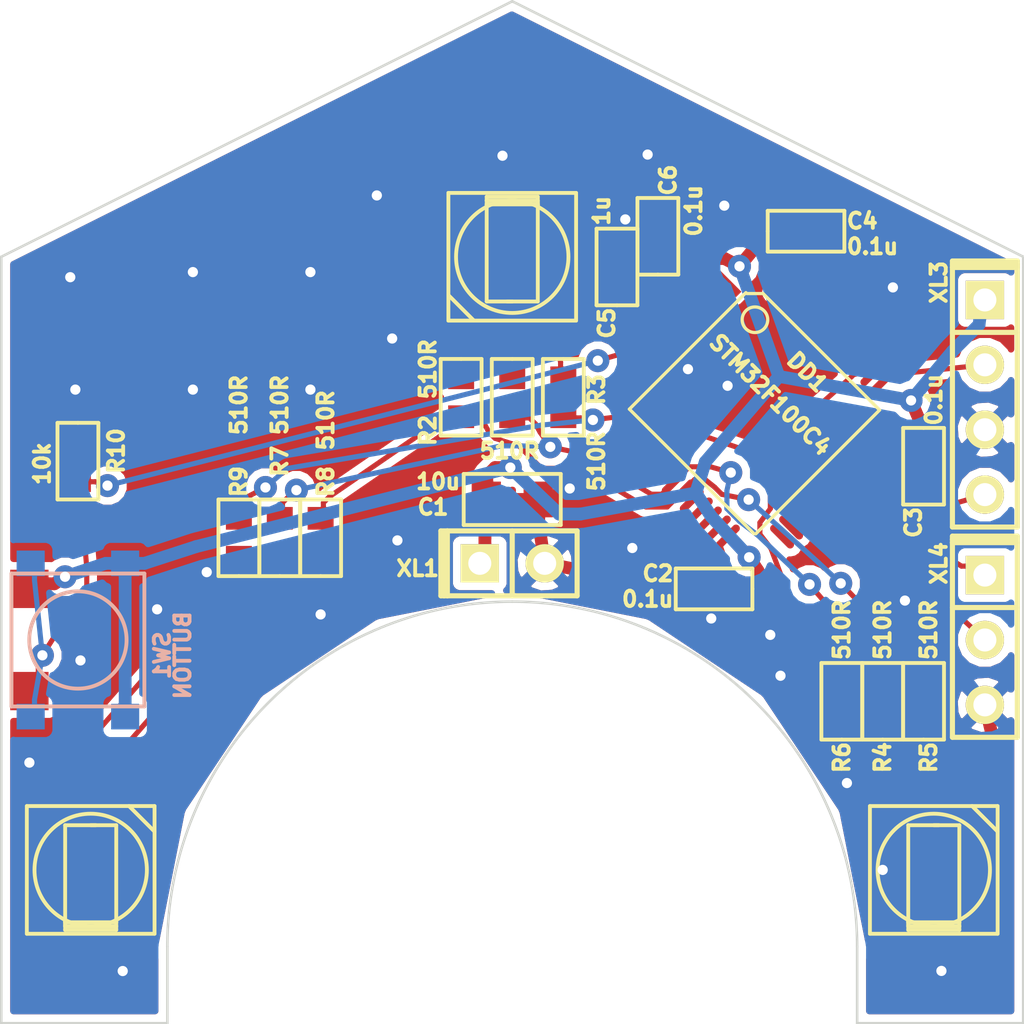
<source format=kicad_pcb>
(kicad_pcb (version 3) (host pcbnew "(2013-07-07 BZR 4022)-stable")

  (general
    (links 71)
    (no_connects 0)
    (area 148.253324 104.949999 190.44663 145.050001)
    (thickness 1.6)
    (drawings 10)
    (tracks 578)
    (zones 0)
    (modules 30)
    (nets 21)
  )

  (page A3)
  (layers
    (15 F.Cu signal)
    (0 B.Cu signal hide)
    (16 B.Adhes user)
    (17 F.Adhes user)
    (18 B.Paste user)
    (19 F.Paste user)
    (20 B.SilkS user)
    (21 F.SilkS user)
    (22 B.Mask user)
    (23 F.Mask user)
    (24 Dwgs.User user)
    (25 Cmts.User user)
    (26 Eco1.User user)
    (27 Eco2.User user)
    (28 Edge.Cuts user)
  )

  (setup
    (last_trace_width 0.2)
    (trace_clearance 0.2)
    (zone_clearance 0.3)
    (zone_45_only no)
    (trace_min 0.2)
    (segment_width 0.2)
    (edge_width 0.1)
    (via_size 0.9)
    (via_drill 0.4)
    (via_min_size 0.9)
    (via_min_drill 0.4)
    (uvia_size 0.5)
    (uvia_drill 0.127)
    (uvias_allowed no)
    (uvia_min_size 0.5)
    (uvia_min_drill 0.127)
    (pcb_text_width 0.3)
    (pcb_text_size 1.5 1.5)
    (mod_edge_width 0.15)
    (mod_text_size 1 1)
    (mod_text_width 0.15)
    (pad_size 1.5 1.5)
    (pad_drill 0.6)
    (pad_to_mask_clearance 0.1)
    (aux_axis_origin 0 0)
    (visible_elements 7FFFFFFF)
    (pcbplotparams
      (layerselection 283148289)
      (usegerberextensions true)
      (excludeedgelayer true)
      (linewidth 0.150000)
      (plotframeref false)
      (viasonmask false)
      (mode 1)
      (useauxorigin false)
      (hpglpennumber 1)
      (hpglpenspeed 20)
      (hpglpendiameter 15)
      (hpglpenoverlay 2)
      (psnegative false)
      (psa4output false)
      (plotreference true)
      (plotvalue true)
      (plotothertext true)
      (plotinvisibletext false)
      (padsonsilk false)
      (subtractmaskfromsilk false)
      (outputformat 1)
      (mirror false)
      (drillshape 0)
      (scaleselection 1)
      (outputdirectory gerber))
  )

  (net 0 "")
  (net 1 +BATT)
  (net 2 /LED_B)
  (net 3 /LED_G)
  (net 4 /LED_R)
  (net 5 /RX)
  (net 6 /SB_SWCLK)
  (net 7 /SB_SWDAT)
  (net 8 /TX)
  (net 9 GND)
  (net 10 N-000001)
  (net 11 N-0000010)
  (net 12 N-0000030)
  (net 13 N-0000032)
  (net 14 N-0000033)
  (net 15 N-000004)
  (net 16 N-0000047)
  (net 17 N-0000049)
  (net 18 N-000006)
  (net 19 N-000008)
  (net 20 N-000009)

  (net_class Default "This is the default net class."
    (clearance 0.2)
    (trace_width 0.2)
    (via_dia 0.9)
    (via_drill 0.4)
    (uvia_dia 0.5)
    (uvia_drill 0.127)
    (add_net "")
    (add_net /LED_B)
    (add_net /LED_G)
    (add_net /LED_R)
    (add_net /RX)
    (add_net /SB_SWCLK)
    (add_net /SB_SWDAT)
    (add_net /TX)
    (add_net N-000001)
    (add_net N-0000010)
    (add_net N-0000030)
    (add_net N-0000032)
    (add_net N-0000033)
    (add_net N-000004)
    (add_net N-0000047)
    (add_net N-0000049)
    (add_net N-000006)
    (add_net N-000008)
    (add_net N-000009)
  )

  (net_class Wide ""
    (clearance 0.2)
    (trace_width 0.5)
    (via_dia 0.9)
    (via_drill 0.4)
    (uvia_dia 0.508)
    (uvia_drill 0.127)
    (add_net +BATT)
    (add_net GND)
  )

  (module TESTPOINT_1MM (layer F.Cu) (tedit 54C3DBA5) (tstamp 54C3CF37)
    (at 174.8 117)
    (path /547B7BDD)
    (fp_text reference TP1 (at 0.6 -0.8) (layer F.SilkS) hide
      (effects (font (size 0.635 0.635) (thickness 0.15875)))
    )
    (fp_text value TESTPOINT (at 0 -0.89916) (layer F.SilkS) hide
      (effects (font (size 0.127 0.127) (thickness 0.00254)))
    )
    (pad 1 smd circle (at 0 0) (size 1.00076 1.524)
      (layers F.Cu F.Paste F.Mask)
      (net 16 N-0000047)
    )
  )

  (module RES_0603 (layer F.Cu) (tedit 54C3DB48) (tstamp 54C3CF42)
    (at 185.6 132.4 90)
    (path /54C3C54D)
    (attr smd)
    (fp_text reference R5 (at -2.2 0.2 90) (layer F.SilkS)
      (effects (font (size 0.6 0.6) (thickness 0.15)))
    )
    (fp_text value 510R (at 2.8 0.2 90) (layer F.SilkS)
      (effects (font (size 0.6 0.6) (thickness 0.15)))
    )
    (fp_line (start -1.5 0) (end -1.5 -0.8) (layer F.SilkS) (width 0.15))
    (fp_line (start -1.5 -0.8) (end 1.5 -0.8) (layer F.SilkS) (width 0.15))
    (fp_line (start 1.5 -0.8) (end 1.5 0.8) (layer F.SilkS) (width 0.15))
    (fp_line (start 1.5 0.8) (end -1.5 0.8) (layer F.SilkS) (width 0.15))
    (fp_line (start -1.5 0.8) (end -1.5 0) (layer F.SilkS) (width 0.15))
    (pad 1 smd rect (at -0.762 0 90) (size 0.889 1.016)
      (layers F.Cu F.Paste F.Mask)
      (net 20 N-000009)
    )
    (pad 2 smd rect (at 0.762 0 90) (size 0.889 1.016)
      (layers F.Cu F.Paste F.Mask)
      (net 3 /LED_G)
    )
    (model 3d\r_0603.wrl
      (at (xyz 0 0 0))
      (scale (xyz 1 1 1))
      (rotate (xyz 0 0 0))
    )
  )

  (module RES_0603 (layer F.Cu) (tedit 54C3DAE7) (tstamp 54C3CF4D)
    (at 158.8 126 90)
    (path /54C3C735)
    (attr smd)
    (fp_text reference R9 (at 2.2 0 90) (layer F.SilkS)
      (effects (font (size 0.6 0.6) (thickness 0.15)))
    )
    (fp_text value 510R (at 5.2 0 90) (layer F.SilkS)
      (effects (font (size 0.6 0.6) (thickness 0.15)))
    )
    (fp_line (start -1.5 0) (end -1.5 -0.8) (layer F.SilkS) (width 0.15))
    (fp_line (start -1.5 -0.8) (end 1.5 -0.8) (layer F.SilkS) (width 0.15))
    (fp_line (start 1.5 -0.8) (end 1.5 0.8) (layer F.SilkS) (width 0.15))
    (fp_line (start 1.5 0.8) (end -1.5 0.8) (layer F.SilkS) (width 0.15))
    (fp_line (start -1.5 0.8) (end -1.5 0) (layer F.SilkS) (width 0.15))
    (pad 1 smd rect (at -0.762 0 90) (size 0.889 1.016)
      (layers F.Cu F.Paste F.Mask)
      (net 18 N-000006)
    )
    (pad 2 smd rect (at 0.762 0 90) (size 0.889 1.016)
      (layers F.Cu F.Paste F.Mask)
      (net 2 /LED_B)
    )
    (model 3d\r_0603.wrl
      (at (xyz 0 0 0))
      (scale (xyz 1 1 1))
      (rotate (xyz 0 0 0))
    )
  )

  (module RES_0603 (layer F.Cu) (tedit 54C3DAEC) (tstamp 54C3CF58)
    (at 162 126 90)
    (path /54C3C72F)
    (attr smd)
    (fp_text reference R8 (at 2.2 0.2 90) (layer F.SilkS)
      (effects (font (size 0.6 0.6) (thickness 0.15)))
    )
    (fp_text value 510R (at 4.6 0.2 90) (layer F.SilkS)
      (effects (font (size 0.6 0.6) (thickness 0.15)))
    )
    (fp_line (start -1.5 0) (end -1.5 -0.8) (layer F.SilkS) (width 0.15))
    (fp_line (start -1.5 -0.8) (end 1.5 -0.8) (layer F.SilkS) (width 0.15))
    (fp_line (start 1.5 -0.8) (end 1.5 0.8) (layer F.SilkS) (width 0.15))
    (fp_line (start 1.5 0.8) (end -1.5 0.8) (layer F.SilkS) (width 0.15))
    (fp_line (start -1.5 0.8) (end -1.5 0) (layer F.SilkS) (width 0.15))
    (pad 1 smd rect (at -0.762 0 90) (size 0.889 1.016)
      (layers F.Cu F.Paste F.Mask)
      (net 14 N-0000033)
    )
    (pad 2 smd rect (at 0.762 0 90) (size 0.889 1.016)
      (layers F.Cu F.Paste F.Mask)
      (net 3 /LED_G)
    )
    (model 3d\r_0603.wrl
      (at (xyz 0 0 0))
      (scale (xyz 1 1 1))
      (rotate (xyz 0 0 0))
    )
  )

  (module RES_0603 (layer F.Cu) (tedit 54C3DAF0) (tstamp 54C3CF63)
    (at 160.4 126 90)
    (path /54C3C70D)
    (attr smd)
    (fp_text reference R7 (at 3 0 90) (layer F.SilkS)
      (effects (font (size 0.6 0.6) (thickness 0.15)))
    )
    (fp_text value 510R (at 5.2 0 90) (layer F.SilkS)
      (effects (font (size 0.6 0.6) (thickness 0.15)))
    )
    (fp_line (start -1.5 0) (end -1.5 -0.8) (layer F.SilkS) (width 0.15))
    (fp_line (start -1.5 -0.8) (end 1.5 -0.8) (layer F.SilkS) (width 0.15))
    (fp_line (start 1.5 -0.8) (end 1.5 0.8) (layer F.SilkS) (width 0.15))
    (fp_line (start 1.5 0.8) (end -1.5 0.8) (layer F.SilkS) (width 0.15))
    (fp_line (start -1.5 0.8) (end -1.5 0) (layer F.SilkS) (width 0.15))
    (pad 1 smd rect (at -0.762 0 90) (size 0.889 1.016)
      (layers F.Cu F.Paste F.Mask)
      (net 13 N-0000032)
    )
    (pad 2 smd rect (at 0.762 0 90) (size 0.889 1.016)
      (layers F.Cu F.Paste F.Mask)
      (net 4 /LED_R)
    )
    (model 3d\r_0603.wrl
      (at (xyz 0 0 0))
      (scale (xyz 1 1 1))
      (rotate (xyz 0 0 0))
    )
  )

  (module RES_0603 (layer F.Cu) (tedit 54C3DBF8) (tstamp 54C3CF6E)
    (at 171.5 120.5 270)
    (path /54C3C6FE)
    (attr smd)
    (fp_text reference R3 (at -0.3 -1.3 270) (layer F.SilkS)
      (effects (font (size 0.6 0.6) (thickness 0.15)))
    )
    (fp_text value 510R (at 2.5 -1.3 270) (layer F.SilkS)
      (effects (font (size 0.6 0.6) (thickness 0.15)))
    )
    (fp_line (start -1.5 0) (end -1.5 -0.8) (layer F.SilkS) (width 0.15))
    (fp_line (start -1.5 -0.8) (end 1.5 -0.8) (layer F.SilkS) (width 0.15))
    (fp_line (start 1.5 -0.8) (end 1.5 0.8) (layer F.SilkS) (width 0.15))
    (fp_line (start 1.5 0.8) (end -1.5 0.8) (layer F.SilkS) (width 0.15))
    (fp_line (start -1.5 0.8) (end -1.5 0) (layer F.SilkS) (width 0.15))
    (pad 1 smd rect (at -0.762 0 270) (size 0.889 1.016)
      (layers F.Cu F.Paste F.Mask)
      (net 15 N-000004)
    )
    (pad 2 smd rect (at 0.762 0 270) (size 0.889 1.016)
      (layers F.Cu F.Paste F.Mask)
      (net 2 /LED_B)
    )
    (model 3d\r_0603.wrl
      (at (xyz 0 0 0))
      (scale (xyz 1 1 1))
      (rotate (xyz 0 0 0))
    )
  )

  (module RES_0603 (layer F.Cu) (tedit 54C3DBCF) (tstamp 54C3CF79)
    (at 167.5 120.5 270)
    (path /54C3C6F8)
    (attr smd)
    (fp_text reference R2 (at 1.3 1.3 270) (layer F.SilkS)
      (effects (font (size 0.6 0.6) (thickness 0.15)))
    )
    (fp_text value 510R (at -1.1 1.3 270) (layer F.SilkS)
      (effects (font (size 0.6 0.6) (thickness 0.15)))
    )
    (fp_line (start -1.5 0) (end -1.5 -0.8) (layer F.SilkS) (width 0.15))
    (fp_line (start -1.5 -0.8) (end 1.5 -0.8) (layer F.SilkS) (width 0.15))
    (fp_line (start 1.5 -0.8) (end 1.5 0.8) (layer F.SilkS) (width 0.15))
    (fp_line (start 1.5 0.8) (end -1.5 0.8) (layer F.SilkS) (width 0.15))
    (fp_line (start -1.5 0.8) (end -1.5 0) (layer F.SilkS) (width 0.15))
    (pad 1 smd rect (at -0.762 0 270) (size 0.889 1.016)
      (layers F.Cu F.Paste F.Mask)
      (net 10 N-000001)
    )
    (pad 2 smd rect (at 0.762 0 270) (size 0.889 1.016)
      (layers F.Cu F.Paste F.Mask)
      (net 3 /LED_G)
    )
    (model 3d\r_0603.wrl
      (at (xyz 0 0 0))
      (scale (xyz 1 1 1))
      (rotate (xyz 0 0 0))
    )
  )

  (module RES_0603 (layer F.Cu) (tedit 54C3DBEB) (tstamp 54C3CF84)
    (at 169.5 120.5 270)
    (path /54C3C6D6)
    (attr smd)
    (fp_text reference R1 (at -1.7 -0.1 360) (layer F.SilkS) hide
      (effects (font (size 0.6 0.6) (thickness 0.15)))
    )
    (fp_text value 510R (at 2.1 0.1 360) (layer F.SilkS)
      (effects (font (size 0.6 0.6) (thickness 0.15)))
    )
    (fp_line (start -1.5 0) (end -1.5 -0.8) (layer F.SilkS) (width 0.15))
    (fp_line (start -1.5 -0.8) (end 1.5 -0.8) (layer F.SilkS) (width 0.15))
    (fp_line (start 1.5 -0.8) (end 1.5 0.8) (layer F.SilkS) (width 0.15))
    (fp_line (start 1.5 0.8) (end -1.5 0.8) (layer F.SilkS) (width 0.15))
    (fp_line (start -1.5 0.8) (end -1.5 0) (layer F.SilkS) (width 0.15))
    (pad 1 smd rect (at -0.762 0 270) (size 0.889 1.016)
      (layers F.Cu F.Paste F.Mask)
      (net 12 N-0000030)
    )
    (pad 2 smd rect (at 0.762 0 270) (size 0.889 1.016)
      (layers F.Cu F.Paste F.Mask)
      (net 4 /LED_R)
    )
    (model 3d\r_0603.wrl
      (at (xyz 0 0 0))
      (scale (xyz 1 1 1))
      (rotate (xyz 0 0 0))
    )
  )

  (module RES_0603 (layer F.Cu) (tedit 54C3DB41) (tstamp 54C3CF8F)
    (at 182.4 132.4 90)
    (path /54C3C553)
    (attr smd)
    (fp_text reference R6 (at -2.2 0 90) (layer F.SilkS)
      (effects (font (size 0.6 0.6) (thickness 0.15)))
    )
    (fp_text value 510R (at 2.8 0 90) (layer F.SilkS)
      (effects (font (size 0.6 0.6) (thickness 0.15)))
    )
    (fp_line (start -1.5 0) (end -1.5 -0.8) (layer F.SilkS) (width 0.15))
    (fp_line (start -1.5 -0.8) (end 1.5 -0.8) (layer F.SilkS) (width 0.15))
    (fp_line (start 1.5 -0.8) (end 1.5 0.8) (layer F.SilkS) (width 0.15))
    (fp_line (start 1.5 0.8) (end -1.5 0.8) (layer F.SilkS) (width 0.15))
    (fp_line (start -1.5 0.8) (end -1.5 0) (layer F.SilkS) (width 0.15))
    (pad 1 smd rect (at -0.762 0 90) (size 0.889 1.016)
      (layers F.Cu F.Paste F.Mask)
      (net 19 N-000008)
    )
    (pad 2 smd rect (at 0.762 0 90) (size 0.889 1.016)
      (layers F.Cu F.Paste F.Mask)
      (net 2 /LED_B)
    )
    (model 3d\r_0603.wrl
      (at (xyz 0 0 0))
      (scale (xyz 1 1 1))
      (rotate (xyz 0 0 0))
    )
  )

  (module RES_0603 (layer F.Cu) (tedit 54C3DAD7) (tstamp 54C3CF9A)
    (at 152.5 123 270)
    (path /54C3C15A)
    (attr smd)
    (fp_text reference R10 (at -0.4 -1.5 270) (layer F.SilkS)
      (effects (font (size 0.6 0.6) (thickness 0.15)))
    )
    (fp_text value 10k (at 0.09906 1.39954 270) (layer F.SilkS)
      (effects (font (size 0.6 0.6) (thickness 0.15)))
    )
    (fp_line (start -1.5 0) (end -1.5 -0.8) (layer F.SilkS) (width 0.15))
    (fp_line (start -1.5 -0.8) (end 1.5 -0.8) (layer F.SilkS) (width 0.15))
    (fp_line (start 1.5 -0.8) (end 1.5 0.8) (layer F.SilkS) (width 0.15))
    (fp_line (start 1.5 0.8) (end -1.5 0.8) (layer F.SilkS) (width 0.15))
    (fp_line (start -1.5 0.8) (end -1.5 0) (layer F.SilkS) (width 0.15))
    (pad 1 smd rect (at -0.762 0 270) (size 0.889 1.016)
      (layers F.Cu F.Paste F.Mask)
      (net 9 GND)
    )
    (pad 2 smd rect (at 0.762 0 270) (size 0.889 1.016)
      (layers F.Cu F.Paste F.Mask)
      (net 17 N-0000049)
    )
    (model 3d\r_0603.wrl
      (at (xyz 0 0 0))
      (scale (xyz 1 1 1))
      (rotate (xyz 0 0 0))
    )
  )

  (module RES_0603 (layer F.Cu) (tedit 54C3DB45) (tstamp 54C3CFA5)
    (at 184 132.4 90)
    (path /547B7D5D)
    (attr smd)
    (fp_text reference R4 (at -2.2 0 90) (layer F.SilkS)
      (effects (font (size 0.6 0.6) (thickness 0.15)))
    )
    (fp_text value 510R (at 2.8 0 90) (layer F.SilkS)
      (effects (font (size 0.6 0.6) (thickness 0.15)))
    )
    (fp_line (start -1.5 0) (end -1.5 -0.8) (layer F.SilkS) (width 0.15))
    (fp_line (start -1.5 -0.8) (end 1.5 -0.8) (layer F.SilkS) (width 0.15))
    (fp_line (start 1.5 -0.8) (end 1.5 0.8) (layer F.SilkS) (width 0.15))
    (fp_line (start 1.5 0.8) (end -1.5 0.8) (layer F.SilkS) (width 0.15))
    (fp_line (start -1.5 0.8) (end -1.5 0) (layer F.SilkS) (width 0.15))
    (pad 1 smd rect (at -0.762 0 90) (size 0.889 1.016)
      (layers F.Cu F.Paste F.Mask)
      (net 11 N-0000010)
    )
    (pad 2 smd rect (at 0.762 0 90) (size 0.889 1.016)
      (layers F.Cu F.Paste F.Mask)
      (net 4 /LED_R)
    )
    (model 3d\r_0603.wrl
      (at (xyz 0 0 0))
      (scale (xyz 1 1 1))
      (rotate (xyz 0 0 0))
    )
  )

  (module LQFP48 (layer F.Cu) (tedit 54C3DBA9) (tstamp 54C3CFDF)
    (at 179 121 315)
    (path /54C3C07C)
    (fp_text reference DD1 (at 0.39878 -2.49936 315) (layer F.SilkS)
      (effects (font (size 0.59944 0.59944) (thickness 0.14986)))
    )
    (fp_text value STM32F100C4 (at 0 -0.848528 315) (layer F.SilkS)
      (effects (font (size 0.59944 0.59944) (thickness 0.14986)))
    )
    (fp_line (start 3.39852 3.44932) (end -3.50012 3.44932) (layer F.SilkS) (width 0.127))
    (fp_line (start -3.50012 3.44932) (end -3.50012 -2.99974) (layer F.SilkS) (width 0.127))
    (fp_line (start -3.44932 -2.99974) (end -2.99974 -3.44932) (layer F.SilkS) (width 0.127))
    (fp_line (start -2.99974 -3.44932) (end 3.44932 -3.44932) (layer F.SilkS) (width 0.127))
    (fp_line (start 3.44932 -3.44932) (end 3.44932 3.40106) (layer F.SilkS) (width 0.127))
    (fp_circle (center -2.49936 -2.49936) (end -1.99898 -2.49936) (layer F.SilkS) (width 0.127))
    (pad 1 smd rect (at -4.24942 -2.75082 315) (size 1.19888 0.29972)
      (layers F.Cu F.Paste F.Mask)
      (net 1 +BATT)
    )
    (pad 2 smd oval (at -4.24942 -2.25298 315) (size 1.19888 0.29972)
      (layers F.Cu F.Paste F.Mask)
    )
    (pad 3 smd oval (at -4.24942 -1.7526 315) (size 1.19888 0.29972)
      (layers F.Cu F.Paste F.Mask)
    )
    (pad 4 smd oval (at -4.24942 -1.25222 315) (size 1.19888 0.29972)
      (layers F.Cu F.Paste F.Mask)
    )
    (pad 5 smd oval (at -4.24942 -0.75184 315) (size 1.19888 0.29972)
      (layers F.Cu F.Paste F.Mask)
    )
    (pad 6 smd oval (at -4.24942 -0.25146 315) (size 1.19888 0.29972)
      (layers F.Cu F.Paste F.Mask)
    )
    (pad 7 smd oval (at -4.24942 0.24892 315) (size 1.19888 0.29972)
      (layers F.Cu F.Paste F.Mask)
      (net 16 N-0000047)
    )
    (pad 8 smd oval (at -4.24942 0.7493 315) (size 1.19888 0.29972)
      (layers F.Cu F.Paste F.Mask)
      (net 9 GND)
    )
    (pad 9 smd oval (at -4.24942 1.24714 315) (size 1.19888 0.29972)
      (layers F.Cu F.Paste F.Mask)
      (net 1 +BATT)
    )
    (pad 10 smd oval (at -4.24942 1.74752 315) (size 1.19888 0.29972)
      (layers F.Cu F.Paste F.Mask)
      (net 17 N-0000049)
    )
    (pad 11 smd oval (at -4.24942 2.2479 315) (size 1.19888 0.29972)
      (layers F.Cu F.Paste F.Mask)
    )
    (pad 12 smd oval (at -4.25196 2.74828 315) (size 1.19888 0.29972)
      (layers F.Cu F.Paste F.Mask)
    )
    (pad 13 smd oval (at -2.74574 4.24942 45) (size 1.19888 0.29972)
      (layers F.Cu F.Paste F.Mask)
    )
    (pad 14 smd oval (at -2.2479 4.24942 45) (size 1.19888 0.29972)
      (layers F.Cu F.Paste F.Mask)
    )
    (pad 15 smd oval (at -1.74752 4.24942 45) (size 1.19888 0.29972)
      (layers F.Cu F.Paste F.Mask)
    )
    (pad 16 smd oval (at -1.24714 4.24942 45) (size 1.19888 0.29972)
      (layers F.Cu F.Paste F.Mask)
    )
    (pad 17 smd oval (at -0.74676 4.24942 45) (size 1.19888 0.29972)
      (layers F.Cu F.Paste F.Mask)
    )
    (pad 18 smd oval (at -0.24638 4.24942 45) (size 1.19888 0.29972)
      (layers F.Cu F.Paste F.Mask)
      (net 4 /LED_R)
    )
    (pad 19 smd oval (at 0.254 4.24942 45) (size 1.19888 0.29972)
      (layers F.Cu F.Paste F.Mask)
      (net 3 /LED_G)
    )
    (pad 20 smd oval (at 0.75184 4.24942 45) (size 1.19888 0.29972)
      (layers F.Cu F.Paste F.Mask)
    )
    (pad 21 smd oval (at 1.25222 4.24942 45) (size 1.19888 0.29972)
      (layers F.Cu F.Paste F.Mask)
    )
    (pad 22 smd oval (at 1.7526 4.24942 45) (size 1.19888 0.29972)
      (layers F.Cu F.Paste F.Mask)
    )
    (pad 23 smd oval (at 2.25044 4.24942 45) (size 1.19888 0.29972)
      (layers F.Cu F.Paste F.Mask)
      (net 9 GND)
    )
    (pad 24 smd oval (at 2.75082 4.24942 45) (size 1.19888 0.29972)
      (layers F.Cu F.Paste F.Mask)
      (net 1 +BATT)
    )
    (pad 25 smd oval (at 4.25196 2.75082 315) (size 1.19888 0.29972)
      (layers F.Cu F.Paste F.Mask)
    )
    (pad 26 smd oval (at 4.25196 2.25044 315) (size 1.19888 0.29972)
      (layers F.Cu F.Paste F.Mask)
    )
    (pad 27 smd oval (at 4.25196 1.75006 315) (size 1.19888 0.29972)
      (layers F.Cu F.Paste F.Mask)
    )
    (pad 28 smd oval (at 4.25196 1.24968 315) (size 1.19888 0.29972)
      (layers F.Cu F.Paste F.Mask)
    )
    (pad 29 smd oval (at 4.25196 0.7493 315) (size 1.19888 0.29972)
      (layers F.Cu F.Paste F.Mask)
    )
    (pad 30 smd oval (at 4.25196 0.24892 315) (size 1.19888 0.29972)
      (layers F.Cu F.Paste F.Mask)
      (net 8 /TX)
    )
    (pad 31 smd oval (at 4.25196 -0.25146 315) (size 1.19888 0.29972)
      (layers F.Cu F.Paste F.Mask)
      (net 5 /RX)
    )
    (pad 32 smd oval (at 4.25196 -0.7493 315) (size 1.19888 0.29972)
      (layers F.Cu F.Paste F.Mask)
    )
    (pad 33 smd oval (at 4.25196 -1.24968 315) (size 1.19888 0.29972)
      (layers F.Cu F.Paste F.Mask)
    )
    (pad 34 smd oval (at 4.25196 -1.75006 315) (size 1.19888 0.29972)
      (layers F.Cu F.Paste F.Mask)
      (net 7 /SB_SWDAT)
    )
    (pad 35 smd oval (at 4.25196 -2.25044 315) (size 1.19888 0.29972)
      (layers F.Cu F.Paste F.Mask)
      (net 9 GND)
    )
    (pad 36 smd oval (at 4.25196 -2.75082 315) (size 1.19888 0.29972)
      (layers F.Cu F.Paste F.Mask)
      (net 1 +BATT)
    )
    (pad 37 smd oval (at 2.75082 -4.24942 45) (size 1.19888 0.29972)
      (layers F.Cu F.Paste F.Mask)
      (net 6 /SB_SWCLK)
    )
    (pad 38 smd oval (at 2.25044 -4.24942 45) (size 1.19888 0.29972)
      (layers F.Cu F.Paste F.Mask)
    )
    (pad 39 smd oval (at 1.75006 -4.24942 45) (size 1.19888 0.29972)
      (layers F.Cu F.Paste F.Mask)
      (net 2 /LED_B)
    )
    (pad 40 smd oval (at 1.24968 -4.24942 45) (size 1.19888 0.29972)
      (layers F.Cu F.Paste F.Mask)
    )
    (pad 41 smd oval (at 0.7493 -4.24942 45) (size 1.19888 0.29972)
      (layers F.Cu F.Paste F.Mask)
    )
    (pad 42 smd oval (at 0.24892 -4.24942 45) (size 1.19888 0.29972)
      (layers F.Cu F.Paste F.Mask)
    )
    (pad 43 smd oval (at -0.24892 -4.24942 45) (size 1.19888 0.29972)
      (layers F.Cu F.Paste F.Mask)
    )
    (pad 44 smd oval (at -0.7493 -4.24942 45) (size 1.19888 0.29972)
      (layers F.Cu F.Paste F.Mask)
      (net 9 GND)
    )
    (pad 45 smd oval (at -1.24968 -4.24942 45) (size 1.19888 0.29972)
      (layers F.Cu F.Paste F.Mask)
    )
    (pad 46 smd oval (at -1.75006 -4.24942 45) (size 1.19888 0.29972)
      (layers F.Cu F.Paste F.Mask)
    )
    (pad 47 smd oval (at -2.25044 -4.24942 45) (size 1.19888 0.29972)
      (layers F.Cu F.Paste F.Mask)
      (net 9 GND)
    )
    (pad 48 smd oval (at -2.75082 -4.24942 45) (size 1.19888 0.29972)
      (layers F.Cu F.Paste F.Mask)
      (net 1 +BATT)
    )
    (model 3d\lqfp-48.wrl
      (at (xyz 0 0 0))
      (scale (xyz 1 1 1))
      (rotate (xyz 0 0 90))
    )
  )

  (module LED_HH5050_RGB (layer F.Cu) (tedit 54C3DB67) (tstamp 54C3CFEF)
    (at 186 139 270)
    (path /54C3C3EC)
    (fp_text reference Q2 (at 4.8 -1.8 270) (layer F.SilkS) hide
      (effects (font (size 0.59944 0.59944) (thickness 0.14986)))
    )
    (fp_text value LED_RGB (at -1 -3 270) (layer F.SilkS) hide
      (effects (font (size 0.59944 0.59944) (thickness 0.14986)))
    )
    (fp_line (start -2.5 -1.5) (end -1.5 -2.5) (layer F.SilkS) (width 0.15))
    (fp_circle (center 0 0) (end 0 2.19964) (layer F.SilkS) (width 0.14986))
    (fp_line (start 2.49936 -2.49936) (end 2.49936 2.49936) (layer F.SilkS) (width 0.14986))
    (fp_line (start 2.49936 2.49936) (end -2.49936 2.49936) (layer F.SilkS) (width 0.14986))
    (fp_line (start -2.49936 2.49936) (end -2.49936 -2.49936) (layer F.SilkS) (width 0.14986))
    (fp_line (start -2.49936 -2.49936) (end 2.49936 -2.49936) (layer F.SilkS) (width 0.14986))
    (pad GC smd rect (at 2.5 -1.6 270) (size 1.6 1.1)
      (layers F.Cu F.Paste F.Mask)
      (net 9 GND)
    )
    (pad RC smd rect (at 2.5 0 270) (size 1.6 1.1)
      (layers F.Cu F.Paste F.Mask)
      (net 9 GND)
    )
    (pad BC smd rect (at 2.5 1.6 270) (size 1.6 1.1)
      (layers F.Cu F.Paste F.Mask)
      (net 9 GND)
    )
    (pad GA smd rect (at -2.5 -1.6 270) (size 1.6 1.1)
      (layers F.Cu F.Paste F.Mask)
      (net 20 N-000009)
    )
    (pad RA smd rect (at -2.5 0 270) (size 1.6 1.1)
      (layers F.Cu F.Paste F.Mask)
      (net 11 N-0000010)
    )
    (pad BA smd rect (at -2.5 1.6 270) (size 1.6 1.1)
      (layers F.Cu F.Paste F.Mask)
      (net 19 N-000008)
    )
  )

  (module LED_HH5050_RGB (layer F.Cu) (tedit 54C3DBC0) (tstamp 54C3CFFF)
    (at 169.5 115 90)
    (path /54C3C6E2)
    (fp_text reference Q1 (at 2.4 -3.1 90) (layer F.SilkS) hide
      (effects (font (size 0.59944 0.59944) (thickness 0.14986)))
    )
    (fp_text value LED_RGB (at 1.4 -4.1 90) (layer F.SilkS) hide
      (effects (font (size 0.59944 0.59944) (thickness 0.14986)))
    )
    (fp_line (start -2.5 -1.5) (end -1.5 -2.5) (layer F.SilkS) (width 0.15))
    (fp_circle (center 0 0) (end 0 2.19964) (layer F.SilkS) (width 0.14986))
    (fp_line (start 2.49936 -2.49936) (end 2.49936 2.49936) (layer F.SilkS) (width 0.14986))
    (fp_line (start 2.49936 2.49936) (end -2.49936 2.49936) (layer F.SilkS) (width 0.14986))
    (fp_line (start -2.49936 2.49936) (end -2.49936 -2.49936) (layer F.SilkS) (width 0.14986))
    (fp_line (start -2.49936 -2.49936) (end 2.49936 -2.49936) (layer F.SilkS) (width 0.14986))
    (pad GC smd rect (at 2.5 -1.6 90) (size 1.6 1.1)
      (layers F.Cu F.Paste F.Mask)
      (net 9 GND)
    )
    (pad RC smd rect (at 2.5 0 90) (size 1.6 1.1)
      (layers F.Cu F.Paste F.Mask)
      (net 9 GND)
    )
    (pad BC smd rect (at 2.5 1.6 90) (size 1.6 1.1)
      (layers F.Cu F.Paste F.Mask)
      (net 9 GND)
    )
    (pad GA smd rect (at -2.5 -1.6 90) (size 1.6 1.1)
      (layers F.Cu F.Paste F.Mask)
      (net 10 N-000001)
    )
    (pad RA smd rect (at -2.5 0 90) (size 1.6 1.1)
      (layers F.Cu F.Paste F.Mask)
      (net 12 N-0000030)
    )
    (pad BA smd rect (at -2.5 1.6 90) (size 1.6 1.1)
      (layers F.Cu F.Paste F.Mask)
      (net 15 N-000004)
    )
  )

  (module LED_HH5050_RGB (layer F.Cu) (tedit 54C3DB15) (tstamp 54C3D00F)
    (at 153 139 270)
    (path /54C3C719)
    (fp_text reference Q3 (at 4.6 1.6 270) (layer F.SilkS) hide
      (effects (font (size 0.59944 0.59944) (thickness 0.14986)))
    )
    (fp_text value LED_RGB (at -4 -3.4 270) (layer F.SilkS) hide
      (effects (font (size 0.59944 0.59944) (thickness 0.14986)))
    )
    (fp_line (start -2.5 -1.5) (end -1.5 -2.5) (layer F.SilkS) (width 0.15))
    (fp_circle (center 0 0) (end 0 2.19964) (layer F.SilkS) (width 0.14986))
    (fp_line (start 2.49936 -2.49936) (end 2.49936 2.49936) (layer F.SilkS) (width 0.14986))
    (fp_line (start 2.49936 2.49936) (end -2.49936 2.49936) (layer F.SilkS) (width 0.14986))
    (fp_line (start -2.49936 2.49936) (end -2.49936 -2.49936) (layer F.SilkS) (width 0.14986))
    (fp_line (start -2.49936 -2.49936) (end 2.49936 -2.49936) (layer F.SilkS) (width 0.14986))
    (pad GC smd rect (at 2.5 -1.6 270) (size 1.6 1.1)
      (layers F.Cu F.Paste F.Mask)
      (net 9 GND)
    )
    (pad RC smd rect (at 2.5 0 270) (size 1.6 1.1)
      (layers F.Cu F.Paste F.Mask)
      (net 9 GND)
    )
    (pad BC smd rect (at 2.5 1.6 270) (size 1.6 1.1)
      (layers F.Cu F.Paste F.Mask)
      (net 9 GND)
    )
    (pad GA smd rect (at -2.5 -1.6 270) (size 1.6 1.1)
      (layers F.Cu F.Paste F.Mask)
      (net 14 N-0000033)
    )
    (pad RA smd rect (at -2.5 0 270) (size 1.6 1.1)
      (layers F.Cu F.Paste F.Mask)
      (net 13 N-0000032)
    )
    (pad BA smd rect (at -2.5 1.6 270) (size 1.6 1.1)
      (layers F.Cu F.Paste F.Mask)
      (net 18 N-000006)
    )
  )

  (module LED0805 (layer F.Cu) (tedit 54C3DB64) (tstamp 54C3D020)
    (at 186 139.15 270)
    (path /54C3C420)
    (attr smd)
    (fp_text reference D2 (at 4.8 0.8 270) (layer F.SilkS) hide
      (effects (font (size 0.6 0.6) (thickness 0.15)))
    )
    (fp_text value LED (at 4.6 2 270) (layer F.SilkS) hide
      (effects (font (size 0.6 0.6) (thickness 0.15)))
    )
    (fp_line (start 1.9 -1) (end 2.05 -1) (layer F.SilkS) (width 0.15))
    (fp_line (start 2.05 -1) (end 2.05 1) (layer F.SilkS) (width 0.15))
    (fp_line (start 2.05 1) (end 1.85 1) (layer F.SilkS) (width 0.15))
    (fp_line (start 1.85 1) (end 2.2 1) (layer F.SilkS) (width 0.15))
    (fp_line (start 2.2 1) (end 2.2 -1) (layer F.SilkS) (width 0.15))
    (fp_line (start 2.2 -1) (end 2.05 -1) (layer F.SilkS) (width 0.15))
    (fp_line (start -1.9 0) (end -1.9 -1) (layer F.SilkS) (width 0.15))
    (fp_line (start -1.9 -1) (end 1.9 -1) (layer F.SilkS) (width 0.15))
    (fp_line (start 1.9 -1) (end 1.9 1) (layer F.SilkS) (width 0.15))
    (fp_line (start 1.9 1) (end -1.9 1) (layer F.SilkS) (width 0.15))
    (fp_line (start -1.9 1) (end -1.9 -0.2) (layer F.SilkS) (width 0.15))
    (pad A smd rect (at -1.016 0 270) (size 1.143 1.397)
      (layers F.Cu F.Paste F.Mask)
      (net 11 N-0000010)
    )
    (pad C smd rect (at 1.016 0 270) (size 1.143 1.397)
      (layers F.Cu F.Paste F.Mask)
      (net 9 GND)
    )
    (model smd/chip_cms.wrl
      (at (xyz 0 0 0))
      (scale (xyz 0.1 0.1 0.1))
      (rotate (xyz 0 0 0))
    )
  )

  (module LED0805 (layer F.Cu) (tedit 54C3DBC3) (tstamp 54C3D031)
    (at 169.5 114.85 90)
    (path /54C3C6E8)
    (attr smd)
    (fp_text reference D1 (at 0.6 -3.1 90) (layer F.SilkS) hide
      (effects (font (size 0.6 0.6) (thickness 0.15)))
    )
    (fp_text value LED (at 4.8 0.9 90) (layer F.SilkS) hide
      (effects (font (size 0.6 0.6) (thickness 0.15)))
    )
    (fp_line (start 1.9 -1) (end 2.05 -1) (layer F.SilkS) (width 0.15))
    (fp_line (start 2.05 -1) (end 2.05 1) (layer F.SilkS) (width 0.15))
    (fp_line (start 2.05 1) (end 1.85 1) (layer F.SilkS) (width 0.15))
    (fp_line (start 1.85 1) (end 2.2 1) (layer F.SilkS) (width 0.15))
    (fp_line (start 2.2 1) (end 2.2 -1) (layer F.SilkS) (width 0.15))
    (fp_line (start 2.2 -1) (end 2.05 -1) (layer F.SilkS) (width 0.15))
    (fp_line (start -1.9 0) (end -1.9 -1) (layer F.SilkS) (width 0.15))
    (fp_line (start -1.9 -1) (end 1.9 -1) (layer F.SilkS) (width 0.15))
    (fp_line (start 1.9 -1) (end 1.9 1) (layer F.SilkS) (width 0.15))
    (fp_line (start 1.9 1) (end -1.9 1) (layer F.SilkS) (width 0.15))
    (fp_line (start -1.9 1) (end -1.9 -0.2) (layer F.SilkS) (width 0.15))
    (pad A smd rect (at -1.016 0 90) (size 1.143 1.397)
      (layers F.Cu F.Paste F.Mask)
      (net 12 N-0000030)
    )
    (pad C smd rect (at 1.016 0 90) (size 1.143 1.397)
      (layers F.Cu F.Paste F.Mask)
      (net 9 GND)
    )
    (model smd/chip_cms.wrl
      (at (xyz 0 0 0))
      (scale (xyz 0.1 0.1 0.1))
      (rotate (xyz 0 0 0))
    )
  )

  (module LED0805 (layer F.Cu) (tedit 54C3DB0F) (tstamp 54C3D042)
    (at 153 139.15 270)
    (path /54C3C71F)
    (attr smd)
    (fp_text reference D3 (at 4.6 -0.4 270) (layer F.SilkS) hide
      (effects (font (size 0.6 0.6) (thickness 0.15)))
    )
    (fp_text value LED (at 4.6 0.6 270) (layer F.SilkS) hide
      (effects (font (size 0.6 0.6) (thickness 0.15)))
    )
    (fp_line (start 1.9 -1) (end 2.05 -1) (layer F.SilkS) (width 0.15))
    (fp_line (start 2.05 -1) (end 2.05 1) (layer F.SilkS) (width 0.15))
    (fp_line (start 2.05 1) (end 1.85 1) (layer F.SilkS) (width 0.15))
    (fp_line (start 1.85 1) (end 2.2 1) (layer F.SilkS) (width 0.15))
    (fp_line (start 2.2 1) (end 2.2 -1) (layer F.SilkS) (width 0.15))
    (fp_line (start 2.2 -1) (end 2.05 -1) (layer F.SilkS) (width 0.15))
    (fp_line (start -1.9 0) (end -1.9 -1) (layer F.SilkS) (width 0.15))
    (fp_line (start -1.9 -1) (end 1.9 -1) (layer F.SilkS) (width 0.15))
    (fp_line (start 1.9 -1) (end 1.9 1) (layer F.SilkS) (width 0.15))
    (fp_line (start 1.9 1) (end -1.9 1) (layer F.SilkS) (width 0.15))
    (fp_line (start -1.9 1) (end -1.9 -0.2) (layer F.SilkS) (width 0.15))
    (pad A smd rect (at -1.016 0 270) (size 1.143 1.397)
      (layers F.Cu F.Paste F.Mask)
      (net 13 N-0000032)
    )
    (pad C smd rect (at 1.016 0 270) (size 1.143 1.397)
      (layers F.Cu F.Paste F.Mask)
      (net 9 GND)
    )
    (model smd/chip_cms.wrl
      (at (xyz 0 0 0))
      (scale (xyz 0.1 0.1 0.1))
      (rotate (xyz 0 0 0))
    )
  )

  (module CONN_PLS-4 (layer F.Cu) (tedit 54C3DB74) (tstamp 54C3D054)
    (at 188 120.5 270)
    (descr "Single-line connector 4-pin")
    (path /547B8286)
    (fp_text reference XL3 (at -4.5 1.8 270) (layer F.SilkS)
      (effects (font (size 0.6 0.6) (thickness 0.15)))
    )
    (fp_text value ST_SWD (at 3.59918 -1.84912 270) (layer F.SilkS) hide
      (effects (font (size 0.635 0.635) (thickness 0.16002)))
    )
    (fp_line (start -5.08 1.27) (end -5.334 1.27) (layer F.SilkS) (width 0.2))
    (fp_line (start -5.334 1.27) (end -5.334 -1.27) (layer F.SilkS) (width 0.2))
    (fp_line (start -5.334 -1.27) (end -5.08 -1.27) (layer F.SilkS) (width 0.2))
    (fp_line (start -5.08 -1.27) (end -5.207 -1.27) (layer F.SilkS) (width 0.2))
    (fp_line (start -5.207 -1.27) (end -5.207 1.27) (layer F.SilkS) (width 0.2))
    (fp_line (start -2.54 -1.27) (end -2.54 1.27) (layer F.SilkS) (width 0.2))
    (fp_line (start -5.08 -1.27) (end 5.08 -1.27) (layer F.SilkS) (width 0.2))
    (fp_line (start 5.08 -1.27) (end 5.08 1.27) (layer F.SilkS) (width 0.2))
    (fp_line (start 5.08 1.27) (end -5.08 1.27) (layer F.SilkS) (width 0.2))
    (fp_line (start -5.08 1.27) (end -5.08 -1.27) (layer F.SilkS) (width 0.2))
    (pad 1 thru_hole rect (at -3.81 0 270) (size 1.5 1.5) (drill 0.9)
      (layers *.Cu *.Mask F.SilkS)
      (net 1 +BATT)
    )
    (pad 2 thru_hole circle (at -1.27 0 270) (size 1.5 1.5) (drill 0.9)
      (layers *.Cu *.Mask F.SilkS)
      (net 6 /SB_SWCLK)
    )
    (pad 3 thru_hole circle (at 1.27 0 270) (size 1.5 1.5) (drill 0.9)
      (layers *.Cu *.Mask F.SilkS)
      (net 9 GND)
    )
    (pad 4 thru_hole circle (at 3.81 0 270) (size 1.5 1.5) (drill 0.9)
      (layers *.Cu *.Mask F.SilkS)
      (net 7 /SB_SWDAT)
    )
  )

  (module CONN_PLS-3 (layer F.Cu) (tedit 54C3DB70) (tstamp 54C3D065)
    (at 188 130 270)
    (descr "Single-line connector 3-pin")
    (path /547B7BE4)
    (fp_text reference XL4 (at -3 1.8 270) (layer F.SilkS)
      (effects (font (size 0.6 0.6) (thickness 0.15)))
    )
    (fp_text value CONN_3 (at 2.54 -1.778 270) (layer F.SilkS) hide
      (effects (font (size 0.635 0.635) (thickness 0.16002)))
    )
    (fp_line (start -3.937 1.27) (end -3.81 1.27) (layer F.SilkS) (width 0.2))
    (fp_line (start -3.81 -1.27) (end -4.064 -1.27) (layer F.SilkS) (width 0.2))
    (fp_line (start -4.064 -1.27) (end -4.064 1.27) (layer F.SilkS) (width 0.2))
    (fp_line (start -4.064 1.27) (end -3.937 1.27) (layer F.SilkS) (width 0.2))
    (fp_line (start -3.937 1.27) (end -3.937 -1.143) (layer F.SilkS) (width 0.2))
    (fp_line (start 3.81 1.27) (end -3.81 1.27) (layer F.SilkS) (width 0.2))
    (fp_line (start -3.81 -1.27) (end 3.81 -1.27) (layer F.SilkS) (width 0.2))
    (fp_line (start -1.27 -1.27) (end -1.27 1.27) (layer F.SilkS) (width 0.2))
    (fp_line (start 3.81 -1.27) (end 3.81 1.27) (layer F.SilkS) (width 0.2))
    (fp_line (start -3.81 1.27) (end -3.81 -1.27) (layer F.SilkS) (width 0.2))
    (pad 1 thru_hole rect (at -2.54 0 270) (size 1.5 1.5) (drill 0.9)
      (layers *.Cu *.Mask F.SilkS)
      (net 5 /RX)
    )
    (pad 2 thru_hole circle (at 0 0 270) (size 1.5 1.5) (drill 0.9)
      (layers *.Cu *.Mask F.SilkS)
      (net 8 /TX)
    )
    (pad 3 thru_hole circle (at 2.54 0 270) (size 1.5 1.5) (drill 0.9)
      (layers *.Cu *.Mask F.SilkS)
      (net 9 GND)
    )
  )

  (module CONN_PLS-2 (layer F.Cu) (tedit 54C3DB34) (tstamp 54C3D085)
    (at 169.5 127)
    (descr "Single-line connector 2-pin")
    (path /54C3C647)
    (fp_text reference XL1 (at -3.7 0.2) (layer F.SilkS)
      (effects (font (size 0.6 0.6) (thickness 0.15)))
    )
    (fp_text value CONN_2 (at 1.778 -1.778) (layer F.SilkS) hide
      (effects (font (size 0.635 0.635) (thickness 0.16002)))
    )
    (fp_line (start 2.54 1.27) (end -2.54 1.27) (layer F.SilkS) (width 0.2))
    (fp_line (start 2.54 -1.27) (end -2.54 -1.27) (layer F.SilkS) (width 0.2))
    (fp_line (start -2.667 1.27) (end -2.54 1.27) (layer F.SilkS) (width 0.2))
    (fp_line (start -2.54 -1.27) (end -2.794 -1.27) (layer F.SilkS) (width 0.2))
    (fp_line (start -2.794 -1.27) (end -2.794 1.27) (layer F.SilkS) (width 0.2))
    (fp_line (start -2.794 1.27) (end -2.667 1.27) (layer F.SilkS) (width 0.2))
    (fp_line (start -2.667 1.27) (end -2.667 -1.143) (layer F.SilkS) (width 0.2))
    (fp_line (start 0 -1.27) (end 0 1.27) (layer F.SilkS) (width 0.2))
    (fp_line (start 2.54 -1.27) (end 2.54 1.27) (layer F.SilkS) (width 0.2))
    (fp_line (start -2.54 1.27) (end -2.54 -1.27) (layer F.SilkS) (width 0.2))
    (pad 1 thru_hole rect (at -1.27 0) (size 1.5 1.5) (drill 0.9)
      (layers *.Cu *.Mask F.SilkS)
      (net 1 +BATT)
    )
    (pad 2 thru_hole circle (at 1.27 0) (size 1.5 1.5) (drill 0.9)
      (layers *.Cu *.Mask F.SilkS)
      (net 9 GND)
    )
  )

  (module CONN1_SQUARE_1MM5_SMD (layer F.Cu) (tedit 543660CE) (tstamp 54C3D08A)
    (at 150.6 128)
    (descr "Single Square Conn 1.5x1mm")
    (tags "CONN DEV")
    (path /54C3C921)
    (fp_text reference XL5 (at -0.1 -1.15) (layer F.SilkS) hide
      (effects (font (size 0.14986 0.14986) (thickness 0.0381)))
    )
    (fp_text value CONN_1 (at 0.05 1.5) (layer F.SilkS) hide
      (effects (font (size 0.635 0.635) (thickness 0.16002)))
    )
    (pad 1 smd rect (at 0 0) (size 1.5 1.5)
      (layers F.Cu F.Paste F.Mask)
      (net 1 +BATT)
    )
  )

  (module CONN1_SQUARE_1MM5_SMD (layer F.Cu) (tedit 543660CE) (tstamp 54C3D08F)
    (at 150.6 132)
    (descr "Single Square Conn 1.5x1mm")
    (tags "CONN DEV")
    (path /54C3C8A8)
    (fp_text reference XL2 (at -0.1 -1.15) (layer F.SilkS) hide
      (effects (font (size 0.14986 0.14986) (thickness 0.0381)))
    )
    (fp_text value CONN_1 (at 0.05 1.5) (layer F.SilkS) hide
      (effects (font (size 0.635 0.635) (thickness 0.16002)))
    )
    (pad 1 smd rect (at 0 0) (size 1.5 1.5)
      (layers F.Cu F.Paste F.Mask)
      (net 17 N-0000049)
    )
  )

  (module CAP_0805 (layer F.Cu) (tedit 54C3DB31) (tstamp 54C3D099)
    (at 169.5 124.5)
    (path /54C3C285)
    (attr smd)
    (fp_text reference C1 (at -3.1 0.3) (layer F.SilkS)
      (effects (font (size 0.6 0.6) (thickness 0.15)))
    )
    (fp_text value 10u (at -2.9 -0.7) (layer F.SilkS)
      (effects (font (size 0.6 0.6) (thickness 0.15)))
    )
    (fp_line (start -1.9 -1) (end 1.9 -1) (layer F.SilkS) (width 0.15))
    (fp_line (start 1.9 -1) (end 1.9 1) (layer F.SilkS) (width 0.15))
    (fp_line (start 1.9 1) (end -1.9 1) (layer F.SilkS) (width 0.15))
    (fp_line (start -1.9 1) (end -1.9 -1) (layer F.SilkS) (width 0.15))
    (pad 1 smd rect (at -1.016 0) (size 1.143 1.397)
      (layers F.Cu F.Paste F.Mask)
      (net 1 +BATT)
    )
    (pad 2 smd rect (at 1.016 0) (size 1.143 1.397)
      (layers F.Cu F.Paste F.Mask)
      (net 9 GND)
    )
    (model 3d\c_0805.wrl
      (at (xyz 0 0 0))
      (scale (xyz 1 1 1))
      (rotate (xyz 0 0 0))
    )
  )

  (module CAP_0603 (layer F.Cu) (tedit 54C3DB82) (tstamp 54C3D0A4)
    (at 181 114)
    (path /547B7C68)
    (attr smd)
    (fp_text reference C4 (at 2.2 -0.4) (layer F.SilkS)
      (effects (font (size 0.6 0.6) (thickness 0.15)))
    )
    (fp_text value 0.1u (at 2.6 0.6) (layer F.SilkS)
      (effects (font (size 0.6 0.6) (thickness 0.15)))
    )
    (fp_line (start -1.5 0) (end -1.5 -0.8) (layer F.SilkS) (width 0.15))
    (fp_line (start -1.5 -0.8) (end 1.5 -0.8) (layer F.SilkS) (width 0.15))
    (fp_line (start 1.5 -0.8) (end 1.5 0.8) (layer F.SilkS) (width 0.15))
    (fp_line (start 1.5 0.8) (end -1.5 0.8) (layer F.SilkS) (width 0.15))
    (fp_line (start -1.5 0.8) (end -1.5 0) (layer F.SilkS) (width 0.15))
    (pad 1 smd rect (at -0.762 0) (size 0.889 1.016)
      (layers F.Cu F.Paste F.Mask)
      (net 1 +BATT)
    )
    (pad 2 smd rect (at 0.762 0) (size 0.889 1.016)
      (layers F.Cu F.Paste F.Mask)
      (net 9 GND)
    )
    (model 3d\c_0603.wrl
      (at (xyz 0 0 0))
      (scale (xyz 1 1 1))
      (rotate (xyz 0 0 0))
    )
  )

  (module CAP_0603 (layer F.Cu) (tedit 54C3DB9A) (tstamp 54C3D0AF)
    (at 175.2 114.2 90)
    (path /547B7C62)
    (attr smd)
    (fp_text reference C6 (at 2.2 0.4 90) (layer F.SilkS)
      (effects (font (size 0.6 0.6) (thickness 0.15)))
    )
    (fp_text value 0.1u (at 1 1.4 90) (layer F.SilkS)
      (effects (font (size 0.6 0.6) (thickness 0.15)))
    )
    (fp_line (start -1.5 0) (end -1.5 -0.8) (layer F.SilkS) (width 0.15))
    (fp_line (start -1.5 -0.8) (end 1.5 -0.8) (layer F.SilkS) (width 0.15))
    (fp_line (start 1.5 -0.8) (end 1.5 0.8) (layer F.SilkS) (width 0.15))
    (fp_line (start 1.5 0.8) (end -1.5 0.8) (layer F.SilkS) (width 0.15))
    (fp_line (start -1.5 0.8) (end -1.5 0) (layer F.SilkS) (width 0.15))
    (pad 1 smd rect (at -0.762 0 90) (size 0.889 1.016)
      (layers F.Cu F.Paste F.Mask)
      (net 1 +BATT)
    )
    (pad 2 smd rect (at 0.762 0 90) (size 0.889 1.016)
      (layers F.Cu F.Paste F.Mask)
      (net 9 GND)
    )
    (model 3d\c_0603.wrl
      (at (xyz 0 0 0))
      (scale (xyz 1 1 1))
      (rotate (xyz 0 0 0))
    )
  )

  (module CAP_0603 (layer F.Cu) (tedit 54C3DB7C) (tstamp 54C3D0BA)
    (at 185.6 123.2 270)
    (path /547B7C6E)
    (attr smd)
    (fp_text reference C3 (at 2.2 0.4 270) (layer F.SilkS)
      (effects (font (size 0.6 0.6) (thickness 0.15)))
    )
    (fp_text value 0.1u (at -2.6 -0.4 270) (layer F.SilkS)
      (effects (font (size 0.6 0.6) (thickness 0.15)))
    )
    (fp_line (start -1.5 0) (end -1.5 -0.8) (layer F.SilkS) (width 0.15))
    (fp_line (start -1.5 -0.8) (end 1.5 -0.8) (layer F.SilkS) (width 0.15))
    (fp_line (start 1.5 -0.8) (end 1.5 0.8) (layer F.SilkS) (width 0.15))
    (fp_line (start 1.5 0.8) (end -1.5 0.8) (layer F.SilkS) (width 0.15))
    (fp_line (start -1.5 0.8) (end -1.5 0) (layer F.SilkS) (width 0.15))
    (pad 1 smd rect (at -0.762 0 270) (size 0.889 1.016)
      (layers F.Cu F.Paste F.Mask)
      (net 1 +BATT)
    )
    (pad 2 smd rect (at 0.762 0 270) (size 0.889 1.016)
      (layers F.Cu F.Paste F.Mask)
      (net 9 GND)
    )
    (model 3d\c_0603.wrl
      (at (xyz 0 0 0))
      (scale (xyz 1 1 1))
      (rotate (xyz 0 0 0))
    )
  )

  (module CAP_0603 (layer F.Cu) (tedit 54C3DB95) (tstamp 54C3D0C5)
    (at 173.6 115.4 90)
    (path /547B7C9E)
    (attr smd)
    (fp_text reference C5 (at -2.2 -0.4 90) (layer F.SilkS)
      (effects (font (size 0.6 0.6) (thickness 0.15)))
    )
    (fp_text value 1u (at 2.2 -0.6 90) (layer F.SilkS)
      (effects (font (size 0.6 0.6) (thickness 0.15)))
    )
    (fp_line (start -1.5 0) (end -1.5 -0.8) (layer F.SilkS) (width 0.15))
    (fp_line (start -1.5 -0.8) (end 1.5 -0.8) (layer F.SilkS) (width 0.15))
    (fp_line (start 1.5 -0.8) (end 1.5 0.8) (layer F.SilkS) (width 0.15))
    (fp_line (start 1.5 0.8) (end -1.5 0.8) (layer F.SilkS) (width 0.15))
    (fp_line (start -1.5 0.8) (end -1.5 0) (layer F.SilkS) (width 0.15))
    (pad 1 smd rect (at -0.762 0 90) (size 0.889 1.016)
      (layers F.Cu F.Paste F.Mask)
      (net 1 +BATT)
    )
    (pad 2 smd rect (at 0.762 0 90) (size 0.889 1.016)
      (layers F.Cu F.Paste F.Mask)
      (net 9 GND)
    )
    (model 3d\c_0603.wrl
      (at (xyz 0 0 0))
      (scale (xyz 1 1 1))
      (rotate (xyz 0 0 0))
    )
  )

  (module CAP_0603 (layer F.Cu) (tedit 54C3DB2A) (tstamp 54C3D0D0)
    (at 177.4 128 180)
    (path /54C3C278)
    (attr smd)
    (fp_text reference C2 (at 2.2 0.6 180) (layer F.SilkS)
      (effects (font (size 0.6 0.6) (thickness 0.15)))
    )
    (fp_text value 0.1u (at 2.6 -0.4 180) (layer F.SilkS)
      (effects (font (size 0.6 0.6) (thickness 0.15)))
    )
    (fp_line (start -1.5 0) (end -1.5 -0.8) (layer F.SilkS) (width 0.15))
    (fp_line (start -1.5 -0.8) (end 1.5 -0.8) (layer F.SilkS) (width 0.15))
    (fp_line (start 1.5 -0.8) (end 1.5 0.8) (layer F.SilkS) (width 0.15))
    (fp_line (start 1.5 0.8) (end -1.5 0.8) (layer F.SilkS) (width 0.15))
    (fp_line (start -1.5 0.8) (end -1.5 0) (layer F.SilkS) (width 0.15))
    (pad 1 smd rect (at -0.762 0 180) (size 0.889 1.016)
      (layers F.Cu F.Paste F.Mask)
      (net 1 +BATT)
    )
    (pad 2 smd rect (at 0.762 0 180) (size 0.889 1.016)
      (layers F.Cu F.Paste F.Mask)
      (net 9 GND)
    )
    (model 3d\c_0603.wrl
      (at (xyz 0 0 0))
      (scale (xyz 1 1 1))
      (rotate (xyz 0 0 0))
    )
  )

  (module BUTTON_4x4_SMD (layer B.Cu) (tedit 54C3DB20) (tstamp 54C3D075)
    (at 152.5 130 270)
    (path /547B8B6C)
    (fp_text reference SW1 (at 0.6 -3.3 270) (layer B.SilkS)
      (effects (font (size 0.59944 0.59944) (thickness 0.14986)) (justify mirror))
    )
    (fp_text value BUTTON (at 0.6 -4.1 270) (layer B.SilkS)
      (effects (font (size 0.59944 0.59944) (thickness 0.14986)) (justify mirror))
    )
    (fp_circle (center 0 0) (end 0.94996 -1.651) (layer B.SilkS) (width 0.14986))
    (fp_line (start -2.60096 2.60096) (end -2.60096 -2.60096) (layer B.SilkS) (width 0.14986))
    (fp_line (start -2.60096 -2.60096) (end 2.60096 -2.60096) (layer B.SilkS) (width 0.14986))
    (fp_line (start 2.60096 -2.60096) (end 2.60096 2.60096) (layer B.SilkS) (width 0.14986))
    (fp_line (start 2.60096 2.60096) (end -2.60096 2.60096) (layer B.SilkS) (width 0.14986))
    (pad 1 smd rect (at 2.99974 1.84912 270) (size 1.00076 1.09982)
      (layers B.Cu B.Paste B.Mask)
      (net 17 N-0000049)
    )
    (pad 2 smd rect (at 2.99974 -1.84912 270) (size 1.00076 1.09982)
      (layers B.Cu B.Paste B.Mask)
      (net 1 +BATT)
    )
    (pad 2 smd rect (at -2.99974 -1.84912 270) (size 1.00076 1.09982)
      (layers B.Cu B.Paste B.Mask)
      (net 1 +BATT)
    )
    (pad 1 smd rect (at -2.99974 1.84912 270) (size 1.00076 1.09982)
      (layers B.Cu B.Paste B.Mask)
      (net 17 N-0000049)
    )
  )

  (gr_line (start 189.5 115) (end 169.5 105) (angle 90) (layer Edge.Cuts) (width 0.1))
  (gr_line (start 189.5 145) (end 189.5 115) (angle 90) (layer Edge.Cuts) (width 0.1))
  (gr_line (start 183 145) (end 189.5 145) (angle 90) (layer Edge.Cuts) (width 0.1))
  (gr_line (start 156 145) (end 156 142) (angle 90) (layer Edge.Cuts) (width 0.1))
  (gr_line (start 149.5 145) (end 156 145) (angle 90) (layer Edge.Cuts) (width 0.1))
  (gr_line (start 149.5 115) (end 149.5 145) (angle 90) (layer Edge.Cuts) (width 0.1))
  (gr_line (start 169.5 105) (end 149.5 115) (angle 90) (layer Edge.Cuts) (width 0.1))
  (gr_line (start 183 142) (end 183 145) (angle 90) (layer Edge.Cuts) (width 0.1))
  (gr_arc (start 169.5 142) (end 169.5 128.5) (angle 90) (layer Edge.Cuts) (width 0.1))
  (gr_arc (start 169.5 142) (end 156 142) (angle 90) (layer Edge.Cuts) (width 0.1))

  (via (at 151.996 127.526) (size 0.9) (layers F.Cu B.Cu) (net 1))
  (via (at 185.1107 120.6238) (size 0.9) (layers F.Cu B.Cu) (net 1))
  (via (at 178.3955 115.373) (size 0.9) (layers F.Cu B.Cu) (net 1))
  (via (at 178.7729 126.7619) (size 0.9) (layers F.Cu B.Cu) (net 1))
  (via (at 169.4247 123.2511) (size 0.9) (layers F.Cu B.Cu) (net 1))
  (segment (start 179.9379 119.6828) (end 178.3955 115.373) (width 0.5) (layer B.Cu) (net 1))
  (segment (start 172.1647 125.0707) (end 176.6848 124.2452) (width 0.5) (layer B.Cu) (net 1))
  (segment (start 171.3361 125.0707) (end 172.1647 125.0707) (width 0.5) (layer B.Cu) (net 1))
  (segment (start 169.4247 123.2511) (end 171.3361 125.0707) (width 0.5) (layer B.Cu) (net 1))
  (segment (start 177.2892 125.166) (end 176.6848 124.2452) (width 0.5) (layer B.Cu) (net 1))
  (segment (start 178.7729 126.7619) (end 177.2892 125.166) (width 0.5) (layer B.Cu) (net 1))
  (segment (start 186.729 118.7007) (end 185.1107 120.6238) (width 0.5) (layer B.Cu) (net 1))
  (segment (start 187.773 117.6566) (end 186.729 118.7007) (width 0.5) (layer B.Cu) (net 1))
  (segment (start 187.8001 117.44) (end 187.773 117.6566) (width 0.5) (layer B.Cu) (net 1))
  (segment (start 187.8001 117.19) (end 187.8001 117.44) (width 0.5) (layer B.Cu) (net 1))
  (segment (start 188 116.69) (end 187.8001 117.19) (width 0.5) (layer B.Cu) (net 1))
  (segment (start 185.1107 120.6238) (end 179.9379 119.6828) (width 0.5) (layer B.Cu) (net 1))
  (segment (start 154.0492 127.0003) (end 154.3491 127.0003) (width 0.5) (layer B.Cu) (net 1))
  (segment (start 153.7992 127.0003) (end 154.0492 127.0003) (width 0.5) (layer B.Cu) (net 1))
  (segment (start 153.5919 127.0003) (end 153.7992 127.0003) (width 0.5) (layer B.Cu) (net 1))
  (segment (start 151.996 127.526) (end 153.5919 127.0003) (width 0.5) (layer B.Cu) (net 1))
  (segment (start 154.649 127.0003) (end 154.3491 127.0003) (width 0.5) (layer B.Cu) (net 1))
  (segment (start 154.899 127.0003) (end 154.649 127.0003) (width 0.5) (layer B.Cu) (net 1))
  (segment (start 155.1063 127.0003) (end 154.899 127.0003) (width 0.5) (layer B.Cu) (net 1))
  (segment (start 157.1276 126.3442) (end 155.1063 127.0003) (width 0.5) (layer B.Cu) (net 1))
  (segment (start 169.4247 123.2511) (end 157.1276 126.3442) (width 0.5) (layer B.Cu) (net 1))
  (segment (start 154.3491 132.7493) (end 154.3491 132.9997) (width 0.5) (layer B.Cu) (net 1))
  (segment (start 154.3491 132.4993) (end 154.3491 132.7493) (width 0.5) (layer B.Cu) (net 1))
  (segment (start 154.3491 127.5007) (end 154.3491 132.4993) (width 0.5) (layer B.Cu) (net 1))
  (segment (start 154.3491 127.2507) (end 154.3491 127.5007) (width 0.5) (layer B.Cu) (net 1))
  (segment (start 154.3491 127.0003) (end 154.3491 127.2507) (width 0.5) (layer B.Cu) (net 1))
  (segment (start 177.0547 123.0343) (end 179.9379 119.6828) (width 0.5) (layer B.Cu) (net 1))
  (segment (start 176.6848 124.2452) (end 177.0547 123.0343) (width 0.5) (layer B.Cu) (net 1))
  (segment (start 175.2 115.1565) (end 175.2 114.962) (width 0.5) (layer F.Cu) (net 1))
  (segment (start 175.2 115.4065) (end 175.2 115.1565) (width 0.5) (layer F.Cu) (net 1))
  (segment (start 175.2 115.6169) (end 175.2 115.4065) (width 0.5) (layer F.Cu) (net 1))
  (segment (start 174.9024 115.9145) (end 175.2 115.6169) (width 0.5) (layer F.Cu) (net 1))
  (segment (start 174.4076 116.0526) (end 174.9024 115.9145) (width 0.5) (layer F.Cu) (net 1))
  (segment (start 174.2921 116.162) (end 174.4076 116.0526) (width 0.5) (layer F.Cu) (net 1))
  (segment (start 174.108 116.162) (end 174.2921 116.162) (width 0.5) (layer F.Cu) (net 1))
  (segment (start 173.858 116.162) (end 174.108 116.162) (width 0.5) (layer F.Cu) (net 1))
  (segment (start 173.6 116.162) (end 173.858 116.162) (width 0.5) (layer F.Cu) (net 1))
  (segment (start 185.342 122.438) (end 185.6 122.438) (width 0.5) (layer F.Cu) (net 1))
  (segment (start 185.092 122.438) (end 185.342 122.438) (width 0.5) (layer F.Cu) (net 1))
  (segment (start 184.9079 122.438) (end 185.092 122.438) (width 0.5) (layer F.Cu) (net 1))
  (segment (start 184.6493 122.685) (end 184.9079 122.438) (width 0.5) (layer F.Cu) (net 1))
  (segment (start 185.6 121.7831) (end 185.1107 120.6238) (width 0.5) (layer F.Cu) (net 1))
  (segment (start 185.6 121.9935) (end 185.6 121.7831) (width 0.5) (layer F.Cu) (net 1))
  (segment (start 185.6 122.2435) (end 185.6 121.9935) (width 0.5) (layer F.Cu) (net 1))
  (segment (start 185.6 122.438) (end 185.6 122.2435) (width 0.5) (layer F.Cu) (net 1))
  (segment (start 177.6224 126.2678) (end 177.9403 125.9499) (width 0.2) (layer F.Cu) (net 1))
  (segment (start 177.9228 127.114) (end 177.6224 126.2678) (width 0.2) (layer F.Cu) (net 1))
  (segment (start 178.1176 127.3263) (end 177.9228 127.114) (width 0.2) (layer F.Cu) (net 1))
  (segment (start 178.162 127.492) (end 178.1176 127.3263) (width 0.2) (layer F.Cu) (net 1))
  (segment (start 178.162 127.592) (end 178.162 127.492) (width 0.2) (layer F.Cu) (net 1))
  (segment (start 178.162 128) (end 178.162 127.592) (width 0.2) (layer F.Cu) (net 1))
  (segment (start 151.5779 127.8001) (end 151.996 127.526) (width 0.5) (layer F.Cu) (net 1))
  (segment (start 151.35 127.8001) (end 151.5779 127.8001) (width 0.5) (layer F.Cu) (net 1))
  (segment (start 151.1 127.8001) (end 151.35 127.8001) (width 0.5) (layer F.Cu) (net 1))
  (segment (start 150.6 128) (end 151.1 127.8001) (width 0.5) (layer F.Cu) (net 1))
  (segment (start 184.2696 122.3794) (end 184.6493 122.685) (width 0.2) (layer F.Cu) (net 1))
  (segment (start 183.9517 122.0615) (end 184.2696 122.3794) (width 0.2) (layer F.Cu) (net 1))
  (segment (start 175.8921 114.962) (end 177.3283 115.1779) (width 0.5) (layer F.Cu) (net 1))
  (segment (start 175.708 114.962) (end 175.8921 114.962) (width 0.5) (layer F.Cu) (net 1))
  (segment (start 175.458 114.962) (end 175.708 114.962) (width 0.5) (layer F.Cu) (net 1))
  (segment (start 175.2 114.962) (end 175.458 114.962) (width 0.5) (layer F.Cu) (net 1))
  (segment (start 179.1145 127.2816) (end 178.7729 126.7619) (width 0.5) (layer F.Cu) (net 1))
  (segment (start 179.1145 127.7024) (end 179.1145 127.2816) (width 0.5) (layer F.Cu) (net 1))
  (segment (start 178.8169 128) (end 179.1145 127.7024) (width 0.5) (layer F.Cu) (net 1))
  (segment (start 178.6065 128) (end 178.8169 128) (width 0.5) (layer F.Cu) (net 1))
  (segment (start 178.3565 128) (end 178.6065 128) (width 0.5) (layer F.Cu) (net 1))
  (segment (start 178.162 128) (end 178.3565 128) (width 0.5) (layer F.Cu) (net 1))
  (segment (start 168.4626 124.9485) (end 168.484 124.5) (width 0.5) (layer F.Cu) (net 1))
  (segment (start 168.4626 125.1985) (end 168.4626 124.9485) (width 0.5) (layer F.Cu) (net 1))
  (segment (start 168.4626 125.4264) (end 168.4626 125.1985) (width 0.5) (layer F.Cu) (net 1))
  (segment (start 168.4299 126.0221) (end 168.4626 125.4264) (width 0.5) (layer F.Cu) (net 1))
  (segment (start 168.4299 126.25) (end 168.4299 126.0221) (width 0.5) (layer F.Cu) (net 1))
  (segment (start 168.4299 126.5) (end 168.4299 126.25) (width 0.5) (layer F.Cu) (net 1))
  (segment (start 168.23 127) (end 168.4299 126.5) (width 0.5) (layer F.Cu) (net 1))
  (segment (start 180.0435 114) (end 180.238 114) (width 0.5) (layer F.Cu) (net 1))
  (segment (start 179.7935 114) (end 180.0435 114) (width 0.5) (layer F.Cu) (net 1))
  (segment (start 179.5831 114) (end 179.7935 114) (width 0.5) (layer F.Cu) (net 1))
  (segment (start 179.2855 114.2976) (end 179.5831 114) (width 0.5) (layer F.Cu) (net 1))
  (segment (start 178.3955 115.373) (end 179.2855 114.2976) (width 0.5) (layer F.Cu) (net 1))
  (segment (start 168.8276 123.2514) (end 169.4247 123.2511) (width 0.5) (layer F.Cu) (net 1))
  (segment (start 168.5054 123.5736) (end 168.8276 123.2514) (width 0.5) (layer F.Cu) (net 1))
  (segment (start 168.5054 123.8015) (end 168.5054 123.5736) (width 0.5) (layer F.Cu) (net 1))
  (segment (start 168.5054 124.0515) (end 168.5054 123.8015) (width 0.5) (layer F.Cu) (net 1))
  (segment (start 168.484 124.5) (end 168.5054 124.0515) (width 0.5) (layer F.Cu) (net 1))
  (segment (start 177.8089 115.0702) (end 178.3955 115.373) (width 0.5) (layer F.Cu) (net 1))
  (segment (start 177.4361 115.0702) (end 177.8089 115.0702) (width 0.5) (layer F.Cu) (net 1))
  (segment (start 177.3283 115.1779) (end 177.4361 115.0702) (width 0.5) (layer F.Cu) (net 1))
  (segment (start 173.6 116.3565) (end 173.6 116.162) (width 0.5) (layer F.Cu) (net 1))
  (segment (start 173.6 116.6065) (end 173.6 116.3565) (width 0.5) (layer F.Cu) (net 1))
  (segment (start 173.6 116.8169) (end 173.6 116.6065) (width 0.5) (layer F.Cu) (net 1))
  (segment (start 173.7495 117.4351) (end 173.6 116.8169) (width 0.5) (layer F.Cu) (net 1))
  (segment (start 174.3649 118.0505) (end 173.7495 117.4351) (width 0.5) (layer F.Cu) (net 1))
  (segment (start 174.3968 118.0652) (end 174.3649 118.0505) (width 0.5) (layer F.Cu) (net 1))
  (segment (start 177.5872 115.697) (end 177.9403 116.0501) (width 0.2) (layer F.Cu) (net 1))
  (segment (start 177.5165 115.6263) (end 177.5872 115.697) (width 0.2) (layer F.Cu) (net 1))
  (segment (start 177.4726 115.5824) (end 177.5165 115.6263) (width 0.2) (layer F.Cu) (net 1))
  (segment (start 177.3283 115.1779) (end 177.4726 115.5824) (width 0.2) (layer F.Cu) (net 1))
  (segment (start 174.6497 118.4134) (end 174.3968 118.0652) (width 0.2) (layer F.Cu) (net 1))
  (segment (start 174.7955 118.5592) (end 174.6497 118.4134) (width 0.2) (layer F.Cu) (net 1))
  (segment (start 175.1134 118.8771) (end 174.7955 118.5592) (width 0.2) (layer F.Cu) (net 1))
  (segment (start 180.238 114.408) (end 180.238 114) (width 0.2) (layer F.Cu) (net 1))
  (segment (start 180.238 114.508) (end 180.238 114.408) (width 0.2) (layer F.Cu) (net 1))
  (segment (start 180.3776 115.7322) (end 180.238 114.508) (width 0.2) (layer F.Cu) (net 1))
  (segment (start 180.0597 116.0501) (end 180.3776 115.7322) (width 0.2) (layer F.Cu) (net 1))
  (segment (start 184.3689 122.4593) (end 184.6861 122.5396) (width 0.2) (layer F.Cu) (net 1))
  (segment (start 184.3689 122.4593) (end 184.5151 122.752) (width 0.2) (layer F.Cu) (net 1))
  (segment (start 177.4493 115.517) (end 177.2209 115.2826) (width 0.2) (layer F.Cu) (net 1))
  (segment (start 177.4493 115.517) (end 177.4777 115.191) (width 0.2) (layer F.Cu) (net 1))
  (segment (start 174.6084 118.3565) (end 174.3232 118.1959) (width 0.2) (layer F.Cu) (net 1))
  (segment (start 174.6084 118.3565) (end 174.5438 118.0357) (width 0.2) (layer F.Cu) (net 1))
  (via (at 159.8398 124.0299) (size 0.9) (layers F.Cu B.Cu) (net 2))
  (via (at 172.6581 121.3878) (size 0.9) (layers F.Cu B.Cu) (net 2))
  (segment (start 170.6375 121.5904) (end 172.6581 121.3878) (width 0.2) (layer B.Cu) (net 2))
  (segment (start 160.699 123.2846) (end 170.6375 121.5904) (width 0.2) (layer B.Cu) (net 2))
  (segment (start 159.8398 124.0299) (end 160.699 123.2846) (width 0.2) (layer B.Cu) (net 2))
  (segment (start 174.1438 121.1955) (end 172.6581 121.3878) (width 0.2) (layer F.Cu) (net 2))
  (segment (start 174.5994 121.1955) (end 174.1438 121.1955) (width 0.2) (layer F.Cu) (net 2))
  (segment (start 179.2768 122.7942) (end 174.5994 121.1955) (width 0.2) (layer F.Cu) (net 2))
  (segment (start 182.2921 131.2935) (end 182.4 131.638) (width 0.2) (layer F.Cu) (net 2))
  (segment (start 182.2921 131.1935) (end 182.2921 131.2935) (width 0.2) (layer F.Cu) (net 2))
  (segment (start 182.2921 131.0278) (end 182.2921 131.1935) (width 0.2) (layer F.Cu) (net 2))
  (segment (start 180.2876 128.1762) (end 182.2921 131.0278) (width 0.2) (layer F.Cu) (net 2))
  (segment (start 179.623 126.4098) (end 180.2876 128.1762) (width 0.2) (layer F.Cu) (net 2))
  (segment (start 179.1937 125.8616) (end 179.623 126.4098) (width 0.2) (layer F.Cu) (net 2))
  (segment (start 179.1937 125.406) (end 179.1937 125.8616) (width 0.2) (layer F.Cu) (net 2))
  (segment (start 179.6029 124.8601) (end 179.1937 125.406) (width 0.2) (layer F.Cu) (net 2))
  (segment (start 179.6029 124.1559) (end 179.6029 124.8601) (width 0.2) (layer F.Cu) (net 2))
  (segment (start 179.2768 122.7942) (end 179.6029 124.1559) (width 0.2) (layer F.Cu) (net 2))
  (segment (start 182.9244 119.5506) (end 183.2423 119.2327) (width 0.2) (layer F.Cu) (net 2))
  (segment (start 182.7778 119.6971) (end 182.9244 119.5506) (width 0.2) (layer F.Cu) (net 2))
  (segment (start 179.2768 122.7942) (end 182.7778 119.6971) (width 0.2) (layer F.Cu) (net 2))
  (segment (start 172.1737 121.3064) (end 172.6581 121.3878) (width 0.2) (layer F.Cu) (net 2))
  (segment (start 172.008 121.3064) (end 172.1737 121.3064) (width 0.2) (layer F.Cu) (net 2))
  (segment (start 171.908 121.3064) (end 172.008 121.3064) (width 0.2) (layer F.Cu) (net 2))
  (segment (start 171.5 121.262) (end 171.908 121.3064) (width 0.2) (layer F.Cu) (net 2))
  (segment (start 159.1423 124.3934) (end 159.8398 124.0299) (width 0.2) (layer F.Cu) (net 2))
  (segment (start 158.9079 124.6278) (end 159.1423 124.3934) (width 0.2) (layer F.Cu) (net 2))
  (segment (start 158.9079 124.7935) (end 158.9079 124.6278) (width 0.2) (layer F.Cu) (net 2))
  (segment (start 158.9079 124.8935) (end 158.9079 124.7935) (width 0.2) (layer F.Cu) (net 2))
  (segment (start 158.8 125.238) (end 158.9079 124.8935) (width 0.2) (layer F.Cu) (net 2))
  (via (at 182.3583 127.7825) (size 0.9) (layers F.Cu B.Cu) (net 3))
  (via (at 178.7528 124.508) (size 0.9) (layers F.Cu B.Cu) (net 3))
  (segment (start 181.4898 126.974) (end 178.7528 124.508) (width 0.2) (layer B.Cu) (net 3))
  (segment (start 182.3583 127.7825) (end 181.4898 126.974) (width 0.2) (layer B.Cu) (net 3))
  (segment (start 185.4921 131.0278) (end 182.3583 127.7825) (width 0.2) (layer F.Cu) (net 3))
  (segment (start 185.4921 131.1935) (end 185.4921 131.0278) (width 0.2) (layer F.Cu) (net 3))
  (segment (start 185.4921 131.2935) (end 185.4921 131.1935) (width 0.2) (layer F.Cu) (net 3))
  (segment (start 185.6 131.638) (end 185.4921 131.2935) (width 0.2) (layer F.Cu) (net 3))
  (segment (start 167.092 121.3064) (end 167.5 121.262) (width 0.2) (layer F.Cu) (net 3))
  (segment (start 166.992 121.3064) (end 167.092 121.3064) (width 0.2) (layer F.Cu) (net 3))
  (segment (start 166.8263 121.3064) (end 166.992 121.3064) (width 0.2) (layer F.Cu) (net 3))
  (segment (start 162.3423 124.3934) (end 166.8263 121.3064) (width 0.2) (layer F.Cu) (net 3))
  (segment (start 162.1079 124.6278) (end 162.3423 124.3934) (width 0.2) (layer F.Cu) (net 3))
  (segment (start 162.1079 124.7935) (end 162.1079 124.6278) (width 0.2) (layer F.Cu) (net 3))
  (segment (start 162.1079 124.8935) (end 162.1079 124.7935) (width 0.2) (layer F.Cu) (net 3))
  (segment (start 162 125.238) (end 162.1079 124.8935) (width 0.2) (layer F.Cu) (net 3))
  (segment (start 167.908 121.3064) (end 167.5 121.262) (width 0.2) (layer F.Cu) (net 3))
  (segment (start 168.008 121.3064) (end 167.908 121.3064) (width 0.2) (layer F.Cu) (net 3))
  (segment (start 168.1737 121.3064) (end 168.008 121.3064) (width 0.2) (layer F.Cu) (net 3))
  (segment (start 168.4081 121.5408) (end 168.1737 121.3064) (width 0.2) (layer F.Cu) (net 3))
  (segment (start 168.5919 121.8722) (end 168.4081 121.5408) (width 0.2) (layer F.Cu) (net 3))
  (segment (start 168.8263 122.1066) (end 168.5919 121.8722) (width 0.2) (layer F.Cu) (net 3))
  (segment (start 169.7726 122.4112) (end 168.8263 122.1066) (width 0.2) (layer F.Cu) (net 3))
  (segment (start 170.6417 123.2804) (end 169.7726 122.4112) (width 0.2) (layer F.Cu) (net 3))
  (segment (start 171.3375 123.2804) (end 170.6417 123.2804) (width 0.2) (layer F.Cu) (net 3))
  (segment (start 171.4003 123.2253) (end 171.3375 123.2804) (width 0.2) (layer F.Cu) (net 3))
  (segment (start 172.1005 123.2253) (end 171.4003 123.2253) (width 0.2) (layer F.Cu) (net 3))
  (segment (start 174.7348 124.7953) (end 172.1005 123.2253) (width 0.2) (layer F.Cu) (net 3))
  (segment (start 175.5638 124.7953) (end 174.7348 124.7953) (width 0.2) (layer F.Cu) (net 3))
  (segment (start 175.7104 124.6488) (end 175.5638 124.7953) (width 0.2) (layer F.Cu) (net 3))
  (segment (start 175.8569 124.5023) (end 175.7104 124.6488) (width 0.2) (layer F.Cu) (net 3))
  (segment (start 176.1748 124.1844) (end 175.8569 124.5023) (width 0.2) (layer F.Cu) (net 3))
  (segment (start 176.4927 123.8665) (end 176.1748 124.1844) (width 0.2) (layer F.Cu) (net 3))
  (segment (start 176.6385 123.7207) (end 176.4927 123.8665) (width 0.2) (layer F.Cu) (net 3))
  (segment (start 177.0509 123.7207) (end 176.6385 123.7207) (width 0.2) (layer F.Cu) (net 3))
  (segment (start 177.4264 124.0224) (end 177.0509 123.7207) (width 0.2) (layer F.Cu) (net 3))
  (segment (start 177.7027 124.2987) (end 177.4264 124.0224) (width 0.2) (layer F.Cu) (net 3))
  (segment (start 178.7528 124.508) (end 177.7027 124.2987) (width 0.2) (layer F.Cu) (net 3))
  (via (at 181.1377 127.8241) (size 0.9) (layers F.Cu B.Cu) (net 4))
  (via (at 178.0548 123.4486) (size 0.9) (layers F.Cu B.Cu) (net 4))
  (via (at 161.0511 124.1347) (size 0.9) (layers F.Cu B.Cu) (net 4))
  (via (at 170.9896 122.4405) (size 0.9) (layers F.Cu B.Cu) (net 4))
  (segment (start 169.7768 122.401) (end 170.9896 122.4405) (width 0.2) (layer B.Cu) (net 4))
  (segment (start 169.0726 122.401) (end 169.7768 122.401) (width 0.2) (layer B.Cu) (net 4))
  (segment (start 161.0511 124.1347) (end 169.0726 122.401) (width 0.2) (layer B.Cu) (net 4))
  (segment (start 177.9027 124.1559) (end 178.0548 123.4486) (width 0.2) (layer B.Cu) (net 4))
  (segment (start 177.9027 124.8601) (end 177.9027 124.1559) (width 0.2) (layer B.Cu) (net 4))
  (segment (start 178.4007 125.3581) (end 177.9027 124.8601) (width 0.2) (layer B.Cu) (net 4))
  (segment (start 179.125 125.9118) (end 178.4007 125.3581) (width 0.2) (layer B.Cu) (net 4))
  (segment (start 181.1377 127.8241) (end 179.125 125.9118) (width 0.2) (layer B.Cu) (net 4))
  (segment (start 169.908 121.3064) (end 169.5 121.262) (width 0.2) (layer F.Cu) (net 4))
  (segment (start 170.008 121.3064) (end 169.908 121.3064) (width 0.2) (layer F.Cu) (net 4))
  (segment (start 170.1737 121.3064) (end 170.008 121.3064) (width 0.2) (layer F.Cu) (net 4))
  (segment (start 170.4081 121.5408) (end 170.1737 121.3064) (width 0.2) (layer F.Cu) (net 4))
  (segment (start 170.5919 121.8722) (end 170.4081 121.5408) (width 0.2) (layer F.Cu) (net 4))
  (segment (start 170.9896 122.4405) (end 170.5919 121.8722) (width 0.2) (layer F.Cu) (net 4))
  (segment (start 160.7423 124.3934) (end 161.0511 124.1347) (width 0.2) (layer F.Cu) (net 4))
  (segment (start 160.5079 124.6278) (end 160.7423 124.3934) (width 0.2) (layer F.Cu) (net 4))
  (segment (start 160.5079 124.7935) (end 160.5079 124.6278) (width 0.2) (layer F.Cu) (net 4))
  (segment (start 160.5079 124.8935) (end 160.5079 124.7935) (width 0.2) (layer F.Cu) (net 4))
  (segment (start 160.4 125.238) (end 160.5079 124.8935) (width 0.2) (layer F.Cu) (net 4))
  (segment (start 172.2903 122.7204) (end 170.9896 122.4405) (width 0.2) (layer F.Cu) (net 4))
  (segment (start 172.3234 122.7341) (end 172.2903 122.7204) (width 0.2) (layer F.Cu) (net 4))
  (segment (start 174.9421 124.2949) (end 172.3234 122.7341) (width 0.2) (layer F.Cu) (net 4))
  (segment (start 175.3565 124.2949) (end 174.9421 124.2949) (width 0.2) (layer F.Cu) (net 4))
  (segment (start 175.5031 124.1484) (end 175.3565 124.2949) (width 0.2) (layer F.Cu) (net 4))
  (segment (start 175.821 123.8305) (end 175.5031 124.1484) (width 0.2) (layer F.Cu) (net 4))
  (segment (start 176.1389 123.5126) (end 175.821 123.8305) (width 0.2) (layer F.Cu) (net 4))
  (segment (start 176.4312 123.2203) (end 176.1389 123.5126) (width 0.2) (layer F.Cu) (net 4))
  (segment (start 177.2582 123.2203) (end 176.4312 123.2203) (width 0.2) (layer F.Cu) (net 4))
  (segment (start 178.0548 123.4486) (end 177.2582 123.2203) (width 0.2) (layer F.Cu) (net 4))
  (segment (start 183.8921 131.0278) (end 181.1377 127.8241) (width 0.2) (layer F.Cu) (net 4))
  (segment (start 183.8921 131.1935) (end 183.8921 131.0278) (width 0.2) (layer F.Cu) (net 4))
  (segment (start 183.8921 131.2935) (end 183.8921 131.1935) (width 0.2) (layer F.Cu) (net 4))
  (segment (start 184 131.638) (end 183.8921 131.2935) (width 0.2) (layer F.Cu) (net 4))
  (segment (start 182.5024 124.1467) (end 182.1845 123.8288) (width 0.2) (layer F.Cu) (net 5))
  (segment (start 182.6482 124.2925) (end 182.5024 124.1467) (width 0.2) (layer F.Cu) (net 5))
  (segment (start 187.0843 127.1101) (end 182.6482 124.2925) (width 0.2) (layer F.Cu) (net 5))
  (segment (start 187.25 127.1101) (end 187.0843 127.1101) (width 0.2) (layer F.Cu) (net 5))
  (segment (start 187.35 127.1101) (end 187.25 127.1101) (width 0.2) (layer F.Cu) (net 5))
  (segment (start 188 127.46) (end 187.35 127.1101) (width 0.2) (layer F.Cu) (net 5))
  (segment (start 184.2678 119.6224) (end 188 119.23) (width 0.2) (layer F.Cu) (net 6))
  (segment (start 183.9499 119.9403) (end 184.2678 119.6224) (width 0.2) (layer F.Cu) (net 6))
  (segment (start 183.562 123.087) (end 183.2441 122.7691) (width 0.2) (layer F.Cu) (net 7))
  (segment (start 183.7085 123.2336) (end 183.562 123.087) (width 0.2) (layer F.Cu) (net 7))
  (segment (start 183.9602 123.9863) (end 183.7085 123.2336) (width 0.2) (layer F.Cu) (net 7))
  (segment (start 184.6232 124.6493) (end 183.9602 123.9863) (width 0.2) (layer F.Cu) (net 7))
  (segment (start 184.9263 124.8066) (end 184.6232 124.6493) (width 0.2) (layer F.Cu) (net 7))
  (segment (start 185.9423 124.8066) (end 184.9263 124.8066) (width 0.2) (layer F.Cu) (net 7))
  (segment (start 186.2737 124.8066) (end 185.9423 124.8066) (width 0.2) (layer F.Cu) (net 7))
  (segment (start 186.6051 124.7177) (end 186.2737 124.8066) (width 0.2) (layer F.Cu) (net 7))
  (segment (start 188 124.31) (end 186.6051 124.7177) (width 0.2) (layer F.Cu) (net 7))
  (segment (start 182.1485 124.5005) (end 181.8306 124.1826) (width 0.2) (layer F.Cu) (net 8))
  (segment (start 182.4409 124.7929) (end 182.1485 124.5005) (width 0.2) (layer F.Cu) (net 8))
  (segment (start 188 130) (end 182.4409 124.7929) (width 0.2) (layer F.Cu) (net 8))
  (via (at 177.2893 129.1585) (size 0.9) (layers F.Cu B.Cu) (net 9))
  (via (at 154.2536 142.9582) (size 0.9) (layers F.Cu B.Cu) (net 9))
  (via (at 157.5419 127.3443) (size 0.9) (layers F.Cu B.Cu) (net 9))
  (via (at 173.9259 113.5381) (size 0.9) (layers F.Cu B.Cu) (net 9))
  (via (at 176.3783 119.3989) (size 0.9) (layers F.Cu B.Cu) (net 9))
  (via (at 171.7504 124.0706) (size 0.9) (layers F.Cu B.Cu) (net 9))
  (via (at 152.4 120.2) (size 0.9) (layers F.Cu B.Cu) (net 9))
  (via (at 157 120.2) (size 0.9) (layers F.Cu B.Cu) (net 9))
  (via (at 161.6 120.2) (size 0.9) (layers F.Cu B.Cu) (net 9))
  (via (at 152.2 115.8) (size 0.9) (layers F.Cu B.Cu) (net 9))
  (via (at 157 115.6) (size 0.9) (layers F.Cu B.Cu) (net 9))
  (via (at 161.6 115.6) (size 0.9) (layers F.Cu B.Cu) (net 9))
  (via (at 164.2 112.6) (size 0.9) (layers F.Cu B.Cu) (net 9))
  (via (at 169.1187 111.0455) (size 0.9) (layers F.Cu B.Cu) (net 9))
  (via (at 174.8 111) (size 0.9) (layers F.Cu B.Cu) (net 9))
  (via (at 177.8 113) (size 0.9) (layers F.Cu B.Cu) (net 9))
  (via (at 184.4 116.2) (size 0.9) (layers F.Cu B.Cu) (net 9))
  (via (at 177.9297 120.0502) (size 0.9) (layers F.Cu B.Cu) (net 9))
  (via (at 165.0058 126.1018) (size 0.9) (layers F.Cu B.Cu) (net 9))
  (via (at 162 129) (size 0.9) (layers F.Cu B.Cu) (net 9))
  (via (at 150.6 134.8) (size 0.9) (layers F.Cu B.Cu) (net 9))
  (via (at 152.6 130.8) (size 0.9) (layers F.Cu B.Cu) (net 9))
  (via (at 155.6 128.8) (size 0.9) (layers F.Cu B.Cu) (net 9))
  (via (at 179.6 129.8) (size 0.9) (layers F.Cu B.Cu) (net 9))
  (via (at 180 131.4) (size 0.9) (layers F.Cu B.Cu) (net 9))
  (via (at 182.6 135.6) (size 0.9) (layers F.Cu B.Cu) (net 9))
  (via (at 184 139) (size 0.9) (layers F.Cu B.Cu) (net 9))
  (via (at 186.2988 142.953) (size 0.9) (layers F.Cu B.Cu) (net 9))
  (via (at 184.8712 128.4579) (size 0.9) (layers F.Cu B.Cu) (net 9))
  (via (at 164.8 118.2) (size 0.9) (layers F.Cu B.Cu) (net 9))
  (via (at 174.2 126.4) (size 0.9) (layers F.Cu B.Cu) (net 9))
  (segment (start 179.6 129.8) (end 177.2893 129.1585) (width 0.5) (layer B.Cu) (net 9))
  (segment (start 169.2079 125.6999) (end 170.77 127) (width 0.5) (layer B.Cu) (net 9))
  (segment (start 167.7079 125.6999) (end 169.2079 125.6999) (width 0.5) (layer B.Cu) (net 9))
  (segment (start 167.2521 125.6999) (end 167.7079 125.6999) (width 0.5) (layer B.Cu) (net 9))
  (segment (start 165.0058 126.1018) (end 167.2521 125.6999) (width 0.5) (layer B.Cu) (net 9))
  (segment (start 154.2536 142.9582) (end 157.5419 127.3443) (width 0.5) (layer B.Cu) (net 9))
  (segment (start 171.7504 124.0706) (end 176.3783 119.3989) (width 0.5) (layer B.Cu) (net 9))
  (segment (start 157.5419 127.3443) (end 165.0058 126.1018) (width 0.5) (layer B.Cu) (net 9))
  (segment (start 182.7726 128.7826) (end 179.6 129.8) (width 0.5) (layer B.Cu) (net 9))
  (segment (start 184.8712 128.4579) (end 182.7726 128.7826) (width 0.5) (layer B.Cu) (net 9))
  (segment (start 186.706 123.7654) (end 188 121.77) (width 0.5) (layer B.Cu) (net 9))
  (segment (start 186.6999 123.7801) (end 186.706 123.7654) (width 0.5) (layer B.Cu) (net 9))
  (segment (start 184.8712 128.4579) (end 186.6999 123.7801) (width 0.5) (layer B.Cu) (net 9))
  (segment (start 188 132.54) (end 184.8712 128.4579) (width 0.5) (layer B.Cu) (net 9))
  (segment (start 173.9259 113.5381) (end 176.3783 119.3989) (width 0.5) (layer B.Cu) (net 9))
  (segment (start 164.4506 127.8181) (end 165.0058 126.1018) (width 0.5) (layer F.Cu) (net 9))
  (segment (start 162 129) (end 164.4506 127.8181) (width 0.5) (layer F.Cu) (net 9))
  (segment (start 155.6 128.8) (end 157.5419 127.3443) (width 0.5) (layer F.Cu) (net 9))
  (segment (start 152.6 130.8) (end 155.6 128.8) (width 0.5) (layer F.Cu) (net 9))
  (segment (start 152.1156 133.2873) (end 152.6 130.8) (width 0.5) (layer F.Cu) (net 9))
  (segment (start 150.6 134.8) (end 152.1156 133.2873) (width 0.5) (layer F.Cu) (net 9))
  (segment (start 152.4 120.2) (end 152.2 115.8) (width 0.5) (layer F.Cu) (net 9))
  (segment (start 152.4 120.2) (end 152.5 122.238) (width 0.5) (layer F.Cu) (net 9))
  (segment (start 157 120.2) (end 152.4 120.2) (width 0.5) (layer F.Cu) (net 9))
  (segment (start 157 115.6) (end 161.6 115.6) (width 0.5) (layer F.Cu) (net 9))
  (segment (start 164.2 112.6) (end 167.9 112.5) (width 0.5) (layer F.Cu) (net 9))
  (segment (start 161.6 115.6) (end 164.2 112.6) (width 0.5) (layer F.Cu) (net 9))
  (segment (start 164.8 118.2) (end 161.6 115.6) (width 0.5) (layer F.Cu) (net 9))
  (segment (start 161.6 120.2) (end 164.8 118.2) (width 0.5) (layer F.Cu) (net 9))
  (segment (start 175.2 113.438) (end 174.8 111) (width 0.5) (layer F.Cu) (net 9))
  (segment (start 177.8 113) (end 175.2 113.438) (width 0.5) (layer F.Cu) (net 9))
  (segment (start 183.2788 114.3427) (end 181.762 114) (width 0.5) (layer F.Cu) (net 9))
  (segment (start 184.4 116.2) (end 183.2788 114.3427) (width 0.5) (layer F.Cu) (net 9))
  (segment (start 182.8 136.8) (end 182.6 135.6) (width 0.5) (layer F.Cu) (net 9))
  (segment (start 184 139) (end 182.8 136.8) (width 0.5) (layer F.Cu) (net 9))
  (segment (start 184.4 140) (end 186 140.016) (width 0.5) (layer F.Cu) (net 9))
  (segment (start 184 139) (end 184.4 140) (width 0.5) (layer F.Cu) (net 9))
  (segment (start 179.6 129.8) (end 180 131.4) (width 0.5) (layer F.Cu) (net 9))
  (segment (start 176.3783 119.3989) (end 177.9297 120.0502) (width 0.5) (layer F.Cu) (net 9))
  (segment (start 173.7733 127.5761) (end 170.77 127) (width 0.5) (layer F.Cu) (net 9))
  (segment (start 174.2 126.4) (end 173.7733 127.5761) (width 0.5) (layer F.Cu) (net 9))
  (segment (start 171.3154 124.3516) (end 171.7504 124.0706) (width 0.5) (layer F.Cu) (net 9))
  (segment (start 171.0875 124.3516) (end 171.3154 124.3516) (width 0.5) (layer F.Cu) (net 9))
  (segment (start 170.8375 124.3516) (end 171.0875 124.3516) (width 0.5) (layer F.Cu) (net 9))
  (segment (start 170.516 124.5) (end 170.8375 124.3516) (width 0.5) (layer F.Cu) (net 9))
  (segment (start 167.9 111.95) (end 167.9 112.5) (width 0.5) (layer F.Cu) (net 9))
  (segment (start 167.9 111.7) (end 167.9 111.95) (width 0.5) (layer F.Cu) (net 9))
  (segment (start 167.9 111.4722) (end 167.9 111.7) (width 0.5) (layer F.Cu) (net 9))
  (segment (start 168.2222 111.15) (end 167.9 111.4722) (width 0.5) (layer F.Cu) (net 9))
  (segment (start 169.1187 111.0455) (end 168.2222 111.15) (width 0.5) (layer F.Cu) (net 9))
  (segment (start 186 140.3375) (end 186 140.016) (width 0.5) (layer F.Cu) (net 9))
  (segment (start 186 140.5875) (end 186 140.3375) (width 0.5) (layer F.Cu) (net 9))
  (segment (start 186 140.7) (end 186 140.5875) (width 0.5) (layer F.Cu) (net 9))
  (segment (start 186 140.95) (end 186 140.7) (width 0.5) (layer F.Cu) (net 9))
  (segment (start 186 141.5) (end 186 140.95) (width 0.5) (layer F.Cu) (net 9))
  (segment (start 186.5525 123.7016) (end 188 121.77) (width 0.5) (layer F.Cu) (net 9))
  (segment (start 186.2921 123.962) (end 186.5525 123.7016) (width 0.5) (layer F.Cu) (net 9))
  (segment (start 186.108 123.962) (end 186.2921 123.962) (width 0.5) (layer F.Cu) (net 9))
  (segment (start 185.858 123.962) (end 186.108 123.962) (width 0.5) (layer F.Cu) (net 9))
  (segment (start 185.6 123.962) (end 185.858 123.962) (width 0.5) (layer F.Cu) (net 9))
  (segment (start 181.762 114.258) (end 181.762 114) (width 0.5) (layer F.Cu) (net 9))
  (segment (start 181.762 114.508) (end 181.762 114.258) (width 0.5) (layer F.Cu) (net 9))
  (segment (start 181.762 114.6921) (end 181.762 114.508) (width 0.5) (layer F.Cu) (net 9))
  (segment (start 181.0775 115.5836) (end 181.762 114.6921) (width 0.5) (layer F.Cu) (net 9))
  (segment (start 186 142.5278) (end 186.2988 142.953) (width 0.5) (layer F.Cu) (net 9))
  (segment (start 186 142.3) (end 186 142.5278) (width 0.5) (layer F.Cu) (net 9))
  (segment (start 186 142.05) (end 186 142.3) (width 0.5) (layer F.Cu) (net 9))
  (segment (start 186 141.5) (end 186 142.05) (width 0.5) (layer F.Cu) (net 9))
  (segment (start 175.7833 118.843) (end 175.4654 118.5251) (width 0.2) (layer F.Cu) (net 9))
  (segment (start 175.9298 118.9895) (end 175.7833 118.843) (width 0.2) (layer F.Cu) (net 9))
  (segment (start 176.3783 119.3989) (end 175.9298 118.9895) (width 0.2) (layer F.Cu) (net 9))
  (segment (start 186.4485 139.9946) (end 186 140.016) (width 0.5) (layer F.Cu) (net 9))
  (segment (start 186.6985 139.9946) (end 186.4485 139.9946) (width 0.5) (layer F.Cu) (net 9))
  (segment (start 186.9264 139.9946) (end 186.6985 139.9946) (width 0.5) (layer F.Cu) (net 9))
  (segment (start 187.2486 139.6724) (end 186.9264 139.9946) (width 0.5) (layer F.Cu) (net 9))
  (segment (start 188.7001 137.5279) (end 187.2486 139.6724) (width 0.5) (layer F.Cu) (net 9))
  (segment (start 188.7001 137.0721) (end 188.7001 137.5279) (width 0.5) (layer F.Cu) (net 9))
  (segment (start 188.7001 135.4721) (end 188.7001 137.0721) (width 0.5) (layer F.Cu) (net 9))
  (segment (start 188 132.54) (end 188.7001 135.4721) (width 0.5) (layer F.Cu) (net 9))
  (segment (start 154.6582 123.5436) (end 157.5419 127.3443) (width 0.5) (layer F.Cu) (net 9))
  (segment (start 154.0724 122.9578) (end 154.6582 123.5436) (width 0.5) (layer F.Cu) (net 9))
  (segment (start 153.1921 122.238) (end 154.0724 122.9578) (width 0.5) (layer F.Cu) (net 9))
  (segment (start 153.008 122.238) (end 153.1921 122.238) (width 0.5) (layer F.Cu) (net 9))
  (segment (start 152.758 122.238) (end 153.008 122.238) (width 0.5) (layer F.Cu) (net 9))
  (segment (start 152.5 122.238) (end 152.758 122.238) (width 0.5) (layer F.Cu) (net 9))
  (segment (start 154.6 142.05) (end 154.6 141.5) (width 0.5) (layer F.Cu) (net 9))
  (segment (start 154.6 142.3) (end 154.6 142.05) (width 0.5) (layer F.Cu) (net 9))
  (segment (start 154.6 142.5278) (end 154.6 142.3) (width 0.5) (layer F.Cu) (net 9))
  (segment (start 154.2536 142.9582) (end 154.6 142.5278) (width 0.5) (layer F.Cu) (net 9))
  (segment (start 169.5 111.4722) (end 169.1187 111.0455) (width 0.5) (layer F.Cu) (net 9))
  (segment (start 169.5 111.7) (end 169.5 111.4722) (width 0.5) (layer F.Cu) (net 9))
  (segment (start 169.5 111.95) (end 169.5 111.7) (width 0.5) (layer F.Cu) (net 9))
  (segment (start 169.5 112.5) (end 169.5 111.95) (width 0.5) (layer F.Cu) (net 9))
  (segment (start 184.4 142.05) (end 184.4 141.5) (width 0.5) (layer F.Cu) (net 9))
  (segment (start 184.4 142.3) (end 184.4 142.05) (width 0.5) (layer F.Cu) (net 9))
  (segment (start 184.3999 142.5279) (end 184.4 142.3) (width 0.5) (layer F.Cu) (net 9))
  (segment (start 184.7221 142.8501) (end 184.3999 142.5279) (width 0.5) (layer F.Cu) (net 9))
  (segment (start 186.2795 142.953) (end 184.7221 142.8501) (width 0.5) (layer F.Cu) (net 9))
  (segment (start 186.2988 142.953) (end 186.2795 142.953) (width 0.5) (layer F.Cu) (net 9))
  (segment (start 169.5 113.05) (end 169.5 112.5) (width 0.5) (layer F.Cu) (net 9))
  (segment (start 169.5 113.3) (end 169.5 113.05) (width 0.5) (layer F.Cu) (net 9))
  (segment (start 169.5 113.4125) (end 169.5 113.3) (width 0.5) (layer F.Cu) (net 9))
  (segment (start 169.5 113.6625) (end 169.5 113.4125) (width 0.5) (layer F.Cu) (net 9))
  (segment (start 169.5 113.984) (end 169.5 113.6625) (width 0.5) (layer F.Cu) (net 9))
  (segment (start 171.8779 112.7499) (end 173.9259 113.5381) (width 0.5) (layer F.Cu) (net 9))
  (segment (start 171.65 112.7499) (end 171.8779 112.7499) (width 0.5) (layer F.Cu) (net 9))
  (segment (start 171.4 112.7499) (end 171.65 112.7499) (width 0.5) (layer F.Cu) (net 9))
  (segment (start 171.1 112.5) (end 171.4 112.7499) (width 0.5) (layer F.Cu) (net 9))
  (segment (start 173.6 113.9831) (end 173.9259 113.5381) (width 0.5) (layer F.Cu) (net 9))
  (segment (start 173.6 114.1935) (end 173.6 113.9831) (width 0.5) (layer F.Cu) (net 9))
  (segment (start 173.6 114.4435) (end 173.6 114.1935) (width 0.5) (layer F.Cu) (net 9))
  (segment (start 173.6 114.638) (end 173.6 114.4435) (width 0.5) (layer F.Cu) (net 9))
  (segment (start 177.1221 126.0606) (end 176.9635 126.5994) (width 0.2) (layer F.Cu) (net 9))
  (segment (start 177.2686 125.914) (end 177.1221 126.0606) (width 0.2) (layer F.Cu) (net 9))
  (segment (start 177.5865 125.5961) (end 177.2686 125.914) (width 0.2) (layer F.Cu) (net 9))
  (segment (start 151.4 142.05) (end 151.4 141.5) (width 0.5) (layer F.Cu) (net 9))
  (segment (start 151.4 142.3) (end 151.4 142.05) (width 0.5) (layer F.Cu) (net 9))
  (segment (start 151.3999 142.5279) (end 151.4 142.3) (width 0.5) (layer F.Cu) (net 9))
  (segment (start 151.7221 142.8501) (end 151.3999 142.5279) (width 0.5) (layer F.Cu) (net 9))
  (segment (start 152.2221 142.8501) (end 151.7221 142.8501) (width 0.5) (layer F.Cu) (net 9))
  (segment (start 152.6779 142.8501) (end 152.2221 142.8501) (width 0.5) (layer F.Cu) (net 9))
  (segment (start 153.0001 142.5279) (end 152.6779 142.8501) (width 0.5) (layer F.Cu) (net 9))
  (segment (start 153 142.3) (end 153.0001 142.5279) (width 0.5) (layer F.Cu) (net 9))
  (segment (start 153 142.05) (end 153 142.3) (width 0.5) (layer F.Cu) (net 9))
  (segment (start 153 141.5) (end 153 142.05) (width 0.5) (layer F.Cu) (net 9))
  (segment (start 176.638 128.258) (end 176.638 128) (width 0.5) (layer F.Cu) (net 9))
  (segment (start 176.638 128.508) (end 176.638 128.258) (width 0.5) (layer F.Cu) (net 9))
  (segment (start 176.638 128.6921) (end 176.638 128.508) (width 0.5) (layer F.Cu) (net 9))
  (segment (start 176.8984 128.9525) (end 176.638 128.6921) (width 0.5) (layer F.Cu) (net 9))
  (segment (start 177.2893 129.1585) (end 176.8984 128.9525) (width 0.5) (layer F.Cu) (net 9))
  (segment (start 187.6 142.05) (end 187.6 141.5) (width 0.5) (layer F.Cu) (net 9))
  (segment (start 187.6 142.3) (end 187.6 142.05) (width 0.5) (layer F.Cu) (net 9))
  (segment (start 187.6001 142.5279) (end 187.6 142.3) (width 0.5) (layer F.Cu) (net 9))
  (segment (start 187.2779 142.8501) (end 187.6001 142.5279) (width 0.5) (layer F.Cu) (net 9))
  (segment (start 186.2988 142.953) (end 187.2779 142.8501) (width 0.5) (layer F.Cu) (net 9))
  (segment (start 171.1 111.95) (end 171.1 112.5) (width 0.5) (layer F.Cu) (net 9))
  (segment (start 171.1 111.7) (end 171.1 111.95) (width 0.5) (layer F.Cu) (net 9))
  (segment (start 171.1001 111.4721) (end 171.1 111.7) (width 0.5) (layer F.Cu) (net 9))
  (segment (start 170.7779 111.1499) (end 171.1001 111.4721) (width 0.5) (layer F.Cu) (net 9))
  (segment (start 169.2211 111.0455) (end 170.7779 111.1499) (width 0.5) (layer F.Cu) (net 9))
  (segment (start 169.1187 111.0455) (end 169.2211 111.0455) (width 0.5) (layer F.Cu) (net 9))
  (segment (start 184.1678 123.0433) (end 184.6103 123.4892) (width 0.2) (layer F.Cu) (net 9))
  (segment (start 184.0555 122.931) (end 184.1678 123.0433) (width 0.2) (layer F.Cu) (net 9))
  (segment (start 184.0556 122.8825) (end 184.0555 122.931) (width 0.2) (layer F.Cu) (net 9))
  (segment (start 183.9158 122.7332) (end 184.0556 122.8825) (width 0.2) (layer F.Cu) (net 9))
  (segment (start 183.5979 122.4153) (end 183.9158 122.7332) (width 0.2) (layer F.Cu) (net 9))
  (segment (start 174.942 113.438) (end 175.2 113.438) (width 0.5) (layer F.Cu) (net 9))
  (segment (start 174.692 113.438) (end 174.942 113.438) (width 0.5) (layer F.Cu) (net 9))
  (segment (start 174.5079 113.438) (end 174.692 113.438) (width 0.5) (layer F.Cu) (net 9))
  (segment (start 173.9259 113.5381) (end 174.5079 113.438) (width 0.5) (layer F.Cu) (net 9))
  (segment (start 180.8779 115.9394) (end 181.0775 115.5836) (width 0.2) (layer F.Cu) (net 9))
  (segment (start 180.7314 116.086) (end 180.8779 115.9394) (width 0.2) (layer F.Cu) (net 9))
  (segment (start 180.4135 116.4039) (end 180.7314 116.086) (width 0.2) (layer F.Cu) (net 9))
  (segment (start 153 140.3375) (end 153 140.016) (width 0.5) (layer F.Cu) (net 9))
  (segment (start 153 140.5875) (end 153 140.3375) (width 0.5) (layer F.Cu) (net 9))
  (segment (start 153 140.7) (end 153 140.5875) (width 0.5) (layer F.Cu) (net 9))
  (segment (start 153 140.95) (end 153 140.7) (width 0.5) (layer F.Cu) (net 9))
  (segment (start 153 141.5) (end 153 140.95) (width 0.5) (layer F.Cu) (net 9))
  (segment (start 185.342 123.962) (end 185.6 123.962) (width 0.5) (layer F.Cu) (net 9))
  (segment (start 185.092 123.962) (end 185.342 123.962) (width 0.5) (layer F.Cu) (net 9))
  (segment (start 184.9079 123.962) (end 185.092 123.962) (width 0.5) (layer F.Cu) (net 9))
  (segment (start 184.6475 123.7016) (end 184.9079 123.962) (width 0.5) (layer F.Cu) (net 9))
  (segment (start 184.6103 123.4892) (end 184.6475 123.7016) (width 0.5) (layer F.Cu) (net 9))
  (segment (start 175.9831 128) (end 173.7733 127.5761) (width 0.5) (layer F.Cu) (net 9))
  (segment (start 176.1935 128) (end 175.9831 128) (width 0.5) (layer F.Cu) (net 9))
  (segment (start 176.4435 128) (end 176.1935 128) (width 0.5) (layer F.Cu) (net 9))
  (segment (start 176.638 128) (end 176.4435 128) (width 0.5) (layer F.Cu) (net 9))
  (segment (start 180.0956 116.7218) (end 180.4135 116.4039) (width 0.2) (layer F.Cu) (net 9))
  (segment (start 179.9491 116.8684) (end 180.0956 116.7218) (width 0.2) (layer F.Cu) (net 9))
  (segment (start 179.9022 117.5152) (end 179.9491 116.8684) (width 0.2) (layer F.Cu) (net 9))
  (segment (start 153.3222 142.85) (end 154.2536 142.9582) (width 0.5) (layer F.Cu) (net 9))
  (segment (start 153 142.5278) (end 153.3222 142.85) (width 0.5) (layer F.Cu) (net 9))
  (segment (start 153 142.3) (end 153 142.5278) (width 0.5) (layer F.Cu) (net 9))
  (segment (start 153 142.05) (end 153 142.3) (width 0.5) (layer F.Cu) (net 9))
  (segment (start 153 141.5) (end 153 142.05) (width 0.5) (layer F.Cu) (net 9))
  (segment (start 170.5374 124.9485) (end 170.516 124.5) (width 0.5) (layer F.Cu) (net 9))
  (segment (start 170.5374 125.1985) (end 170.5374 124.9485) (width 0.5) (layer F.Cu) (net 9))
  (segment (start 170.5374 125.4264) (end 170.5374 125.1985) (width 0.5) (layer F.Cu) (net 9))
  (segment (start 170.77 127) (end 170.5374 125.4264) (width 0.5) (layer F.Cu) (net 9))
  (segment (start 176.3783 119.3989) (end 179.9022 117.5152) (width 0.5) (layer F.Cu) (net 9))
  (segment (start 181.157 117.7833) (end 181.4749 117.4654) (width 0.2) (layer F.Cu) (net 9))
  (segment (start 181.0105 117.9298) (end 181.157 117.7833) (width 0.2) (layer F.Cu) (net 9))
  (segment (start 180.5959 117.9298) (end 181.0105 117.9298) (width 0.2) (layer F.Cu) (net 9))
  (segment (start 179.9022 117.5152) (end 180.5959 117.9298) (width 0.2) (layer F.Cu) (net 9))
  (segment (start 176.638 127.3079) (end 176.9635 126.5994) (width 0.5) (layer F.Cu) (net 9))
  (segment (start 176.638 127.492) (end 176.638 127.3079) (width 0.5) (layer F.Cu) (net 9))
  (segment (start 176.638 127.742) (end 176.638 127.492) (width 0.5) (layer F.Cu) (net 9))
  (segment (start 176.638 128) (end 176.638 127.742) (width 0.5) (layer F.Cu) (net 9))
  (segment (start 177.0652 126.2541) (end 177.112 126.578) (width 0.2) (layer F.Cu) (net 9))
  (segment (start 177.0652 126.2541) (end 176.8504 126.501) (width 0.2) (layer F.Cu) (net 9))
  (segment (start 184.3567 123.2337) (end 184.6631 123.3487) (width 0.2) (layer F.Cu) (net 9))
  (segment (start 184.3567 123.2337) (end 184.4695 123.5409) (width 0.2) (layer F.Cu) (net 9))
  (segment (start 180.9014 115.8976) (end 180.928 115.5714) (width 0.2) (layer F.Cu) (net 9))
  (segment (start 180.9014 115.8976) (end 181.1658 115.7048) (width 0.2) (layer F.Cu) (net 9))
  (segment (start 179.9282 117.1561) (end 180.0427 117.4627) (width 0.2) (layer F.Cu) (net 9))
  (segment (start 179.9282 117.1561) (end 179.7707 117.4431) (width 0.2) (layer F.Cu) (net 9))
  (segment (start 180.2112 117.6999) (end 179.8858 117.6643) (width 0.2) (layer F.Cu) (net 9))
  (segment (start 180.2112 117.6999) (end 180.0258 117.4303) (width 0.2) (layer F.Cu) (net 9))
  (segment (start 167.6079 119.3935) (end 167.5 119.738) (width 0.2) (layer F.Cu) (net 10))
  (segment (start 167.6079 119.2935) (end 167.6079 119.3935) (width 0.2) (layer F.Cu) (net 10))
  (segment (start 167.6079 119.1278) (end 167.6079 119.2935) (width 0.2) (layer F.Cu) (net 10))
  (segment (start 167.7501 118.4657) (end 167.6079 119.1278) (width 0.2) (layer F.Cu) (net 10))
  (segment (start 167.7501 118.3) (end 167.7501 118.4657) (width 0.2) (layer F.Cu) (net 10))
  (segment (start 167.7501 118.2) (end 167.7501 118.3) (width 0.2) (layer F.Cu) (net 10))
  (segment (start 167.9 117.5) (end 167.7501 118.2) (width 0.2) (layer F.Cu) (net 10))
  (segment (start 184.1079 133.5065) (end 184 133.162) (width 0.2) (layer F.Cu) (net 11))
  (segment (start 184.1079 133.6065) (end 184.1079 133.5065) (width 0.2) (layer F.Cu) (net 11))
  (segment (start 184.1079 133.7722) (end 184.1079 133.6065) (width 0.2) (layer F.Cu) (net 11))
  (segment (start 185.8501 135.5343) (end 184.1079 133.7722) (width 0.2) (layer F.Cu) (net 11))
  (segment (start 185.8501 135.7) (end 185.8501 135.5343) (width 0.2) (layer F.Cu) (net 11))
  (segment (start 185.8501 135.8) (end 185.8501 135.7) (width 0.2) (layer F.Cu) (net 11))
  (segment (start 186 136.5) (end 185.8501 135.8) (width 0.2) (layer F.Cu) (net 11))
  (segment (start 186 137.2) (end 186 136.5) (width 0.2) (layer F.Cu) (net 11))
  (segment (start 186 137.3) (end 186 137.2) (width 0.2) (layer F.Cu) (net 11))
  (segment (start 186 137.4125) (end 186 137.3) (width 0.2) (layer F.Cu) (net 11))
  (segment (start 186 137.5125) (end 186 137.4125) (width 0.2) (layer F.Cu) (net 11))
  (segment (start 186 137.984) (end 186 137.5125) (width 0.2) (layer F.Cu) (net 11))
  (segment (start 169.5 116.8) (end 169.5 117.5) (width 0.2) (layer F.Cu) (net 12))
  (segment (start 169.5 116.7) (end 169.5 116.8) (width 0.2) (layer F.Cu) (net 12))
  (segment (start 169.5 116.5875) (end 169.5 116.7) (width 0.2) (layer F.Cu) (net 12))
  (segment (start 169.5 116.4875) (end 169.5 116.5875) (width 0.2) (layer F.Cu) (net 12))
  (segment (start 169.5 116.016) (end 169.5 116.4875) (width 0.2) (layer F.Cu) (net 12))
  (segment (start 169.5 119.3935) (end 169.5 119.738) (width 0.2) (layer F.Cu) (net 12))
  (segment (start 169.5 119.2935) (end 169.5 119.3935) (width 0.2) (layer F.Cu) (net 12))
  (segment (start 169.5 118.3) (end 169.5 119.2935) (width 0.2) (layer F.Cu) (net 12))
  (segment (start 169.5 118.2) (end 169.5 118.3) (width 0.2) (layer F.Cu) (net 12))
  (segment (start 169.5 117.5) (end 169.5 118.2) (width 0.2) (layer F.Cu) (net 12))
  (segment (start 153 137.2) (end 153 136.5) (width 0.2) (layer F.Cu) (net 13))
  (segment (start 153 137.3) (end 153 137.2) (width 0.2) (layer F.Cu) (net 13))
  (segment (start 153 137.4125) (end 153 137.3) (width 0.2) (layer F.Cu) (net 13))
  (segment (start 153 137.5125) (end 153 137.4125) (width 0.2) (layer F.Cu) (net 13))
  (segment (start 153 137.984) (end 153 137.5125) (width 0.2) (layer F.Cu) (net 13))
  (segment (start 160.2921 127.1065) (end 160.4 126.762) (width 0.2) (layer F.Cu) (net 13))
  (segment (start 160.2921 127.2065) (end 160.2921 127.1065) (width 0.2) (layer F.Cu) (net 13))
  (segment (start 160.2921 127.3722) (end 160.2921 127.2065) (width 0.2) (layer F.Cu) (net 13))
  (segment (start 153.1499 135.5343) (end 160.2921 127.3722) (width 0.2) (layer F.Cu) (net 13))
  (segment (start 153.1499 135.7) (end 153.1499 135.5343) (width 0.2) (layer F.Cu) (net 13))
  (segment (start 153.1499 135.8) (end 153.1499 135.7) (width 0.2) (layer F.Cu) (net 13))
  (segment (start 153 136.5) (end 153.1499 135.8) (width 0.2) (layer F.Cu) (net 13))
  (segment (start 161.8921 127.1065) (end 162 126.762) (width 0.2) (layer F.Cu) (net 14))
  (segment (start 161.8921 127.2065) (end 161.8921 127.1065) (width 0.2) (layer F.Cu) (net 14))
  (segment (start 161.8921 127.3722) (end 161.8921 127.2065) (width 0.2) (layer F.Cu) (net 14))
  (segment (start 154.7499 135.5343) (end 161.8921 127.3722) (width 0.2) (layer F.Cu) (net 14))
  (segment (start 154.7499 135.7) (end 154.7499 135.5343) (width 0.2) (layer F.Cu) (net 14))
  (segment (start 154.7499 135.8) (end 154.7499 135.7) (width 0.2) (layer F.Cu) (net 14))
  (segment (start 154.6 136.5) (end 154.7499 135.8) (width 0.2) (layer F.Cu) (net 14))
  (segment (start 171.3921 119.3935) (end 171.5 119.738) (width 0.2) (layer F.Cu) (net 15))
  (segment (start 171.3921 119.2935) (end 171.3921 119.3935) (width 0.2) (layer F.Cu) (net 15))
  (segment (start 171.3921 119.1278) (end 171.3921 119.2935) (width 0.2) (layer F.Cu) (net 15))
  (segment (start 171.2499 118.4657) (end 171.3921 119.1278) (width 0.2) (layer F.Cu) (net 15))
  (segment (start 171.2499 118.3) (end 171.2499 118.4657) (width 0.2) (layer F.Cu) (net 15))
  (segment (start 171.2499 118.2) (end 171.2499 118.3) (width 0.2) (layer F.Cu) (net 15))
  (segment (start 171.1 117.5) (end 171.2499 118.2) (width 0.2) (layer F.Cu) (net 15))
  (segment (start 175.3548 117.7068) (end 174.8 117) (width 0.2) (layer F.Cu) (net 16))
  (segment (start 175.5013 117.8533) (end 175.3548 117.7068) (width 0.2) (layer F.Cu) (net 16))
  (segment (start 175.8192 118.1712) (end 175.5013 117.8533) (width 0.2) (layer F.Cu) (net 16))
  (via (at 151.1097 130.5999) (size 0.9) (layers F.Cu B.Cu) (net 17))
  (via (at 153.6581 123.9579) (size 0.9) (layers F.Cu B.Cu) (net 17))
  (via (at 172.8491 119.0675) (size 0.9) (layers F.Cu B.Cu) (net 17))
  (segment (start 150.8007 127.4007) (end 150.6509 127.0003) (width 0.2) (layer B.Cu) (net 17))
  (segment (start 150.8007 127.5007) (end 150.8007 127.4007) (width 0.2) (layer B.Cu) (net 17))
  (segment (start 150.8007 127.6664) (end 150.8007 127.5007) (width 0.2) (layer B.Cu) (net 17))
  (segment (start 151.1097 130.5999) (end 150.8007 127.6664) (width 0.2) (layer B.Cu) (net 17))
  (segment (start 150.8007 132.3336) (end 151.1097 130.5999) (width 0.2) (layer B.Cu) (net 17))
  (segment (start 150.8007 132.4993) (end 150.8007 132.3336) (width 0.2) (layer B.Cu) (net 17))
  (segment (start 150.8007 132.5993) (end 150.8007 132.4993) (width 0.2) (layer B.Cu) (net 17))
  (segment (start 150.6509 132.9997) (end 150.8007 132.5993) (width 0.2) (layer B.Cu) (net 17))
  (segment (start 153.6581 123.9579) (end 172.8491 119.0675) (width 0.2) (layer B.Cu) (net 17))
  (segment (start 153.1737 123.8064) (end 153.6581 123.9579) (width 0.2) (layer F.Cu) (net 17))
  (segment (start 153.008 123.8064) (end 153.1737 123.8064) (width 0.2) (layer F.Cu) (net 17))
  (segment (start 152.908 123.8064) (end 153.008 123.8064) (width 0.2) (layer F.Cu) (net 17))
  (segment (start 152.5 123.762) (end 152.908 123.8064) (width 0.2) (layer F.Cu) (net 17))
  (segment (start 152.8461 127.8781) (end 151.1097 130.5999) (width 0.2) (layer F.Cu) (net 17))
  (segment (start 152.8461 127.1739) (end 152.8461 127.8781) (width 0.2) (layer F.Cu) (net 17))
  (segment (start 152.6079 124.3722) (end 152.8461 127.1739) (width 0.2) (layer F.Cu) (net 17))
  (segment (start 152.6079 124.2065) (end 152.6079 124.3722) (width 0.2) (layer F.Cu) (net 17))
  (segment (start 152.6079 124.1065) (end 152.6079 124.2065) (width 0.2) (layer F.Cu) (net 17))
  (segment (start 152.5 123.762) (end 152.6079 124.1065) (width 0.2) (layer F.Cu) (net 17))
  (segment (start 150.9499 131.35) (end 150.6 132) (width 0.2) (layer F.Cu) (net 17))
  (segment (start 150.9499 131.25) (end 150.9499 131.35) (width 0.2) (layer F.Cu) (net 17))
  (segment (start 150.9499 131.0843) (end 150.9499 131.25) (width 0.2) (layer F.Cu) (net 17))
  (segment (start 151.1097 130.5999) (end 150.9499 131.0843) (width 0.2) (layer F.Cu) (net 17))
  (segment (start 174.4417 118.913) (end 174.7596 119.2309) (width 0.2) (layer F.Cu) (net 17))
  (segment (start 174.2951 118.7664) (end 174.4417 118.913) (width 0.2) (layer F.Cu) (net 17))
  (segment (start 173.8805 118.7664) (end 174.2951 118.7664) (width 0.2) (layer F.Cu) (net 17))
  (segment (start 172.8491 119.0675) (end 173.8805 118.7664) (width 0.2) (layer F.Cu) (net 17))
  (segment (start 158.6921 127.1065) (end 158.8 126.762) (width 0.2) (layer F.Cu) (net 18))
  (segment (start 158.6921 127.2065) (end 158.6921 127.1065) (width 0.2) (layer F.Cu) (net 18))
  (segment (start 158.6921 127.3722) (end 158.6921 127.2065) (width 0.2) (layer F.Cu) (net 18))
  (segment (start 151.5499 135.5343) (end 158.6921 127.3722) (width 0.2) (layer F.Cu) (net 18))
  (segment (start 151.5499 135.7) (end 151.5499 135.5343) (width 0.2) (layer F.Cu) (net 18))
  (segment (start 151.5499 135.8) (end 151.5499 135.7) (width 0.2) (layer F.Cu) (net 18))
  (segment (start 151.4 136.5) (end 151.5499 135.8) (width 0.2) (layer F.Cu) (net 18))
  (segment (start 182.5079 133.5065) (end 182.4 133.162) (width 0.2) (layer F.Cu) (net 19))
  (segment (start 182.5079 133.6065) (end 182.5079 133.5065) (width 0.2) (layer F.Cu) (net 19))
  (segment (start 182.5079 133.7722) (end 182.5079 133.6065) (width 0.2) (layer F.Cu) (net 19))
  (segment (start 184.2501 135.5343) (end 182.5079 133.7722) (width 0.2) (layer F.Cu) (net 19))
  (segment (start 184.2501 135.7) (end 184.2501 135.5343) (width 0.2) (layer F.Cu) (net 19))
  (segment (start 184.2501 135.8) (end 184.2501 135.7) (width 0.2) (layer F.Cu) (net 19))
  (segment (start 184.4 136.5) (end 184.2501 135.8) (width 0.2) (layer F.Cu) (net 19))
  (segment (start 185.7079 133.5065) (end 185.6 133.162) (width 0.2) (layer F.Cu) (net 20))
  (segment (start 185.7079 133.6065) (end 185.7079 133.5065) (width 0.2) (layer F.Cu) (net 20))
  (segment (start 185.7079 133.7722) (end 185.7079 133.6065) (width 0.2) (layer F.Cu) (net 20))
  (segment (start 187.4501 135.5343) (end 185.7079 133.7722) (width 0.2) (layer F.Cu) (net 20))
  (segment (start 187.4501 135.7) (end 187.4501 135.5343) (width 0.2) (layer F.Cu) (net 20))
  (segment (start 187.4501 135.8) (end 187.4501 135.7) (width 0.2) (layer F.Cu) (net 20))
  (segment (start 187.6 136.5) (end 187.4501 135.8) (width 0.2) (layer F.Cu) (net 20))

  (zone (net 9) (net_name GND) (layer F.Cu) (tstamp 54C3DA25) (hatch edge 0.508)
    (connect_pads (clearance 0.3))
    (min_thickness 0.254)
    (fill (arc_segments 16) (thermal_gap 0.3) (thermal_bridge_width 0.5))
    (polygon
      (pts
        (xy 169.5 105) (xy 189.5 115) (xy 189.5 145) (xy 149.5 145) (xy 149.5 115)
      )
    )
    (filled_polygon
      (pts
        (xy 182.11948 119.575561) (xy 179.155092 122.19823) (xy 174.770104 120.696913) (xy 174.761642 120.695776) (xy 174.790104 120.676759)
        (xy 174.915152 120.489612) (xy 174.921612 120.457133) (xy 174.958575 120.449781) (xy 175.145722 120.324733) (xy 175.27077 120.137586)
        (xy 175.277676 120.102865) (xy 175.312397 120.095959) (xy 175.499544 119.970911) (xy 175.624592 119.783764) (xy 175.631498 119.749042)
        (xy 175.666219 119.742136) (xy 175.853366 119.617088) (xy 175.978414 119.429941) (xy 175.987887 119.382314) (xy 176.058849 119.34972)
        (xy 176.058457 119.224094) (xy 176.017054 119.182691) (xy 175.990296 119.04817) (xy 176.120333 119.074036) (xy 176.164424 119.118127)
        (xy 176.29005 119.118519) (xy 176.323371 119.045974) (xy 176.372067 119.036288) (xy 176.559214 118.91124) (xy 176.684262 118.724093)
        (xy 176.691168 118.689372) (xy 176.725889 118.682466) (xy 176.913036 118.557418) (xy 177.038084 118.370271) (xy 177.04499 118.33555)
        (xy 177.079711 118.328644) (xy 177.266858 118.203596) (xy 177.391906 118.016449) (xy 177.398812 117.981728) (xy 177.433534 117.974822)
        (xy 177.620681 117.849774) (xy 177.745729 117.662627) (xy 177.752635 117.627906) (xy 177.787356 117.621) (xy 177.974503 117.495952)
        (xy 178.099551 117.308805) (xy 178.106457 117.274084) (xy 178.141178 117.267178) (xy 178.328325 117.14213) (xy 178.44754 116.963711)
        (xy 178.499791 116.942122) (xy 178.620013 116.82211) (xy 178.831947 116.610176) (xy 178.897091 116.453292) (xy 178.897239 116.283421)
        (xy 178.837656 116.139219) (xy 178.891631 116.116918) (xy 179.138551 115.870429) (xy 179.272347 115.548211) (xy 179.272497 115.374978)
        (xy 179.654861 114.912781) (xy 179.708192 114.934926) (xy 179.756237 114.934967) (xy 179.817887 115.476062) (xy 179.319648 115.974301)
        (xy 179.194601 116.161449) (xy 179.150689 116.382203) (xy 179.194601 116.602957) (xy 179.319648 116.790105) (xy 179.506796 116.915152)
        (xy 179.555491 116.924838) (xy 179.588813 116.997383) (xy 179.714439 116.996991) (xy 179.758528 116.952901) (xy 179.890807 116.926589)
        (xy 179.864495 117.058868) (xy 179.820406 117.102958) (xy 179.820014 117.228584) (xy 179.892558 117.261905) (xy 179.902245 117.310601)
        (xy 180.027292 117.497749) (xy 180.21444 117.622796) (xy 180.24916 117.629702) (xy 180.256067 117.664423) (xy 180.381114 117.851571)
        (xy 180.568262 117.976618) (xy 180.616958 117.986304) (xy 180.65028 118.058849) (xy 180.775906 118.058457) (xy 180.819995 118.014367)
        (xy 180.952275 117.988054) (xy 180.925962 118.120334) (xy 180.881873 118.164424) (xy 180.881481 118.29005) (xy 180.954025 118.323371)
        (xy 180.963712 118.372067) (xy 181.088759 118.559215) (xy 181.275907 118.684262) (xy 181.309129 118.69087) (xy 181.315738 118.724093)
        (xy 181.440785 118.911241) (xy 181.627933 119.036288) (xy 181.662653 119.043194) (xy 181.66956 119.077915) (xy 181.794607 119.265063)
        (xy 181.981755 119.39011) (xy 182.016475 119.397016) (xy 182.023382 119.431738) (xy 182.11948 119.575561)
      )
    )
    (filled_polygon
      (pts
        (xy 184.771748 123.838998) (xy 184.665 123.838998) (xy 184.665 123.94581) (xy 184.420816 123.701626) (xy 184.260869 123.223592)
        (xy 184.3761 123.304428) (xy 184.633941 123.361825) (xy 184.699026 123.350407) (xy 184.664926 123.432937) (xy 184.665 123.73225)
        (xy 184.771748 123.838998)
      )
    )
    (filled_polygon
      (pts
        (xy 189.023 118.623708) (xy 188.998393 118.564155) (xy 188.667587 118.23277) (xy 188.235147 118.053206) (xy 187.766908 118.052797)
        (xy 187.334155 118.231607) (xy 187.00277 118.562413) (xy 186.897425 118.816112) (xy 184.478245 119.070378) (xy 184.46807 119.068354)
        (xy 184.461164 119.033634) (xy 184.336116 118.846487) (xy 184.148969 118.721439) (xy 184.114248 118.714532) (xy 184.107342 118.679812)
        (xy 183.982294 118.492665) (xy 183.795147 118.367617) (xy 183.760426 118.36071) (xy 183.75352 118.32599) (xy 183.628472 118.138843)
        (xy 183.441325 118.013795) (xy 183.406604 118.006888) (xy 183.399698 117.972167) (xy 183.27465 117.78502) (xy 183.087503 117.659972)
        (xy 183.052782 117.653065) (xy 183.045876 117.618345) (xy 182.920828 117.431198) (xy 182.733681 117.30615) (xy 182.700458 117.299541)
        (xy 182.69385 117.266319) (xy 182.633574 117.176109) (xy 182.633574 114.423437) (xy 182.633574 113.576563) (xy 182.633426 113.406692)
        (xy 182.568282 113.249808) (xy 182.44806 113.129796) (xy 182.291063 113.064926) (xy 181.99175 113.065) (xy 181.885 113.17175)
        (xy 181.885 113.877) (xy 182.52675 113.877) (xy 182.6335 113.77025) (xy 182.633574 113.576563) (xy 182.633574 114.423437)
        (xy 182.6335 114.22975) (xy 182.52675 114.123) (xy 181.885 114.123) (xy 181.885 114.82825) (xy 181.99175 114.935)
        (xy 182.291063 114.935074) (xy 182.44806 114.870204) (xy 182.568282 114.750192) (xy 182.633426 114.593308) (xy 182.633574 114.423437)
        (xy 182.633574 117.176109) (xy 182.568802 117.079172) (xy 182.381655 116.954124) (xy 182.332959 116.944437) (xy 182.299638 116.871893)
        (xy 182.174012 116.872285) (xy 182.129921 116.916375) (xy 181.997641 116.942687) (xy 182.023953 116.810409) (xy 182.068045 116.766318)
        (xy 182.068437 116.640692) (xy 181.995891 116.607369) (xy 181.986205 116.558675) (xy 181.861157 116.371528) (xy 181.67401 116.24648)
        (xy 181.639289 116.239573) (xy 181.632383 116.204853) (xy 181.507335 116.017706) (xy 181.320188 115.892658) (xy 181.271492 115.882971)
        (xy 181.238171 115.810427) (xy 181.112545 115.810819) (xy 181.068454 115.854909) (xy 180.936175 115.881221) (xy 180.962487 115.748942)
        (xy 181.006578 115.704852) (xy 181.00697 115.579226) (xy 180.934425 115.545904) (xy 180.924739 115.497209) (xy 180.872148 115.418501)
        (xy 180.81482 114.915341) (xy 180.92406 114.870204) (xy 181 114.794396) (xy 181.07594 114.870204) (xy 181.232937 114.935074)
        (xy 181.53225 114.935) (xy 181.639 114.82825) (xy 181.639 114.123) (xy 181.619 114.123) (xy 181.619 113.877)
        (xy 181.639 113.877) (xy 181.639 113.17175) (xy 181.53225 113.065) (xy 181.232937 113.064926) (xy 181.07594 113.129796)
        (xy 180.999972 113.20563) (xy 180.924692 113.130218) (xy 180.767808 113.065074) (xy 180.597937 113.064926) (xy 179.708937 113.064926)
        (xy 179.55194 113.129796) (xy 179.431718 113.249808) (xy 179.38496 113.362412) (xy 179.324023 113.374534) (xy 179.104388 113.521289)
        (xy 178.806789 113.818889) (xy 178.789375 113.84495) (xy 178.763654 113.865891) (xy 178.242492 114.495867) (xy 178.221819 114.495849)
        (xy 178.194254 114.507238) (xy 178.119406 114.468606) (xy 178.091831 114.460673) (xy 178.067977 114.444734) (xy 177.96573 114.424395)
        (xy 177.865549 114.395575) (xy 177.837041 114.398797) (xy 177.8089 114.3932) (xy 177.436296 114.3932) (xy 177.43605 114.393151)
        (xy 177.176973 114.444684) (xy 177.146613 114.464969) (xy 176.082604 114.305952) (xy 176.070204 114.27594) (xy 175.994396 114.2)
        (xy 176.070204 114.12406) (xy 176.135074 113.967063) (xy 176.135074 112.908937) (xy 176.070204 112.75194) (xy 175.950192 112.631718)
        (xy 175.793308 112.566574) (xy 175.623437 112.566426) (xy 175.42975 112.5665) (xy 175.323 112.67325) (xy 175.323 113.315)
        (xy 176.02825 113.315) (xy 176.135 113.20825) (xy 176.135074 112.908937) (xy 176.135074 113.967063) (xy 176.135 113.66775)
        (xy 176.02825 113.561) (xy 175.323 113.561) (xy 175.323 113.581) (xy 175.077 113.581) (xy 175.077 113.561)
        (xy 175.077 113.315) (xy 175.077 112.67325) (xy 174.97025 112.5665) (xy 174.776563 112.566426) (xy 174.606692 112.566574)
        (xy 174.449808 112.631718) (xy 174.329796 112.75194) (xy 174.264926 112.908937) (xy 174.265 113.20825) (xy 174.37175 113.315)
        (xy 175.077 113.315) (xy 175.077 113.561) (xy 174.37175 113.561) (xy 174.265 113.66775) (xy 174.264968 113.796329)
        (xy 174.193308 113.766574) (xy 174.023437 113.766426) (xy 173.82975 113.7665) (xy 173.723 113.87325) (xy 173.723 114.515)
        (xy 173.743 114.515) (xy 173.743 114.761) (xy 173.723 114.761) (xy 173.723 114.781) (xy 173.477 114.781)
        (xy 173.477 114.761) (xy 173.477 114.515) (xy 173.477 113.87325) (xy 173.37025 113.7665) (xy 173.176563 113.766426)
        (xy 173.006692 113.766574) (xy 172.849808 113.831718) (xy 172.729796 113.95194) (xy 172.664926 114.108937) (xy 172.665 114.40825)
        (xy 172.77175 114.515) (xy 173.477 114.515) (xy 173.477 114.761) (xy 172.77175 114.761) (xy 172.665 114.86775)
        (xy 172.664926 115.167063) (xy 172.729796 115.32406) (xy 172.80563 115.400027) (xy 172.730218 115.475308) (xy 172.665074 115.632192)
        (xy 172.664926 115.802063) (xy 172.664926 116.691063) (xy 172.729796 116.84806) (xy 172.849808 116.968282) (xy 172.950175 117.009958)
        (xy 173.091537 117.594278) (xy 173.113668 117.642064) (xy 173.124034 117.694176) (xy 173.168899 117.761322) (xy 173.202546 117.833973)
        (xy 173.241289 117.869661) (xy 173.270789 117.913811) (xy 173.643198 118.28622) (xy 173.384022 118.362008) (xy 173.346529 118.324449)
        (xy 173.024311 118.190653) (xy 172.675419 118.190349) (xy 172.352969 118.323582) (xy 172.106049 118.570071) (xy 171.98297 118.866477)
        (xy 171.923437 118.866426) (xy 171.874782 118.866426) (xy 171.835928 118.68519) (xy 171.89156 118.662204) (xy 172.011782 118.542192)
        (xy 172.076926 118.385308) (xy 172.077074 118.215437) (xy 172.077074 116.615437) (xy 172.077074 113.384563) (xy 172.077074 111.615437)
        (xy 172.012204 111.45844) (xy 171.892192 111.338218) (xy 171.735308 111.273074) (xy 171.565437 111.272926) (xy 171.32975 111.273)
        (xy 171.223 111.37975) (xy 171.223 112.377) (xy 171.97025 112.377) (xy 172.077 112.27025) (xy 172.077074 111.615437)
        (xy 172.077074 113.384563) (xy 172.077 112.72975) (xy 171.97025 112.623) (xy 171.223 112.623) (xy 171.223 113.62025)
        (xy 171.32975 113.727) (xy 171.565437 113.727074) (xy 171.735308 113.726926) (xy 171.892192 113.661782) (xy 172.012204 113.54156)
        (xy 172.077074 113.384563) (xy 172.077074 116.615437) (xy 172.012204 116.45844) (xy 171.892192 116.338218) (xy 171.735308 116.273074)
        (xy 171.565437 116.272926) (xy 170.977 116.272926) (xy 170.977 113.62025) (xy 170.977 112.623) (xy 170.977 112.377)
        (xy 170.977 111.37975) (xy 170.87025 111.273) (xy 170.634563 111.272926) (xy 170.464692 111.273074) (xy 170.307808 111.338218)
        (xy 170.3 111.346039) (xy 170.292192 111.338218) (xy 170.135308 111.273074) (xy 169.965437 111.272926) (xy 169.72975 111.273)
        (xy 169.623 111.37975) (xy 169.623 112.377) (xy 170.22975 112.377) (xy 170.37025 112.377) (xy 170.977 112.377)
        (xy 170.977 112.623) (xy 170.37025 112.623) (xy 170.22975 112.623) (xy 169.623 112.623) (xy 169.623 112.94225)
        (xy 169.623 113.62025) (xy 169.623 113.711) (xy 169.71375 113.711) (xy 169.72975 113.727) (xy 169.965437 113.727074)
        (xy 170.135308 113.726926) (xy 170.173662 113.711) (xy 170.426337 113.711) (xy 170.464692 113.726926) (xy 170.634563 113.727074)
        (xy 170.87025 113.727) (xy 170.977 113.62025) (xy 170.977 116.272926) (xy 170.625574 116.272926) (xy 170.625574 115.209937)
        (xy 170.625574 114.490063) (xy 170.6255 114.06375) (xy 170.51875 113.957) (xy 169.623 113.957) (xy 169.623 114.72575)
        (xy 169.72975 114.8325) (xy 170.113937 114.832574) (xy 170.283808 114.832426) (xy 170.440692 114.767282) (xy 170.560704 114.64706)
        (xy 170.625574 114.490063) (xy 170.625574 115.209937) (xy 170.560704 115.05294) (xy 170.440692 114.932718) (xy 170.283808 114.867574)
        (xy 170.113937 114.867426) (xy 169.377 114.867426) (xy 169.377 114.72575) (xy 169.377 113.957) (xy 169.377 113.711)
        (xy 169.377 113.62025) (xy 169.377 112.94225) (xy 169.377 112.623) (xy 169.377 112.377) (xy 169.377 111.37975)
        (xy 169.27025 111.273) (xy 169.034563 111.272926) (xy 168.864692 111.273074) (xy 168.707808 111.338218) (xy 168.7 111.346039)
        (xy 168.692192 111.338218) (xy 168.535308 111.273074) (xy 168.365437 111.272926) (xy 168.12975 111.273) (xy 168.023 111.37975)
        (xy 168.023 112.377) (xy 168.62975 112.377) (xy 168.77025 112.377) (xy 169.377 112.377) (xy 169.377 112.623)
        (xy 168.77025 112.623) (xy 168.62975 112.623) (xy 168.023 112.623) (xy 168.023 113.62025) (xy 168.12975 113.727)
        (xy 168.365437 113.727074) (xy 168.535308 113.726926) (xy 168.573662 113.711) (xy 168.826337 113.711) (xy 168.864692 113.726926)
        (xy 169.034563 113.727074) (xy 169.27025 113.727) (xy 169.28625 113.711) (xy 169.377 113.711) (xy 169.377 113.957)
        (xy 168.48125 113.957) (xy 168.3745 114.06375) (xy 168.374426 114.490063) (xy 168.439296 114.64706) (xy 168.559308 114.767282)
        (xy 168.716192 114.832426) (xy 168.886063 114.832574) (xy 169.27025 114.8325) (xy 169.377 114.72575) (xy 169.377 114.867426)
        (xy 168.716937 114.867426) (xy 168.55994 114.932296) (xy 168.439718 115.052308) (xy 168.374574 115.209192) (xy 168.374426 115.379063)
        (xy 168.374426 116.272933) (xy 168.365437 116.272926) (xy 167.777 116.272926) (xy 167.777 113.62025) (xy 167.777 112.623)
        (xy 167.777 112.377) (xy 167.777 111.37975) (xy 167.67025 111.273) (xy 167.434563 111.272926) (xy 167.264692 111.273074)
        (xy 167.107808 111.338218) (xy 166.987796 111.45844) (xy 166.922926 111.615437) (xy 166.923 112.27025) (xy 167.02975 112.377)
        (xy 167.777 112.377) (xy 167.777 112.623) (xy 167.02975 112.623) (xy 166.923 112.72975) (xy 166.922926 113.384563)
        (xy 166.987796 113.54156) (xy 167.107808 113.661782) (xy 167.264692 113.726926) (xy 167.434563 113.727074) (xy 167.67025 113.727)
        (xy 167.777 113.62025) (xy 167.777 116.272926) (xy 167.265437 116.272926) (xy 167.10844 116.337796) (xy 166.988218 116.457808)
        (xy 166.923074 116.614692) (xy 166.922926 116.784563) (xy 166.922926 118.384563) (xy 166.987796 118.54156) (xy 167.107808 118.661782)
        (xy 167.163843 118.685049) (xy 167.124959 118.866426) (xy 166.907437 118.866426) (xy 166.75044 118.931296) (xy 166.630218 119.051308)
        (xy 166.565074 119.208192) (xy 166.564926 119.378063) (xy 166.564926 120.267063) (xy 166.629796 120.42406) (xy 166.70563 120.500027)
        (xy 166.630218 120.575308) (xy 166.565074 120.732192) (xy 166.564963 120.85938) (xy 166.559337 120.863139) (xy 166.530247 120.875638)
        (xy 162.043804 123.959085) (xy 162.009969 123.993817) (xy 161.969654 124.020755) (xy 161.928162 124.062246) (xy 161.928251 123.961019)
        (xy 161.795018 123.638569) (xy 161.548529 123.391649) (xy 161.226311 123.257853) (xy 160.877419 123.257549) (xy 160.554969 123.390782)
        (xy 160.497875 123.447776) (xy 160.337229 123.286849) (xy 160.015011 123.153053) (xy 159.666119 123.152749) (xy 159.343669 123.285982)
        (xy 159.096749 123.532471) (xy 158.962953 123.854689) (xy 158.962919 123.892648) (xy 158.898958 123.925945) (xy 158.836372 123.976175)
        (xy 158.769654 124.020755) (xy 158.535255 124.255155) (xy 158.460905 124.366426) (xy 158.207437 124.366426) (xy 158.05044 124.431296)
        (xy 157.930218 124.551308) (xy 157.865074 124.708192) (xy 157.864926 124.878063) (xy 157.864926 125.767063) (xy 157.929796 125.92406)
        (xy 158.00563 126.000027) (xy 157.930218 126.075308) (xy 157.865074 126.232192) (xy 157.864926 126.402063) (xy 157.864926 127.291063)
        (xy 157.929366 127.44702) (xy 151.153377 135.187171) (xy 151.110608 135.261398) (xy 151.102905 135.272926) (xy 150.765437 135.272926)
        (xy 150.60844 135.337796) (xy 150.488218 135.457808) (xy 150.423074 135.614692) (xy 150.422926 135.784563) (xy 150.422926 137.384563)
        (xy 150.487796 137.54156) (xy 150.607808 137.661782) (xy 150.764692 137.726926) (xy 150.934563 137.727074) (xy 151.874426 137.727074)
        (xy 151.874426 138.790063) (xy 151.939296 138.94706) (xy 152.059308 139.067282) (xy 152.216192 139.132426) (xy 152.386063 139.132574)
        (xy 153.783063 139.132574) (xy 153.94006 139.067704) (xy 154.060282 138.947692) (xy 154.125426 138.790808) (xy 154.125574 138.620937)
        (xy 154.125574 137.727066) (xy 154.134563 137.727074) (xy 155.234563 137.727074) (xy 155.39156 137.662204) (xy 155.511782 137.542192)
        (xy 155.576926 137.385308) (xy 155.577074 137.215437) (xy 155.577074 135.615437) (xy 155.513652 135.461945) (xy 162.290422 127.720905)
        (xy 162.340741 127.633574) (xy 162.592563 127.633574) (xy 162.74956 127.568704) (xy 162.869782 127.448692) (xy 162.934926 127.291808)
        (xy 162.935074 127.121937) (xy 162.935074 126.232937) (xy 162.870204 126.07594) (xy 162.794369 125.999972) (xy 162.869782 125.924692)
        (xy 162.934926 125.767808) (xy 162.935074 125.597937) (xy 162.935074 124.708937) (xy 162.908211 124.643925) (xy 166.711553 122.02996)
        (xy 166.749808 122.068282) (xy 166.906692 122.133426) (xy 167.076563 122.133574) (xy 168.092563 122.133574) (xy 168.126385 122.119598)
        (xy 168.130897 122.127737) (xy 168.178869 122.184404) (xy 168.219255 122.244845) (xy 168.453654 122.479245) (xy 168.47184 122.491396)
        (xy 168.485442 122.508527) (xy 168.556778 122.54815) (xy 168.624625 122.593484) (xy 168.646077 122.597751) (xy 168.662987 122.607143)
        (xy 168.568523 122.625934) (xy 168.348888 122.772689) (xy 168.026689 123.094889) (xy 167.879934 123.314523) (xy 167.868018 123.374426)
        (xy 167.827937 123.374426) (xy 167.67094 123.439296) (xy 167.550718 123.559308) (xy 167.485574 123.716192) (xy 167.485426 123.886063)
        (xy 167.485426 125.283063) (xy 167.550296 125.44006) (xy 167.670308 125.560282) (xy 167.774574 125.603577) (xy 167.762695 125.822926)
        (xy 167.395437 125.822926) (xy 167.23844 125.887796) (xy 167.118218 126.007808) (xy 167.053074 126.164692) (xy 167.052926 126.334563)
        (xy 167.052926 127.834563) (xy 167.117796 127.99156) (xy 167.237808 128.111782) (xy 167.394692 128.176926) (xy 167.564563 128.177074)
        (xy 168.698763 128.177074) (xy 164.241124 129.05971) (xy 164.069113 129.130783) (xy 164.052435 129.147431) (xy 159.705146 132.046712)
        (xy 159.684882 132.055127) (xy 159.553393 132.186846) (xy 156.641656 136.552811) (xy 156.626275 136.568219) (xy 156.555202 136.74023)
        (xy 155.577074 141.680132) (xy 155.577074 140.615437) (xy 155.512204 140.45844) (xy 155.392192 140.338218) (xy 155.235308 140.273074)
        (xy 155.065437 140.272926) (xy 154.82975 140.273) (xy 154.723 140.37975) (xy 154.723 141.377) (xy 155.47025 141.377)
        (xy 155.577 141.27025) (xy 155.577074 140.615437) (xy 155.577074 141.680132) (xy 155.568861 141.721611) (xy 155.47025 141.623)
        (xy 154.723 141.623) (xy 154.723 142.62025) (xy 154.82975 142.727) (xy 155.065437 142.727074) (xy 155.235308 142.726926)
        (xy 155.392192 142.661782) (xy 155.512204 142.54156) (xy 155.523 142.515431) (xy 155.523 144.523) (xy 154.477 144.523)
        (xy 154.477 142.62025) (xy 154.477 141.623) (xy 154.477 141.377) (xy 154.477 140.37975) (xy 154.37025 140.273)
        (xy 154.134563 140.272926) (xy 154.125574 140.272933) (xy 154.125574 139.509937) (xy 154.060704 139.35294) (xy 153.940692 139.232718)
        (xy 153.783808 139.167574) (xy 153.613937 139.167426) (xy 153.22975 139.1675) (xy 153.123 139.27425) (xy 153.123 140.043)
        (xy 154.01875 140.043) (xy 154.1255 139.93625) (xy 154.125574 139.509937) (xy 154.125574 140.272933) (xy 153.964692 140.273074)
        (xy 153.926337 140.289) (xy 153.673662 140.289) (xy 153.635308 140.273074) (xy 153.465437 140.272926) (xy 153.22975 140.273)
        (xy 153.21375 140.289) (xy 153.123 140.289) (xy 153.123 140.37975) (xy 153.123 141.05775) (xy 153.123 141.377)
        (xy 153.72975 141.377) (xy 153.87025 141.377) (xy 154.477 141.377) (xy 154.477 141.623) (xy 153.87025 141.623)
        (xy 153.72975 141.623) (xy 153.123 141.623) (xy 153.123 142.62025) (xy 153.22975 142.727) (xy 153.465437 142.727074)
        (xy 153.635308 142.726926) (xy 153.792192 142.661782) (xy 153.8 142.65396) (xy 153.807808 142.661782) (xy 153.964692 142.726926)
        (xy 154.134563 142.727074) (xy 154.37025 142.727) (xy 154.477 142.62025) (xy 154.477 144.523) (xy 152.877 144.523)
        (xy 152.877 142.62025) (xy 152.877 141.623) (xy 152.877 141.377) (xy 152.877 141.05775) (xy 152.877 140.37975)
        (xy 152.877 140.289) (xy 152.877 140.043) (xy 152.877 139.27425) (xy 152.77025 139.1675) (xy 152.386063 139.167426)
        (xy 152.216192 139.167574) (xy 152.059308 139.232718) (xy 151.939296 139.35294) (xy 151.874426 139.509937) (xy 151.8745 139.93625)
        (xy 151.98125 140.043) (xy 152.877 140.043) (xy 152.877 140.289) (xy 152.78625 140.289) (xy 152.77025 140.273)
        (xy 152.534563 140.272926) (xy 152.364692 140.273074) (xy 152.326337 140.289) (xy 152.073662 140.289) (xy 152.035308 140.273074)
        (xy 151.865437 140.272926) (xy 151.62975 140.273) (xy 151.523 140.37975) (xy 151.523 141.377) (xy 152.12975 141.377)
        (xy 152.27025 141.377) (xy 152.877 141.377) (xy 152.877 141.623) (xy 152.27025 141.623) (xy 152.12975 141.623)
        (xy 151.523 141.623) (xy 151.523 142.62025) (xy 151.62975 142.727) (xy 151.865437 142.727074) (xy 152.035308 142.726926)
        (xy 152.192192 142.661782) (xy 152.2 142.65396) (xy 152.207808 142.661782) (xy 152.364692 142.726926) (xy 152.534563 142.727074)
        (xy 152.77025 142.727) (xy 152.877 142.62025) (xy 152.877 144.523) (xy 151.277 144.523) (xy 151.277 142.62025)
        (xy 151.277 141.623) (xy 151.277 141.377) (xy 151.277 140.37975) (xy 151.17025 140.273) (xy 150.934563 140.272926)
        (xy 150.764692 140.273074) (xy 150.607808 140.338218) (xy 150.487796 140.45844) (xy 150.422926 140.615437) (xy 150.423 141.27025)
        (xy 150.52975 141.377) (xy 151.277 141.377) (xy 151.277 141.623) (xy 150.52975 141.623) (xy 150.423 141.72975)
        (xy 150.422926 142.384563) (xy 150.487796 142.54156) (xy 150.607808 142.661782) (xy 150.764692 142.726926) (xy 150.934563 142.727074)
        (xy 151.17025 142.727) (xy 151.277 142.62025) (xy 151.277 144.523) (xy 149.977 144.523) (xy 149.977 133.177074)
        (xy 151.434563 133.177074) (xy 151.59156 133.112204) (xy 151.711782 132.992192) (xy 151.776926 132.835308) (xy 151.777074 132.665437)
        (xy 151.777074 131.172873) (xy 151.852751 131.097329) (xy 151.986547 130.775111) (xy 151.986851 130.426219) (xy 151.931125 130.291351)
        (xy 153.288844 128.160159) (xy 153.30217 128.125891) (xy 153.332985 128.079774) (xy 153.346471 128.011971) (xy 153.363371 127.968515)
        (xy 153.362554 127.931114) (xy 153.3731 127.8781) (xy 153.3731 127.1739) (xy 153.369907 127.157851) (xy 153.37315 127.128716)
        (xy 153.165177 124.702822) (xy 153.482889 124.834747) (xy 153.831781 124.835051) (xy 154.154231 124.701818) (xy 154.401151 124.455329)
        (xy 154.534947 124.133111) (xy 154.535251 123.784219) (xy 154.402018 123.461769) (xy 154.155529 123.214849) (xy 153.833311 123.081053)
        (xy 153.484419 123.080749) (xy 153.388557 123.120358) (xy 153.370204 123.07594) (xy 153.294396 123) (xy 153.370204 122.92406)
        (xy 153.435074 122.767063) (xy 153.435074 121.708937) (xy 153.370204 121.55194) (xy 153.250192 121.431718) (xy 153.093308 121.366574)
        (xy 152.923437 121.366426) (xy 152.72975 121.3665) (xy 152.623 121.47325) (xy 152.623 122.115) (xy 153.32825 122.115)
        (xy 153.435 122.00825) (xy 153.435074 121.708937) (xy 153.435074 122.767063) (xy 153.435 122.46775) (xy 153.32825 122.361)
        (xy 152.623 122.361) (xy 152.623 122.381) (xy 152.377 122.381) (xy 152.377 122.361) (xy 152.377 122.115)
        (xy 152.377 121.47325) (xy 152.27025 121.3665) (xy 152.076563 121.366426) (xy 151.906692 121.366574) (xy 151.749808 121.431718)
        (xy 151.629796 121.55194) (xy 151.564926 121.708937) (xy 151.565 122.00825) (xy 151.67175 122.115) (xy 152.377 122.115)
        (xy 152.377 122.361) (xy 151.67175 122.361) (xy 151.565 122.46775) (xy 151.564926 122.767063) (xy 151.629796 122.92406)
        (xy 151.70563 123.000027) (xy 151.630218 123.075308) (xy 151.565074 123.232192) (xy 151.564926 123.402063) (xy 151.564926 124.291063)
        (xy 151.629796 124.44806) (xy 151.749808 124.568282) (xy 151.906692 124.633426) (xy 152.076563 124.633574) (xy 152.101374 124.633574)
        (xy 152.277971 126.693483) (xy 152.171211 126.649153) (xy 151.822319 126.648849) (xy 151.499869 126.782082) (xy 151.451902 126.829964)
        (xy 151.435308 126.823074) (xy 151.265437 126.822926) (xy 149.977 126.822926) (xy 149.977 115.294601) (xy 169.484768 105.525838)
        (xy 189.023 115.309855) (xy 189.023 115.609079) (xy 188.992192 115.578218) (xy 188.835308 115.513074) (xy 188.665437 115.512926)
        (xy 187.165437 115.512926) (xy 187.00844 115.577796) (xy 186.888218 115.697808) (xy 186.823074 115.854692) (xy 186.822926 116.024563)
        (xy 186.822926 117.524563) (xy 186.887796 117.68156) (xy 187.007808 117.801782) (xy 187.164692 117.866926) (xy 187.334563 117.867074)
        (xy 188.834563 117.867074) (xy 188.99156 117.802204) (xy 189.023 117.770818) (xy 189.023 118.623708)
      )
    )
    (filled_polygon
      (pts
        (xy 189.023 123.703708) (xy 188.998393 123.644155) (xy 188.681203 123.326409) (xy 188.681203 122.625152) (xy 188 121.943948)
        (xy 187.826052 122.117896) (xy 187.826052 121.77) (xy 187.144848 121.088797) (xy 186.961949 121.167848) (xy 186.810533 121.610929)
        (xy 186.840201 122.078227) (xy 186.961949 122.372152) (xy 187.144848 122.451203) (xy 187.826052 121.77) (xy 187.826052 122.117896)
        (xy 187.318797 122.625152) (xy 187.397848 122.808051) (xy 187.840929 122.959467) (xy 188.308227 122.929799) (xy 188.602152 122.808051)
        (xy 188.681203 122.625152) (xy 188.681203 123.326409) (xy 188.667587 123.31277) (xy 188.235147 123.133206) (xy 187.766908 123.132797)
        (xy 187.334155 123.311607) (xy 187.00277 123.642413) (xy 186.823206 124.074853) (xy 186.823179 124.104859) (xy 186.532972 124.189722)
        (xy 186.42825 124.085) (xy 185.723 124.085) (xy 185.723 124.105) (xy 185.477 124.105) (xy 185.477 124.085)
        (xy 185.457 124.085) (xy 185.457 123.839) (xy 185.477 123.839) (xy 185.477 123.819) (xy 185.723 123.819)
        (xy 185.723 123.839) (xy 186.42825 123.839) (xy 186.535 123.73225) (xy 186.535074 123.432937) (xy 186.470204 123.27594)
        (xy 186.394369 123.199972) (xy 186.469782 123.124692) (xy 186.534926 122.967808) (xy 186.535074 122.797937) (xy 186.535074 121.908937)
        (xy 186.470204 121.75194) (xy 186.350192 121.631718) (xy 186.237587 121.58496) (xy 186.225466 121.524023) (xy 186.224672 121.522835)
        (xy 186.223988 121.519516) (xy 185.953882 120.880085) (xy 185.987547 120.799011) (xy 185.987851 120.450119) (xy 185.854618 120.127669)
        (xy 185.726193 119.999019) (xy 186.98938 119.866253) (xy 187.001607 119.895845) (xy 187.332413 120.22723) (xy 187.764853 120.406794)
        (xy 188.233092 120.407203) (xy 188.665845 120.228393) (xy 188.99723 119.897587) (xy 189.023 119.835525) (xy 189.023 121.161342)
        (xy 188.855152 121.088797) (xy 188.681203 121.262745) (xy 188.681203 120.914848) (xy 188.602152 120.731949) (xy 188.159071 120.580533)
        (xy 187.691773 120.610201) (xy 187.397848 120.731949) (xy 187.318797 120.914848) (xy 188 121.596052) (xy 188.681203 120.914848)
        (xy 188.681203 121.262745) (xy 188.173948 121.77) (xy 188.855152 122.451203) (xy 189.023 122.378657) (xy 189.023 123.703708)
      )
    )
    (filled_polygon
      (pts
        (xy 189.023 144.523) (xy 188.681203 144.523) (xy 188.681203 133.395152) (xy 188 132.713948) (xy 187.826052 132.887896)
        (xy 187.826052 132.54) (xy 187.144848 131.858797) (xy 186.961949 131.937848) (xy 186.810533 132.380929) (xy 186.840201 132.848227)
        (xy 186.961949 133.142152) (xy 187.144848 133.221203) (xy 187.826052 132.54) (xy 187.826052 132.887896) (xy 187.318797 133.395152)
        (xy 187.397848 133.578051) (xy 187.840929 133.729467) (xy 188.308227 133.699799) (xy 188.602152 133.578051) (xy 188.681203 133.395152)
        (xy 188.681203 144.523) (xy 188.577074 144.523) (xy 188.577074 142.384563) (xy 188.577074 140.615437) (xy 188.512204 140.45844)
        (xy 188.392192 140.338218) (xy 188.235308 140.273074) (xy 188.065437 140.272926) (xy 187.82975 140.273) (xy 187.723 140.37975)
        (xy 187.723 141.377) (xy 188.47025 141.377) (xy 188.577 141.27025) (xy 188.577074 140.615437) (xy 188.577074 142.384563)
        (xy 188.577 141.72975) (xy 188.47025 141.623) (xy 187.723 141.623) (xy 187.723 142.62025) (xy 187.82975 142.727)
        (xy 188.065437 142.727074) (xy 188.235308 142.726926) (xy 188.392192 142.661782) (xy 188.512204 142.54156) (xy 188.577074 142.384563)
        (xy 188.577074 144.523) (xy 187.477 144.523) (xy 187.477 142.62025) (xy 187.477 141.623) (xy 187.477 141.377)
        (xy 187.477 140.37975) (xy 187.37025 140.273) (xy 187.134563 140.272926) (xy 187.125574 140.272933) (xy 187.125574 139.509937)
        (xy 187.060704 139.35294) (xy 186.940692 139.232718) (xy 186.783808 139.167574) (xy 186.613937 139.167426) (xy 186.22975 139.1675)
        (xy 186.123 139.27425) (xy 186.123 140.043) (xy 187.01875 140.043) (xy 187.1255 139.93625) (xy 187.125574 139.509937)
        (xy 187.125574 140.272933) (xy 186.964692 140.273074) (xy 186.926337 140.289) (xy 186.673662 140.289) (xy 186.635308 140.273074)
        (xy 186.465437 140.272926) (xy 186.22975 140.273) (xy 186.21375 140.289) (xy 186.123 140.289) (xy 186.123 140.37975)
        (xy 186.123 141.05775) (xy 186.123 141.377) (xy 186.72975 141.377) (xy 186.87025 141.377) (xy 187.477 141.377)
        (xy 187.477 141.623) (xy 186.87025 141.623) (xy 186.72975 141.623) (xy 186.123 141.623) (xy 186.123 142.62025)
        (xy 186.22975 142.727) (xy 186.465437 142.727074) (xy 186.635308 142.726926) (xy 186.792192 142.661782) (xy 186.8 142.65396)
        (xy 186.807808 142.661782) (xy 186.964692 142.726926) (xy 187.134563 142.727074) (xy 187.37025 142.727) (xy 187.477 142.62025)
        (xy 187.477 144.523) (xy 185.877 144.523) (xy 185.877 142.62025) (xy 185.877 141.623) (xy 185.877 141.377)
        (xy 185.877 141.05775) (xy 185.877 140.37975) (xy 185.877 140.289) (xy 185.877 140.043) (xy 185.877 139.27425)
        (xy 185.77025 139.1675) (xy 185.386063 139.167426) (xy 185.216192 139.167574) (xy 185.059308 139.232718) (xy 184.939296 139.35294)
        (xy 184.874426 139.509937) (xy 184.8745 139.93625) (xy 184.98125 140.043) (xy 185.877 140.043) (xy 185.877 140.289)
        (xy 185.78625 140.289) (xy 185.77025 140.273) (xy 185.534563 140.272926) (xy 185.364692 140.273074) (xy 185.326337 140.289)
        (xy 185.073662 140.289) (xy 185.035308 140.273074) (xy 184.865437 140.272926) (xy 184.62975 140.273) (xy 184.523 140.37975)
        (xy 184.523 141.377) (xy 185.12975 141.377) (xy 185.27025 141.377) (xy 185.877 141.377) (xy 185.877 141.623)
        (xy 185.27025 141.623) (xy 185.12975 141.623) (xy 184.523 141.623) (xy 184.523 142.62025) (xy 184.62975 142.727)
        (xy 184.865437 142.727074) (xy 185.035308 142.726926) (xy 185.192192 142.661782) (xy 185.2 142.65396) (xy 185.207808 142.661782)
        (xy 185.364692 142.726926) (xy 185.534563 142.727074) (xy 185.77025 142.727) (xy 185.877 142.62025) (xy 185.877 144.523)
        (xy 183.477 144.523) (xy 183.477 142.515431) (xy 183.487796 142.54156) (xy 183.607808 142.661782) (xy 183.764692 142.726926)
        (xy 183.934563 142.727074) (xy 184.17025 142.727) (xy 184.277 142.62025) (xy 184.277 141.623) (xy 184.277 141.377)
        (xy 184.277 140.37975) (xy 184.17025 140.273) (xy 183.934563 140.272926) (xy 183.764692 140.273074) (xy 183.607808 140.338218)
        (xy 183.487796 140.45844) (xy 183.422926 140.615437) (xy 183.423 141.27025) (xy 183.52975 141.377) (xy 184.277 141.377)
        (xy 184.277 141.623) (xy 183.52975 141.623) (xy 183.427227 141.725522) (xy 182.44029 136.741124) (xy 182.369217 136.569113)
        (xy 182.352568 136.552435) (xy 179.453287 132.205146) (xy 179.444873 132.184882) (xy 179.313154 132.053393) (xy 176.515 130.187256)
        (xy 176.515 128.82825) (xy 176.515 128.123) (xy 176.515 127.877) (xy 176.515 127.17175) (xy 176.40825 127.065)
        (xy 176.108937 127.064926) (xy 175.95194 127.129796) (xy 175.831718 127.249808) (xy 175.766574 127.406692) (xy 175.766426 127.576563)
        (xy 175.7665 127.77025) (xy 175.87325 127.877) (xy 176.515 127.877) (xy 176.515 128.123) (xy 175.87325 128.123)
        (xy 175.7665 128.22975) (xy 175.766426 128.423437) (xy 175.766574 128.593308) (xy 175.831718 128.750192) (xy 175.95194 128.870204)
        (xy 176.108937 128.935074) (xy 176.40825 128.935) (xy 176.515 128.82825) (xy 176.515 130.187256) (xy 174.947188 129.141656)
        (xy 174.931781 129.126275) (xy 174.75977 129.055202) (xy 171.959467 128.500726) (xy 171.959467 127.159071) (xy 171.929799 126.691773)
        (xy 171.808051 126.397848) (xy 171.625152 126.318797) (xy 171.514574 126.429374) (xy 171.514574 125.113937) (xy 171.5145 124.72975)
        (xy 171.40775 124.623) (xy 170.639 124.623) (xy 170.639 125.51875) (xy 170.74575 125.6255) (xy 171.172063 125.625574)
        (xy 171.32906 125.560704) (xy 171.449282 125.440692) (xy 171.514426 125.283808) (xy 171.514574 125.113937) (xy 171.514574 126.429374)
        (xy 171.451203 126.492745) (xy 171.451203 126.144848) (xy 171.372152 125.961949) (xy 170.929071 125.810533) (xy 170.461773 125.840201)
        (xy 170.393 125.868687) (xy 170.393 125.51875) (xy 170.393 124.623) (xy 169.62425 124.623) (xy 169.5175 124.72975)
        (xy 169.517426 125.113937) (xy 169.517574 125.283808) (xy 169.582718 125.440692) (xy 169.70294 125.560704) (xy 169.859937 125.625574)
        (xy 170.28625 125.6255) (xy 170.393 125.51875) (xy 170.393 125.868687) (xy 170.167848 125.961949) (xy 170.088797 126.144848)
        (xy 170.77 126.826052) (xy 171.451203 126.144848) (xy 171.451203 126.492745) (xy 170.943948 127) (xy 171.625152 127.681203)
        (xy 171.808051 127.602152) (xy 171.959467 127.159071) (xy 171.959467 128.500726) (xy 171.451203 128.400087) (xy 171.451203 127.855152)
        (xy 170.77 127.173948) (xy 170.596052 127.347896) (xy 170.596052 127) (xy 169.914848 126.318797) (xy 169.731949 126.397848)
        (xy 169.580533 126.840929) (xy 169.610201 127.308227) (xy 169.731949 127.602152) (xy 169.914848 127.681203) (xy 170.596052 127)
        (xy 170.596052 127.347896) (xy 170.088797 127.855152) (xy 170.167848 128.038051) (xy 170.610929 128.189467) (xy 171.078227 128.159799)
        (xy 171.372152 128.038051) (xy 171.451203 127.855152) (xy 171.451203 128.400087) (xy 169.59265 128.032084) (xy 169.406534 128.032246)
        (xy 169.384963 128.041202) (xy 169.269853 128.063995) (xy 169.341782 127.992192) (xy 169.406926 127.835308) (xy 169.407074 127.665437)
        (xy 169.407074 126.165437) (xy 169.342204 126.00844) (xy 169.222192 125.888218) (xy 169.117497 125.844744) (xy 169.129367 125.625574)
        (xy 169.140063 125.625574) (xy 169.29706 125.560704) (xy 169.417282 125.440692) (xy 169.482426 125.283808) (xy 169.482574 125.113937)
        (xy 169.482574 124.12815) (xy 169.517472 124.12818) (xy 169.5175 124.27025) (xy 169.62425 124.377) (xy 170.393 124.377)
        (xy 170.393 124.357) (xy 170.639 124.357) (xy 170.639 124.377) (xy 171.40775 124.377) (xy 171.5145 124.27025)
        (xy 171.514574 123.886063) (xy 171.514477 123.775151) (xy 171.522259 123.770649) (xy 171.539174 123.767285) (xy 171.5616 123.7523)
        (xy 171.955339 123.7523) (xy 174.464796 125.248236) (xy 174.502191 125.261515) (xy 174.533126 125.282185) (xy 174.595132 125.294518)
        (xy 174.658566 125.317044) (xy 174.698126 125.315005) (xy 174.7348 125.3223) (xy 175.5638 125.3223) (xy 175.765474 125.282185)
        (xy 175.765475 125.282185) (xy 175.782878 125.270555) (xy 175.786815 125.276447) (xy 175.973963 125.401494) (xy 176.008684 125.4084)
        (xy 176.015591 125.443121) (xy 176.140638 125.630269) (xy 176.327786 125.755316) (xy 176.362506 125.762222) (xy 176.369413 125.796943)
        (xy 176.49446 125.984091) (xy 176.681608 126.109138) (xy 176.729234 126.118611) (xy 176.761829 126.189573) (xy 176.887455 126.189181)
        (xy 176.928856 126.147779) (xy 177.063378 126.12102) (xy 177.037511 126.251058) (xy 176.993422 126.295148) (xy 176.99303 126.420774)
        (xy 177.065574 126.454095) (xy 177.075261 126.502791) (xy 177.200308 126.689939) (xy 177.216698 126.70089) (xy 177.392925 127.19854)
        (xy 177.32406 127.129796) (xy 177.167063 127.064926) (xy 176.86775 127.065) (xy 176.761 127.17175) (xy 176.761 127.877)
        (xy 176.781 127.877) (xy 176.781 128.123) (xy 176.761 128.123) (xy 176.761 128.82825) (xy 176.86775 128.935)
        (xy 177.167063 128.935074) (xy 177.32406 128.870204) (xy 177.400027 128.794369) (xy 177.475308 128.869782) (xy 177.632192 128.934926)
        (xy 177.802063 128.935074) (xy 178.691063 128.935074) (xy 178.84806 128.870204) (xy 178.968282 128.750192) (xy 179.015039 128.637587)
        (xy 179.075976 128.625466) (xy 179.075977 128.625466) (xy 179.295611 128.478711) (xy 179.593211 128.181112) (xy 179.593211 128.181111)
        (xy 179.678061 128.054123) (xy 179.793723 128.361835) (xy 179.831221 128.422196) (xy 179.856435 128.479228) (xy 181.567609 130.913982)
        (xy 181.530218 130.951308) (xy 181.465074 131.108192) (xy 181.464926 131.278063) (xy 181.464926 132.167063) (xy 181.529796 132.32406)
        (xy 181.60563 132.400027) (xy 181.530218 132.475308) (xy 181.465074 132.632192) (xy 181.464926 132.802063) (xy 181.464926 133.691063)
        (xy 181.529796 133.84806) (xy 181.649808 133.968282) (xy 181.806692 134.033426) (xy 181.976563 134.033574) (xy 182.060905 134.033574)
        (xy 182.077359 134.058199) (xy 182.133309 134.142889) (xy 183.472348 135.496025) (xy 183.423074 135.614692) (xy 183.422926 135.784563)
        (xy 183.422926 137.384563) (xy 183.487796 137.54156) (xy 183.607808 137.661782) (xy 183.764692 137.726926) (xy 183.934563 137.727074)
        (xy 184.874426 137.727074) (xy 184.874426 138.790063) (xy 184.939296 138.94706) (xy 185.059308 139.067282) (xy 185.216192 139.132426)
        (xy 185.386063 139.132574) (xy 186.783063 139.132574) (xy 186.94006 139.067704) (xy 187.060282 138.947692) (xy 187.125426 138.790808)
        (xy 187.125574 138.620937) (xy 187.125574 137.727066) (xy 187.134563 137.727074) (xy 188.234563 137.727074) (xy 188.39156 137.662204)
        (xy 188.511782 137.542192) (xy 188.576926 137.385308) (xy 188.577074 137.215437) (xy 188.577074 135.615437) (xy 188.512204 135.45844)
        (xy 188.392192 135.338218) (xy 188.235308 135.273074) (xy 188.065437 135.272926) (xy 187.898198 135.272926) (xy 187.825471 135.162839)
        (xy 186.486107 133.809376) (xy 186.534926 133.691808) (xy 186.535074 133.521937) (xy 186.535074 132.632937) (xy 186.470204 132.47594)
        (xy 186.394369 132.399972) (xy 186.469782 132.324692) (xy 186.534926 132.167808) (xy 186.535074 131.997937) (xy 186.535074 131.108937)
        (xy 186.470204 130.95194) (xy 186.350192 130.831718) (xy 186.193308 130.766574) (xy 186.023437 130.766426) (xy 185.939094 130.766426)
        (xy 185.927729 130.749418) (xy 185.871269 130.66164) (xy 183.235169 127.931878) (xy 183.235451 127.608819) (xy 183.102218 127.286369)
        (xy 182.855729 127.039449) (xy 182.533511 126.905653) (xy 182.184619 126.905349) (xy 181.862169 127.038582) (xy 181.727217 127.173298)
        (xy 181.635129 127.081049) (xy 181.312911 126.947253) (xy 180.964019 126.946949) (xy 180.641569 127.080182) (xy 180.493526 127.227965)
        (xy 180.352398 126.8525) (xy 180.393586 126.860693) (xy 180.61434 126.816782) (xy 180.801487 126.691734) (xy 180.926535 126.504587)
        (xy 180.933441 126.469866) (xy 180.968162 126.46296) (xy 181.155309 126.337912) (xy 181.280357 126.150765) (xy 181.287263 126.116044)
        (xy 181.321984 126.109138) (xy 181.509131 125.98409) (xy 181.634179 125.796943) (xy 181.641085 125.762222) (xy 181.675807 125.755316)
        (xy 181.862954 125.630268) (xy 181.988002 125.443121) (xy 181.994908 125.4084) (xy 182.029629 125.401494) (xy 182.199019 125.28831)
        (xy 186.867854 129.657327) (xy 186.823206 129.764853) (xy 186.822797 130.233092) (xy 187.001607 130.665845) (xy 187.332413 130.99723)
        (xy 187.764853 131.176794) (xy 188.233092 131.177203) (xy 188.665845 130.998393) (xy 188.99723 130.667587) (xy 189.023 130.605525)
        (xy 189.023 131.931342) (xy 188.855152 131.858797) (xy 188.681203 132.032745) (xy 188.681203 131.684848) (xy 188.602152 131.501949)
        (xy 188.159071 131.350533) (xy 187.691773 131.380201) (xy 187.397848 131.501949) (xy 187.318797 131.684848) (xy 188 132.366052)
        (xy 188.681203 131.684848) (xy 188.681203 132.032745) (xy 188.173948 132.54) (xy 188.855152 133.221203) (xy 189.023 133.148657)
        (xy 189.023 144.523)
      )
    )
  )
  (zone (net 9) (net_name GND) (layer B.Cu) (tstamp 54C3DA3D) (hatch edge 0.508)
    (connect_pads (clearance 0.3))
    (min_thickness 0.254)
    (fill (arc_segments 16) (thermal_gap 0.3) (thermal_bridge_width 0.5))
    (polygon
      (pts
        (xy 169.5 105) (xy 189.5 115) (xy 189.5 145) (xy 149.5 145) (xy 149.5 115)
      )
    )
    (filled_polygon
      (pts
        (xy 189.023 115.609079) (xy 188.992192 115.578218) (xy 188.835308 115.513074) (xy 188.665437 115.512926) (xy 187.165437 115.512926)
        (xy 187.00844 115.577796) (xy 186.888218 115.697808) (xy 186.823074 115.854692) (xy 186.822926 116.024563) (xy 186.822926 117.524563)
        (xy 186.859411 117.612865) (xy 186.250289 118.221989) (xy 186.232502 118.248608) (xy 186.211792 118.265171) (xy 184.964251 119.746672)
        (xy 184.937019 119.746649) (xy 184.673863 119.855381) (xy 180.444299 119.086739) (xy 179.221321 115.671094) (xy 179.272347 115.548211)
        (xy 179.272651 115.199319) (xy 179.139418 114.876869) (xy 178.892929 114.629949) (xy 178.570711 114.496153) (xy 178.221819 114.495849)
        (xy 177.899369 114.629082) (xy 177.652449 114.875571) (xy 177.518653 115.197789) (xy 177.518349 115.546681) (xy 177.651582 115.869131)
        (xy 177.898071 116.116051) (xy 177.950215 116.137703) (xy 179.168083 119.539077) (xy 176.541443 122.592829) (xy 176.537562 122.599701)
        (xy 176.532593 122.603762) (xy 176.479899 122.701829) (xy 176.411569 122.82285) (xy 176.410599 122.830802) (xy 176.407564 122.836452)
        (xy 176.156651 123.657151) (xy 173.726251 124.098829) (xy 173.726251 118.893819) (xy 173.593018 118.571369) (xy 173.346529 118.324449)
        (xy 173.024311 118.190653) (xy 172.675419 118.190349) (xy 172.352969 118.323582) (xy 172.106049 118.570071) (xy 172.040266 118.728493)
        (xy 154.213148 123.272569) (xy 154.155529 123.214849) (xy 153.833311 123.081053) (xy 153.484419 123.080749) (xy 153.161969 123.213982)
        (xy 152.915049 123.460471) (xy 152.781253 123.782689) (xy 152.780949 124.131581) (xy 152.914182 124.454031) (xy 153.160671 124.700951)
        (xy 153.482889 124.834747) (xy 153.831781 124.835051) (xy 154.154231 124.701818) (xy 154.401151 124.455329) (xy 154.467548 124.295424)
        (xy 172.292997 119.751775) (xy 172.351671 119.810551) (xy 172.673889 119.944347) (xy 173.022781 119.944651) (xy 173.345231 119.811418)
        (xy 173.592151 119.564929) (xy 173.725947 119.242711) (xy 173.726251 118.893819) (xy 173.726251 124.098829) (xy 172.103684 124.3937)
        (xy 171.606248 124.3937) (xy 170.301786 123.151477) (xy 170.301851 123.077419) (xy 170.246672 122.943876) (xy 170.253129 122.944091)
        (xy 170.492171 123.183551) (xy 170.814389 123.317347) (xy 171.163281 123.317651) (xy 171.485731 123.184418) (xy 171.732651 122.937929)
        (xy 171.866447 122.615711) (xy 171.866751 122.266819) (xy 171.759808 122.007997) (xy 172.012822 121.982743) (xy 172.160671 122.130851)
        (xy 172.482889 122.264647) (xy 172.831781 122.264951) (xy 173.154231 122.131718) (xy 173.401151 121.885229) (xy 173.534947 121.563011)
        (xy 173.535251 121.214119) (xy 173.402018 120.891669) (xy 173.155529 120.644749) (xy 172.833311 120.510953) (xy 172.484419 120.510649)
        (xy 172.161969 120.643882) (xy 171.915049 120.890371) (xy 171.896467 120.935119) (xy 170.585158 121.066006) (xy 170.580797 121.067335)
        (xy 170.547939 121.066446) (xy 160.610206 122.765134) (xy 160.570049 122.780508) (xy 160.533166 122.785135) (xy 160.48222 122.814134)
        (xy 160.418174 122.838656) (xy 160.386602 122.868564) (xy 160.354465 122.886858) (xy 160.036743 123.162077) (xy 160.015011 123.153053)
        (xy 159.666119 123.152749) (xy 159.343669 123.285982) (xy 159.096749 123.532471) (xy 158.962953 123.854689) (xy 158.962649 124.203581)
        (xy 159.095882 124.526031) (xy 159.342371 124.772951) (xy 159.664589 124.906747) (xy 160.013481 124.907051) (xy 160.335931 124.773818)
        (xy 160.393024 124.716823) (xy 160.480123 124.804074) (xy 156.962673 125.687597) (xy 156.943322 125.696764) (xy 156.918201 125.699738)
        (xy 155.246007 126.243066) (xy 155.141222 126.138098) (xy 154.984338 126.072954) (xy 154.814467 126.072806) (xy 153.714647 126.072806)
        (xy 153.55765 126.137676) (xy 153.437428 126.257688) (xy 153.396546 126.35614) (xy 153.380745 126.358067) (xy 152.314471 126.708639)
        (xy 152.171211 126.649153) (xy 151.822319 126.648849) (xy 151.627864 126.729195) (xy 151.627864 126.415317) (xy 151.562994 126.25832)
        (xy 151.442982 126.138098) (xy 151.286098 126.072954) (xy 151.116227 126.072806) (xy 150.016407 126.072806) (xy 149.977 126.089088)
        (xy 149.977 115.294601) (xy 169.484768 105.525838) (xy 189.023 115.309855) (xy 189.023 115.609079)
      )
    )
    (filled_polygon
      (pts
        (xy 189.023 144.523) (xy 188.681203 144.523) (xy 188.681203 133.395152) (xy 188 132.713948) (xy 187.826052 132.887896)
        (xy 187.826052 132.54) (xy 187.144848 131.858797) (xy 186.961949 131.937848) (xy 186.810533 132.380929) (xy 186.840201 132.848227)
        (xy 186.961949 133.142152) (xy 187.144848 133.221203) (xy 187.826052 132.54) (xy 187.826052 132.887896) (xy 187.318797 133.395152)
        (xy 187.397848 133.578051) (xy 187.840929 133.729467) (xy 188.308227 133.699799) (xy 188.602152 133.578051) (xy 188.681203 133.395152)
        (xy 188.681203 144.523) (xy 183.477 144.523) (xy 183.477 142) (xy 183.463386 141.93156) (xy 183.463407 141.908245)
        (xy 182.44029 136.741124) (xy 182.369217 136.569113) (xy 182.352568 136.552435) (xy 179.453287 132.205146) (xy 179.444873 132.184882)
        (xy 179.313154 132.053393) (xy 174.947188 129.141656) (xy 174.931781 129.126275) (xy 174.75977 129.055202) (xy 171.959467 128.500726)
        (xy 171.959467 127.159071) (xy 171.929799 126.691773) (xy 171.808051 126.397848) (xy 171.625152 126.318797) (xy 171.451203 126.492745)
        (xy 171.451203 126.144848) (xy 171.372152 125.961949) (xy 170.929071 125.810533) (xy 170.461773 125.840201) (xy 170.167848 125.961949)
        (xy 170.088797 126.144848) (xy 170.77 126.826052) (xy 171.451203 126.144848) (xy 171.451203 126.492745) (xy 170.943948 127)
        (xy 171.625152 127.681203) (xy 171.808051 127.602152) (xy 171.959467 127.159071) (xy 171.959467 128.500726) (xy 171.451203 128.400087)
        (xy 171.451203 127.855152) (xy 170.77 127.173948) (xy 170.596052 127.347896) (xy 170.596052 127) (xy 169.914848 126.318797)
        (xy 169.731949 126.397848) (xy 169.580533 126.840929) (xy 169.610201 127.308227) (xy 169.731949 127.602152) (xy 169.914848 127.681203)
        (xy 170.596052 127) (xy 170.596052 127.347896) (xy 170.088797 127.855152) (xy 170.167848 128.038051) (xy 170.610929 128.189467)
        (xy 171.078227 128.159799) (xy 171.372152 128.038051) (xy 171.451203 127.855152) (xy 171.451203 128.400087) (xy 169.59265 128.032084)
        (xy 169.406534 128.032246) (xy 169.384963 128.041202) (xy 169.269853 128.063995) (xy 169.341782 127.992192) (xy 169.406926 127.835308)
        (xy 169.407074 127.665437) (xy 169.407074 126.165437) (xy 169.342204 126.00844) (xy 169.222192 125.888218) (xy 169.065308 125.823074)
        (xy 168.895437 125.822926) (xy 167.395437 125.822926) (xy 167.23844 125.887796) (xy 167.118218 126.007808) (xy 167.053074 126.164692)
        (xy 167.052926 126.334563) (xy 167.052926 127.834563) (xy 167.117796 127.99156) (xy 167.237808 128.111782) (xy 167.394692 128.176926)
        (xy 167.564563 128.177074) (xy 168.698763 128.177074) (xy 164.241124 129.05971) (xy 164.069113 129.130783) (xy 164.052435 129.147431)
        (xy 159.705146 132.046712) (xy 159.684882 132.055127) (xy 159.553393 132.186846) (xy 156.641656 136.552811) (xy 156.626275 136.568219)
        (xy 156.555202 136.74023) (xy 155.532084 141.90735) (xy 155.532124 141.954126) (xy 155.523 142) (xy 155.523 144.523)
        (xy 149.977 144.523) (xy 149.977 133.910992) (xy 150.015662 133.927046) (xy 150.185533 133.927194) (xy 151.285353 133.927194)
        (xy 151.44235 133.862324) (xy 151.562572 133.742312) (xy 151.627716 133.585428) (xy 151.627864 133.415557) (xy 151.627864 132.414797)
        (xy 151.562994 132.2578) (xy 151.442982 132.137578) (xy 151.375875 132.109712) (xy 151.504871 131.385533) (xy 151.605831 131.343818)
        (xy 151.852751 131.097329) (xy 151.986547 130.775111) (xy 151.986851 130.426219) (xy 151.853618 130.103769) (xy 151.607129 129.856849)
        (xy 151.558715 129.836746) (xy 151.381631 128.151907) (xy 151.498571 128.269051) (xy 151.820789 128.402847) (xy 152.169681 128.403151)
        (xy 152.492131 128.269918) (xy 152.739051 128.023429) (xy 152.753034 127.989752) (xy 153.454047 127.759271) (xy 153.557018 127.862422)
        (xy 153.6721 127.910208) (xy 153.6721 132.089866) (xy 153.55765 132.137156) (xy 153.437428 132.257168) (xy 153.372284 132.414052)
        (xy 153.372136 132.583923) (xy 153.372136 133.584683) (xy 153.437006 133.74168) (xy 153.557018 133.861902) (xy 153.713902 133.927046)
        (xy 153.883773 133.927194) (xy 154.983593 133.927194) (xy 155.14059 133.862324) (xy 155.260812 133.742312) (xy 155.325956 133.585428)
        (xy 155.326104 133.415557) (xy 155.326104 132.414797) (xy 155.261234 132.2578) (xy 155.141222 132.137578) (xy 155.0261 132.089775)
        (xy 155.0261 127.91015) (xy 155.14059 127.862844) (xy 155.260812 127.742832) (xy 155.301072 127.645873) (xy 155.315505 127.644165)
        (xy 157.305931 126.997435) (xy 169.053628 124.046618) (xy 169.249489 124.127947) (xy 169.363884 124.128046) (xy 170.868927 125.561279)
        (xy 170.988473 125.636999) (xy 171.077023 125.696166) (xy 171.084112 125.697576) (xy 171.092082 125.702624) (xy 171.229017 125.726399)
        (xy 171.3361 125.7477) (xy 171.351694 125.7477) (xy 171.35234 125.747812) (xy 171.352839 125.7477) (xy 172.1647 125.7477)
        (xy 172.224642 125.735776) (xy 172.285749 125.73679) (xy 176.367355 124.995036) (xy 176.723674 125.53748) (xy 176.762479 125.576899)
        (xy 176.793268 125.626848) (xy 177.895855 126.813373) (xy 177.895749 126.935581) (xy 178.028982 127.258031) (xy 178.275471 127.504951)
        (xy 178.597689 127.638747) (xy 178.946581 127.639051) (xy 179.269031 127.505818) (xy 179.515951 127.259329) (xy 179.590419 127.079987)
        (xy 180.260794 127.716149) (xy 180.260549 127.997781) (xy 180.393782 128.320231) (xy 180.640271 128.567151) (xy 180.962489 128.700947)
        (xy 181.311381 128.701251) (xy 181.633831 128.568018) (xy 181.768782 128.433301) (xy 181.860871 128.525551) (xy 182.183089 128.659347)
        (xy 182.531981 128.659651) (xy 182.854431 128.526418) (xy 183.101351 128.279929) (xy 183.235147 127.957711) (xy 183.235451 127.608819)
        (xy 183.102218 127.286369) (xy 182.855729 127.039449) (xy 182.533511 126.905653) (xy 182.188913 126.905352) (xy 181.849213 126.588577)
        (xy 181.847928 126.587782) (xy 181.843224 126.581482) (xy 179.629729 124.588442) (xy 179.629951 124.334319) (xy 179.496718 124.011869)
        (xy 179.250229 123.764949) (xy 178.928511 123.631361) (xy 178.931647 123.623811) (xy 178.931951 123.274919) (xy 178.798718 122.952469)
        (xy 178.552229 122.705549) (xy 178.315133 122.607098) (xy 180.19793 120.418143) (xy 184.434855 121.188123) (xy 184.613271 121.366851)
        (xy 184.935489 121.500647) (xy 185.284381 121.500951) (xy 185.606831 121.367718) (xy 185.853751 121.121229) (xy 185.987547 120.799011)
        (xy 185.987691 120.63338) (xy 186.872292 119.582881) (xy 187.001607 119.895845) (xy 187.332413 120.22723) (xy 187.764853 120.406794)
        (xy 188.233092 120.407203) (xy 188.665845 120.228393) (xy 188.99723 119.897587) (xy 189.023 119.835525) (xy 189.023 121.161342)
        (xy 188.855152 121.088797) (xy 188.681203 121.262745) (xy 188.681203 120.914848) (xy 188.602152 120.731949) (xy 188.159071 120.580533)
        (xy 187.691773 120.610201) (xy 187.397848 120.731949) (xy 187.318797 120.914848) (xy 188 121.596052) (xy 188.681203 120.914848)
        (xy 188.681203 121.262745) (xy 188.173948 121.77) (xy 188.855152 122.451203) (xy 189.023 122.378657) (xy 189.023 123.703708)
        (xy 188.998393 123.644155) (xy 188.681203 123.326409) (xy 188.681203 122.625152) (xy 188 121.943948) (xy 187.826052 122.117896)
        (xy 187.826052 121.77) (xy 187.144848 121.088797) (xy 186.961949 121.167848) (xy 186.810533 121.610929) (xy 186.840201 122.078227)
        (xy 186.961949 122.372152) (xy 187.144848 122.451203) (xy 187.826052 121.77) (xy 187.826052 122.117896) (xy 187.318797 122.625152)
        (xy 187.397848 122.808051) (xy 187.840929 122.959467) (xy 188.308227 122.929799) (xy 188.602152 122.808051) (xy 188.681203 122.625152)
        (xy 188.681203 123.326409) (xy 188.667587 123.31277) (xy 188.235147 123.133206) (xy 187.766908 123.132797) (xy 187.334155 123.311607)
        (xy 187.00277 123.642413) (xy 186.823206 124.074853) (xy 186.822797 124.543092) (xy 187.001607 124.975845) (xy 187.332413 125.30723)
        (xy 187.764853 125.486794) (xy 188.233092 125.487203) (xy 188.665845 125.308393) (xy 188.99723 124.977587) (xy 189.023 124.915525)
        (xy 189.023 126.379079) (xy 188.992192 126.348218) (xy 188.835308 126.283074) (xy 188.665437 126.282926) (xy 187.165437 126.282926)
        (xy 187.00844 126.347796) (xy 186.888218 126.467808) (xy 186.823074 126.624692) (xy 186.822926 126.794563) (xy 186.822926 128.294563)
        (xy 186.887796 128.45156) (xy 187.007808 128.571782) (xy 187.164692 128.636926) (xy 187.334563 128.637074) (xy 188.834563 128.637074)
        (xy 188.99156 128.572204) (xy 189.023 128.540818) (xy 189.023 129.393708) (xy 188.998393 129.334155) (xy 188.667587 129.00277)
        (xy 188.235147 128.823206) (xy 187.766908 128.822797) (xy 187.334155 129.001607) (xy 187.00277 129.332413) (xy 186.823206 129.764853)
        (xy 186.822797 130.233092) (xy 187.001607 130.665845) (xy 187.332413 130.99723) (xy 187.764853 131.176794) (xy 188.233092 131.177203)
        (xy 188.665845 130.998393) (xy 188.99723 130.667587) (xy 189.023 130.605525) (xy 189.023 131.931342) (xy 188.855152 131.858797)
        (xy 188.681203 132.032745) (xy 188.681203 131.684848) (xy 188.602152 131.501949) (xy 188.159071 131.350533) (xy 187.691773 131.380201)
        (xy 187.397848 131.501949) (xy 187.318797 131.684848) (xy 188 132.366052) (xy 188.681203 131.684848) (xy 188.681203 132.032745)
        (xy 188.173948 132.54) (xy 188.855152 133.221203) (xy 189.023 133.148657) (xy 189.023 144.523)
      )
    )
  )
)

</source>
